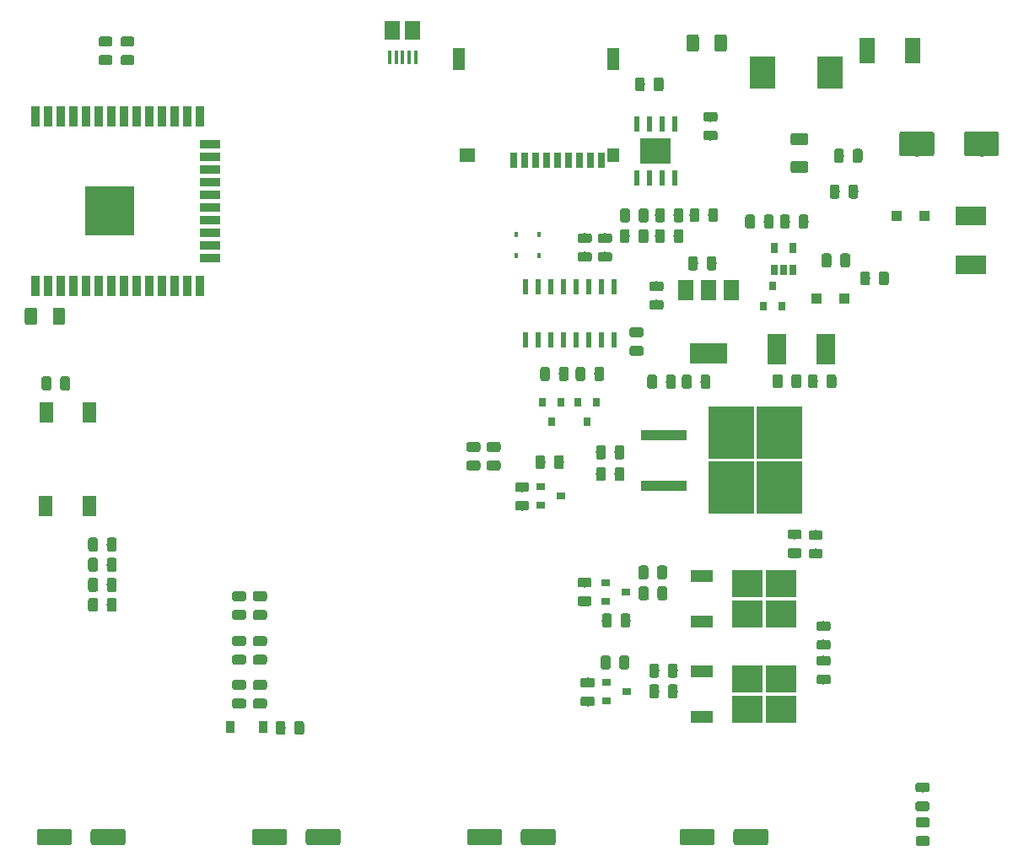
<source format=gtp>
G04 #@! TF.GenerationSoftware,KiCad,Pcbnew,5.0.2-bee76a0~70~ubuntu18.04.1*
G04 #@! TF.CreationDate,2019-01-25T21:39:14+09:00*
G04 #@! TF.ProjectId,MRR_ESP_3DP,4d52525f-4553-4505-9f33-44502e6b6963,rev?*
G04 #@! TF.SameCoordinates,Original*
G04 #@! TF.FileFunction,Paste,Top*
G04 #@! TF.FilePolarity,Positive*
%FSLAX46Y46*%
G04 Gerber Fmt 4.6, Leading zero omitted, Abs format (unit mm)*
G04 Created by KiCad (PCBNEW 5.0.2-bee76a0~70~ubuntu18.04.1) date Fri 25 Jan 2019 09:39:14 PM JST*
%MOMM*%
%LPD*%
G01*
G04 APERTURE LIST*
%ADD10C,0.100000*%
%ADD11C,0.975000*%
%ADD12C,2.500000*%
%ADD13C,1.250000*%
%ADD14C,1.600000*%
%ADD15R,1.500000X1.900000*%
%ADD16R,0.400000X1.350000*%
%ADD17R,4.550000X5.250000*%
%ADD18R,4.600000X1.100000*%
%ADD19R,3.050000X2.750000*%
%ADD20R,2.200000X1.200000*%
%ADD21R,0.800000X0.900000*%
%ADD22R,0.900000X2.000000*%
%ADD23R,2.000000X0.900000*%
%ADD24R,5.000000X5.000000*%
%ADD25R,0.600000X1.550000*%
%ADD26R,3.100000X2.600000*%
%ADD27R,0.600000X1.500000*%
%ADD28R,1.500000X2.000000*%
%ADD29R,3.800000X2.000000*%
%ADD30R,0.650000X1.060000*%
%ADD31R,0.700000X1.600000*%
%ADD32R,1.200000X1.400000*%
%ADD33R,1.600000X1.400000*%
%ADD34R,1.200000X2.200000*%
%ADD35R,3.150000X1.960000*%
%ADD36R,1.960000X3.150000*%
%ADD37R,1.500000X2.500000*%
%ADD38R,1.450000X2.100000*%
%ADD39R,2.500000X3.300000*%
%ADD40R,0.900000X1.200000*%
%ADD41R,1.100000X1.100000*%
%ADD42R,0.450000X0.600000*%
%ADD43R,0.900000X0.800000*%
G04 APERTURE END LIST*
D10*
G04 #@! TO.C,C1*
G36*
X67380142Y-96851174D02*
X67403803Y-96854684D01*
X67427007Y-96860496D01*
X67449529Y-96868554D01*
X67471153Y-96878782D01*
X67491670Y-96891079D01*
X67510883Y-96905329D01*
X67528607Y-96921393D01*
X67544671Y-96939117D01*
X67558921Y-96958330D01*
X67571218Y-96978847D01*
X67581446Y-97000471D01*
X67589504Y-97022993D01*
X67595316Y-97046197D01*
X67598826Y-97069858D01*
X67600000Y-97093750D01*
X67600000Y-97581250D01*
X67598826Y-97605142D01*
X67595316Y-97628803D01*
X67589504Y-97652007D01*
X67581446Y-97674529D01*
X67571218Y-97696153D01*
X67558921Y-97716670D01*
X67544671Y-97735883D01*
X67528607Y-97753607D01*
X67510883Y-97769671D01*
X67491670Y-97783921D01*
X67471153Y-97796218D01*
X67449529Y-97806446D01*
X67427007Y-97814504D01*
X67403803Y-97820316D01*
X67380142Y-97823826D01*
X67356250Y-97825000D01*
X66443750Y-97825000D01*
X66419858Y-97823826D01*
X66396197Y-97820316D01*
X66372993Y-97814504D01*
X66350471Y-97806446D01*
X66328847Y-97796218D01*
X66308330Y-97783921D01*
X66289117Y-97769671D01*
X66271393Y-97753607D01*
X66255329Y-97735883D01*
X66241079Y-97716670D01*
X66228782Y-97696153D01*
X66218554Y-97674529D01*
X66210496Y-97652007D01*
X66204684Y-97628803D01*
X66201174Y-97605142D01*
X66200000Y-97581250D01*
X66200000Y-97093750D01*
X66201174Y-97069858D01*
X66204684Y-97046197D01*
X66210496Y-97022993D01*
X66218554Y-97000471D01*
X66228782Y-96978847D01*
X66241079Y-96958330D01*
X66255329Y-96939117D01*
X66271393Y-96921393D01*
X66289117Y-96905329D01*
X66308330Y-96891079D01*
X66328847Y-96878782D01*
X66350471Y-96868554D01*
X66372993Y-96860496D01*
X66396197Y-96854684D01*
X66419858Y-96851174D01*
X66443750Y-96850000D01*
X67356250Y-96850000D01*
X67380142Y-96851174D01*
X67380142Y-96851174D01*
G37*
D11*
X66900000Y-97337500D03*
D10*
G36*
X67380142Y-94976174D02*
X67403803Y-94979684D01*
X67427007Y-94985496D01*
X67449529Y-94993554D01*
X67471153Y-95003782D01*
X67491670Y-95016079D01*
X67510883Y-95030329D01*
X67528607Y-95046393D01*
X67544671Y-95064117D01*
X67558921Y-95083330D01*
X67571218Y-95103847D01*
X67581446Y-95125471D01*
X67589504Y-95147993D01*
X67595316Y-95171197D01*
X67598826Y-95194858D01*
X67600000Y-95218750D01*
X67600000Y-95706250D01*
X67598826Y-95730142D01*
X67595316Y-95753803D01*
X67589504Y-95777007D01*
X67581446Y-95799529D01*
X67571218Y-95821153D01*
X67558921Y-95841670D01*
X67544671Y-95860883D01*
X67528607Y-95878607D01*
X67510883Y-95894671D01*
X67491670Y-95908921D01*
X67471153Y-95921218D01*
X67449529Y-95931446D01*
X67427007Y-95939504D01*
X67403803Y-95945316D01*
X67380142Y-95948826D01*
X67356250Y-95950000D01*
X66443750Y-95950000D01*
X66419858Y-95948826D01*
X66396197Y-95945316D01*
X66372993Y-95939504D01*
X66350471Y-95931446D01*
X66328847Y-95921218D01*
X66308330Y-95908921D01*
X66289117Y-95894671D01*
X66271393Y-95878607D01*
X66255329Y-95860883D01*
X66241079Y-95841670D01*
X66228782Y-95821153D01*
X66218554Y-95799529D01*
X66210496Y-95777007D01*
X66204684Y-95753803D01*
X66201174Y-95730142D01*
X66200000Y-95706250D01*
X66200000Y-95218750D01*
X66201174Y-95194858D01*
X66204684Y-95171197D01*
X66210496Y-95147993D01*
X66218554Y-95125471D01*
X66228782Y-95103847D01*
X66241079Y-95083330D01*
X66255329Y-95064117D01*
X66271393Y-95046393D01*
X66289117Y-95030329D01*
X66308330Y-95016079D01*
X66328847Y-95003782D01*
X66350471Y-94993554D01*
X66372993Y-94985496D01*
X66396197Y-94979684D01*
X66419858Y-94976174D01*
X66443750Y-94975000D01*
X67356250Y-94975000D01*
X67380142Y-94976174D01*
X67380142Y-94976174D01*
G37*
D11*
X66900000Y-95462500D03*
G04 #@! TD*
D10*
G04 #@! TO.C,C2*
G36*
X67380142Y-105751174D02*
X67403803Y-105754684D01*
X67427007Y-105760496D01*
X67449529Y-105768554D01*
X67471153Y-105778782D01*
X67491670Y-105791079D01*
X67510883Y-105805329D01*
X67528607Y-105821393D01*
X67544671Y-105839117D01*
X67558921Y-105858330D01*
X67571218Y-105878847D01*
X67581446Y-105900471D01*
X67589504Y-105922993D01*
X67595316Y-105946197D01*
X67598826Y-105969858D01*
X67600000Y-105993750D01*
X67600000Y-106481250D01*
X67598826Y-106505142D01*
X67595316Y-106528803D01*
X67589504Y-106552007D01*
X67581446Y-106574529D01*
X67571218Y-106596153D01*
X67558921Y-106616670D01*
X67544671Y-106635883D01*
X67528607Y-106653607D01*
X67510883Y-106669671D01*
X67491670Y-106683921D01*
X67471153Y-106696218D01*
X67449529Y-106706446D01*
X67427007Y-106714504D01*
X67403803Y-106720316D01*
X67380142Y-106723826D01*
X67356250Y-106725000D01*
X66443750Y-106725000D01*
X66419858Y-106723826D01*
X66396197Y-106720316D01*
X66372993Y-106714504D01*
X66350471Y-106706446D01*
X66328847Y-106696218D01*
X66308330Y-106683921D01*
X66289117Y-106669671D01*
X66271393Y-106653607D01*
X66255329Y-106635883D01*
X66241079Y-106616670D01*
X66228782Y-106596153D01*
X66218554Y-106574529D01*
X66210496Y-106552007D01*
X66204684Y-106528803D01*
X66201174Y-106505142D01*
X66200000Y-106481250D01*
X66200000Y-105993750D01*
X66201174Y-105969858D01*
X66204684Y-105946197D01*
X66210496Y-105922993D01*
X66218554Y-105900471D01*
X66228782Y-105878847D01*
X66241079Y-105858330D01*
X66255329Y-105839117D01*
X66271393Y-105821393D01*
X66289117Y-105805329D01*
X66308330Y-105791079D01*
X66328847Y-105778782D01*
X66350471Y-105768554D01*
X66372993Y-105760496D01*
X66396197Y-105754684D01*
X66419858Y-105751174D01*
X66443750Y-105750000D01*
X67356250Y-105750000D01*
X67380142Y-105751174D01*
X67380142Y-105751174D01*
G37*
D11*
X66900000Y-106237500D03*
D10*
G36*
X67380142Y-103876174D02*
X67403803Y-103879684D01*
X67427007Y-103885496D01*
X67449529Y-103893554D01*
X67471153Y-103903782D01*
X67491670Y-103916079D01*
X67510883Y-103930329D01*
X67528607Y-103946393D01*
X67544671Y-103964117D01*
X67558921Y-103983330D01*
X67571218Y-104003847D01*
X67581446Y-104025471D01*
X67589504Y-104047993D01*
X67595316Y-104071197D01*
X67598826Y-104094858D01*
X67600000Y-104118750D01*
X67600000Y-104606250D01*
X67598826Y-104630142D01*
X67595316Y-104653803D01*
X67589504Y-104677007D01*
X67581446Y-104699529D01*
X67571218Y-104721153D01*
X67558921Y-104741670D01*
X67544671Y-104760883D01*
X67528607Y-104778607D01*
X67510883Y-104794671D01*
X67491670Y-104808921D01*
X67471153Y-104821218D01*
X67449529Y-104831446D01*
X67427007Y-104839504D01*
X67403803Y-104845316D01*
X67380142Y-104848826D01*
X67356250Y-104850000D01*
X66443750Y-104850000D01*
X66419858Y-104848826D01*
X66396197Y-104845316D01*
X66372993Y-104839504D01*
X66350471Y-104831446D01*
X66328847Y-104821218D01*
X66308330Y-104808921D01*
X66289117Y-104794671D01*
X66271393Y-104778607D01*
X66255329Y-104760883D01*
X66241079Y-104741670D01*
X66228782Y-104721153D01*
X66218554Y-104699529D01*
X66210496Y-104677007D01*
X66204684Y-104653803D01*
X66201174Y-104630142D01*
X66200000Y-104606250D01*
X66200000Y-104118750D01*
X66201174Y-104094858D01*
X66204684Y-104071197D01*
X66210496Y-104047993D01*
X66218554Y-104025471D01*
X66228782Y-104003847D01*
X66241079Y-103983330D01*
X66255329Y-103964117D01*
X66271393Y-103946393D01*
X66289117Y-103930329D01*
X66308330Y-103916079D01*
X66328847Y-103903782D01*
X66350471Y-103893554D01*
X66372993Y-103885496D01*
X66396197Y-103879684D01*
X66419858Y-103876174D01*
X66443750Y-103875000D01*
X67356250Y-103875000D01*
X67380142Y-103876174D01*
X67380142Y-103876174D01*
G37*
D11*
X66900000Y-104362500D03*
G04 #@! TD*
D10*
G04 #@! TO.C,C3*
G36*
X67380142Y-101351174D02*
X67403803Y-101354684D01*
X67427007Y-101360496D01*
X67449529Y-101368554D01*
X67471153Y-101378782D01*
X67491670Y-101391079D01*
X67510883Y-101405329D01*
X67528607Y-101421393D01*
X67544671Y-101439117D01*
X67558921Y-101458330D01*
X67571218Y-101478847D01*
X67581446Y-101500471D01*
X67589504Y-101522993D01*
X67595316Y-101546197D01*
X67598826Y-101569858D01*
X67600000Y-101593750D01*
X67600000Y-102081250D01*
X67598826Y-102105142D01*
X67595316Y-102128803D01*
X67589504Y-102152007D01*
X67581446Y-102174529D01*
X67571218Y-102196153D01*
X67558921Y-102216670D01*
X67544671Y-102235883D01*
X67528607Y-102253607D01*
X67510883Y-102269671D01*
X67491670Y-102283921D01*
X67471153Y-102296218D01*
X67449529Y-102306446D01*
X67427007Y-102314504D01*
X67403803Y-102320316D01*
X67380142Y-102323826D01*
X67356250Y-102325000D01*
X66443750Y-102325000D01*
X66419858Y-102323826D01*
X66396197Y-102320316D01*
X66372993Y-102314504D01*
X66350471Y-102306446D01*
X66328847Y-102296218D01*
X66308330Y-102283921D01*
X66289117Y-102269671D01*
X66271393Y-102253607D01*
X66255329Y-102235883D01*
X66241079Y-102216670D01*
X66228782Y-102196153D01*
X66218554Y-102174529D01*
X66210496Y-102152007D01*
X66204684Y-102128803D01*
X66201174Y-102105142D01*
X66200000Y-102081250D01*
X66200000Y-101593750D01*
X66201174Y-101569858D01*
X66204684Y-101546197D01*
X66210496Y-101522993D01*
X66218554Y-101500471D01*
X66228782Y-101478847D01*
X66241079Y-101458330D01*
X66255329Y-101439117D01*
X66271393Y-101421393D01*
X66289117Y-101405329D01*
X66308330Y-101391079D01*
X66328847Y-101378782D01*
X66350471Y-101368554D01*
X66372993Y-101360496D01*
X66396197Y-101354684D01*
X66419858Y-101351174D01*
X66443750Y-101350000D01*
X67356250Y-101350000D01*
X67380142Y-101351174D01*
X67380142Y-101351174D01*
G37*
D11*
X66900000Y-101837500D03*
D10*
G36*
X67380142Y-99476174D02*
X67403803Y-99479684D01*
X67427007Y-99485496D01*
X67449529Y-99493554D01*
X67471153Y-99503782D01*
X67491670Y-99516079D01*
X67510883Y-99530329D01*
X67528607Y-99546393D01*
X67544671Y-99564117D01*
X67558921Y-99583330D01*
X67571218Y-99603847D01*
X67581446Y-99625471D01*
X67589504Y-99647993D01*
X67595316Y-99671197D01*
X67598826Y-99694858D01*
X67600000Y-99718750D01*
X67600000Y-100206250D01*
X67598826Y-100230142D01*
X67595316Y-100253803D01*
X67589504Y-100277007D01*
X67581446Y-100299529D01*
X67571218Y-100321153D01*
X67558921Y-100341670D01*
X67544671Y-100360883D01*
X67528607Y-100378607D01*
X67510883Y-100394671D01*
X67491670Y-100408921D01*
X67471153Y-100421218D01*
X67449529Y-100431446D01*
X67427007Y-100439504D01*
X67403803Y-100445316D01*
X67380142Y-100448826D01*
X67356250Y-100450000D01*
X66443750Y-100450000D01*
X66419858Y-100448826D01*
X66396197Y-100445316D01*
X66372993Y-100439504D01*
X66350471Y-100431446D01*
X66328847Y-100421218D01*
X66308330Y-100408921D01*
X66289117Y-100394671D01*
X66271393Y-100378607D01*
X66255329Y-100360883D01*
X66241079Y-100341670D01*
X66228782Y-100321153D01*
X66218554Y-100299529D01*
X66210496Y-100277007D01*
X66204684Y-100253803D01*
X66201174Y-100230142D01*
X66200000Y-100206250D01*
X66200000Y-99718750D01*
X66201174Y-99694858D01*
X66204684Y-99671197D01*
X66210496Y-99647993D01*
X66218554Y-99625471D01*
X66228782Y-99603847D01*
X66241079Y-99583330D01*
X66255329Y-99564117D01*
X66271393Y-99546393D01*
X66289117Y-99530329D01*
X66308330Y-99516079D01*
X66328847Y-99503782D01*
X66350471Y-99493554D01*
X66372993Y-99485496D01*
X66396197Y-99479684D01*
X66419858Y-99476174D01*
X66443750Y-99475000D01*
X67356250Y-99475000D01*
X67380142Y-99476174D01*
X67380142Y-99476174D01*
G37*
D11*
X66900000Y-99962500D03*
G04 #@! TD*
D10*
G04 #@! TO.C,C4*
G36*
X142949504Y-48801204D02*
X142973773Y-48804804D01*
X142997571Y-48810765D01*
X143020671Y-48819030D01*
X143042849Y-48829520D01*
X143063893Y-48842133D01*
X143083598Y-48856747D01*
X143101777Y-48873223D01*
X143118253Y-48891402D01*
X143132867Y-48911107D01*
X143145480Y-48932151D01*
X143155970Y-48954329D01*
X143164235Y-48977429D01*
X143170196Y-49001227D01*
X143173796Y-49025496D01*
X143175000Y-49050000D01*
X143175000Y-51050000D01*
X143173796Y-51074504D01*
X143170196Y-51098773D01*
X143164235Y-51122571D01*
X143155970Y-51145671D01*
X143145480Y-51167849D01*
X143132867Y-51188893D01*
X143118253Y-51208598D01*
X143101777Y-51226777D01*
X143083598Y-51243253D01*
X143063893Y-51257867D01*
X143042849Y-51270480D01*
X143020671Y-51280970D01*
X142997571Y-51289235D01*
X142973773Y-51295196D01*
X142949504Y-51298796D01*
X142925000Y-51300000D01*
X139925000Y-51300000D01*
X139900496Y-51298796D01*
X139876227Y-51295196D01*
X139852429Y-51289235D01*
X139829329Y-51280970D01*
X139807151Y-51270480D01*
X139786107Y-51257867D01*
X139766402Y-51243253D01*
X139748223Y-51226777D01*
X139731747Y-51208598D01*
X139717133Y-51188893D01*
X139704520Y-51167849D01*
X139694030Y-51145671D01*
X139685765Y-51122571D01*
X139679804Y-51098773D01*
X139676204Y-51074504D01*
X139675000Y-51050000D01*
X139675000Y-49050000D01*
X139676204Y-49025496D01*
X139679804Y-49001227D01*
X139685765Y-48977429D01*
X139694030Y-48954329D01*
X139704520Y-48932151D01*
X139717133Y-48911107D01*
X139731747Y-48891402D01*
X139748223Y-48873223D01*
X139766402Y-48856747D01*
X139786107Y-48842133D01*
X139807151Y-48829520D01*
X139829329Y-48819030D01*
X139852429Y-48810765D01*
X139876227Y-48804804D01*
X139900496Y-48801204D01*
X139925000Y-48800000D01*
X142925000Y-48800000D01*
X142949504Y-48801204D01*
X142949504Y-48801204D01*
G37*
D12*
X141425000Y-50050000D03*
D10*
G36*
X136449504Y-48801204D02*
X136473773Y-48804804D01*
X136497571Y-48810765D01*
X136520671Y-48819030D01*
X136542849Y-48829520D01*
X136563893Y-48842133D01*
X136583598Y-48856747D01*
X136601777Y-48873223D01*
X136618253Y-48891402D01*
X136632867Y-48911107D01*
X136645480Y-48932151D01*
X136655970Y-48954329D01*
X136664235Y-48977429D01*
X136670196Y-49001227D01*
X136673796Y-49025496D01*
X136675000Y-49050000D01*
X136675000Y-51050000D01*
X136673796Y-51074504D01*
X136670196Y-51098773D01*
X136664235Y-51122571D01*
X136655970Y-51145671D01*
X136645480Y-51167849D01*
X136632867Y-51188893D01*
X136618253Y-51208598D01*
X136601777Y-51226777D01*
X136583598Y-51243253D01*
X136563893Y-51257867D01*
X136542849Y-51270480D01*
X136520671Y-51280970D01*
X136497571Y-51289235D01*
X136473773Y-51295196D01*
X136449504Y-51298796D01*
X136425000Y-51300000D01*
X133425000Y-51300000D01*
X133400496Y-51298796D01*
X133376227Y-51295196D01*
X133352429Y-51289235D01*
X133329329Y-51280970D01*
X133307151Y-51270480D01*
X133286107Y-51257867D01*
X133266402Y-51243253D01*
X133248223Y-51226777D01*
X133231747Y-51208598D01*
X133217133Y-51188893D01*
X133204520Y-51167849D01*
X133194030Y-51145671D01*
X133185765Y-51122571D01*
X133179804Y-51098773D01*
X133176204Y-51074504D01*
X133175000Y-51050000D01*
X133175000Y-49050000D01*
X133176204Y-49025496D01*
X133179804Y-49001227D01*
X133185765Y-48977429D01*
X133194030Y-48954329D01*
X133204520Y-48932151D01*
X133217133Y-48911107D01*
X133231747Y-48891402D01*
X133248223Y-48873223D01*
X133266402Y-48856747D01*
X133286107Y-48842133D01*
X133307151Y-48829520D01*
X133329329Y-48819030D01*
X133352429Y-48810765D01*
X133376227Y-48804804D01*
X133400496Y-48801204D01*
X133425000Y-48800000D01*
X136425000Y-48800000D01*
X136449504Y-48801204D01*
X136449504Y-48801204D01*
G37*
D12*
X134925000Y-50050000D03*
G04 #@! TD*
D10*
G04 #@! TO.C,C5*
G36*
X54380142Y-95626174D02*
X54403803Y-95629684D01*
X54427007Y-95635496D01*
X54449529Y-95643554D01*
X54471153Y-95653782D01*
X54491670Y-95666079D01*
X54510883Y-95680329D01*
X54528607Y-95696393D01*
X54544671Y-95714117D01*
X54558921Y-95733330D01*
X54571218Y-95753847D01*
X54581446Y-95775471D01*
X54589504Y-95797993D01*
X54595316Y-95821197D01*
X54598826Y-95844858D01*
X54600000Y-95868750D01*
X54600000Y-96781250D01*
X54598826Y-96805142D01*
X54595316Y-96828803D01*
X54589504Y-96852007D01*
X54581446Y-96874529D01*
X54571218Y-96896153D01*
X54558921Y-96916670D01*
X54544671Y-96935883D01*
X54528607Y-96953607D01*
X54510883Y-96969671D01*
X54491670Y-96983921D01*
X54471153Y-96996218D01*
X54449529Y-97006446D01*
X54427007Y-97014504D01*
X54403803Y-97020316D01*
X54380142Y-97023826D01*
X54356250Y-97025000D01*
X53868750Y-97025000D01*
X53844858Y-97023826D01*
X53821197Y-97020316D01*
X53797993Y-97014504D01*
X53775471Y-97006446D01*
X53753847Y-96996218D01*
X53733330Y-96983921D01*
X53714117Y-96969671D01*
X53696393Y-96953607D01*
X53680329Y-96935883D01*
X53666079Y-96916670D01*
X53653782Y-96896153D01*
X53643554Y-96874529D01*
X53635496Y-96852007D01*
X53629684Y-96828803D01*
X53626174Y-96805142D01*
X53625000Y-96781250D01*
X53625000Y-95868750D01*
X53626174Y-95844858D01*
X53629684Y-95821197D01*
X53635496Y-95797993D01*
X53643554Y-95775471D01*
X53653782Y-95753847D01*
X53666079Y-95733330D01*
X53680329Y-95714117D01*
X53696393Y-95696393D01*
X53714117Y-95680329D01*
X53733330Y-95666079D01*
X53753847Y-95653782D01*
X53775471Y-95643554D01*
X53797993Y-95635496D01*
X53821197Y-95629684D01*
X53844858Y-95626174D01*
X53868750Y-95625000D01*
X54356250Y-95625000D01*
X54380142Y-95626174D01*
X54380142Y-95626174D01*
G37*
D11*
X54112500Y-96325000D03*
D10*
G36*
X52505142Y-95626174D02*
X52528803Y-95629684D01*
X52552007Y-95635496D01*
X52574529Y-95643554D01*
X52596153Y-95653782D01*
X52616670Y-95666079D01*
X52635883Y-95680329D01*
X52653607Y-95696393D01*
X52669671Y-95714117D01*
X52683921Y-95733330D01*
X52696218Y-95753847D01*
X52706446Y-95775471D01*
X52714504Y-95797993D01*
X52720316Y-95821197D01*
X52723826Y-95844858D01*
X52725000Y-95868750D01*
X52725000Y-96781250D01*
X52723826Y-96805142D01*
X52720316Y-96828803D01*
X52714504Y-96852007D01*
X52706446Y-96874529D01*
X52696218Y-96896153D01*
X52683921Y-96916670D01*
X52669671Y-96935883D01*
X52653607Y-96953607D01*
X52635883Y-96969671D01*
X52616670Y-96983921D01*
X52596153Y-96996218D01*
X52574529Y-97006446D01*
X52552007Y-97014504D01*
X52528803Y-97020316D01*
X52505142Y-97023826D01*
X52481250Y-97025000D01*
X51993750Y-97025000D01*
X51969858Y-97023826D01*
X51946197Y-97020316D01*
X51922993Y-97014504D01*
X51900471Y-97006446D01*
X51878847Y-96996218D01*
X51858330Y-96983921D01*
X51839117Y-96969671D01*
X51821393Y-96953607D01*
X51805329Y-96935883D01*
X51791079Y-96916670D01*
X51778782Y-96896153D01*
X51768554Y-96874529D01*
X51760496Y-96852007D01*
X51754684Y-96828803D01*
X51751174Y-96805142D01*
X51750000Y-96781250D01*
X51750000Y-95868750D01*
X51751174Y-95844858D01*
X51754684Y-95821197D01*
X51760496Y-95797993D01*
X51768554Y-95775471D01*
X51778782Y-95753847D01*
X51791079Y-95733330D01*
X51805329Y-95714117D01*
X51821393Y-95696393D01*
X51839117Y-95680329D01*
X51858330Y-95666079D01*
X51878847Y-95653782D01*
X51900471Y-95643554D01*
X51922993Y-95635496D01*
X51946197Y-95629684D01*
X51969858Y-95626174D01*
X51993750Y-95625000D01*
X52481250Y-95625000D01*
X52505142Y-95626174D01*
X52505142Y-95626174D01*
G37*
D11*
X52237500Y-96325000D03*
G04 #@! TD*
D10*
G04 #@! TO.C,C6*
G36*
X54380142Y-91601174D02*
X54403803Y-91604684D01*
X54427007Y-91610496D01*
X54449529Y-91618554D01*
X54471153Y-91628782D01*
X54491670Y-91641079D01*
X54510883Y-91655329D01*
X54528607Y-91671393D01*
X54544671Y-91689117D01*
X54558921Y-91708330D01*
X54571218Y-91728847D01*
X54581446Y-91750471D01*
X54589504Y-91772993D01*
X54595316Y-91796197D01*
X54598826Y-91819858D01*
X54600000Y-91843750D01*
X54600000Y-92756250D01*
X54598826Y-92780142D01*
X54595316Y-92803803D01*
X54589504Y-92827007D01*
X54581446Y-92849529D01*
X54571218Y-92871153D01*
X54558921Y-92891670D01*
X54544671Y-92910883D01*
X54528607Y-92928607D01*
X54510883Y-92944671D01*
X54491670Y-92958921D01*
X54471153Y-92971218D01*
X54449529Y-92981446D01*
X54427007Y-92989504D01*
X54403803Y-92995316D01*
X54380142Y-92998826D01*
X54356250Y-93000000D01*
X53868750Y-93000000D01*
X53844858Y-92998826D01*
X53821197Y-92995316D01*
X53797993Y-92989504D01*
X53775471Y-92981446D01*
X53753847Y-92971218D01*
X53733330Y-92958921D01*
X53714117Y-92944671D01*
X53696393Y-92928607D01*
X53680329Y-92910883D01*
X53666079Y-92891670D01*
X53653782Y-92871153D01*
X53643554Y-92849529D01*
X53635496Y-92827007D01*
X53629684Y-92803803D01*
X53626174Y-92780142D01*
X53625000Y-92756250D01*
X53625000Y-91843750D01*
X53626174Y-91819858D01*
X53629684Y-91796197D01*
X53635496Y-91772993D01*
X53643554Y-91750471D01*
X53653782Y-91728847D01*
X53666079Y-91708330D01*
X53680329Y-91689117D01*
X53696393Y-91671393D01*
X53714117Y-91655329D01*
X53733330Y-91641079D01*
X53753847Y-91628782D01*
X53775471Y-91618554D01*
X53797993Y-91610496D01*
X53821197Y-91604684D01*
X53844858Y-91601174D01*
X53868750Y-91600000D01*
X54356250Y-91600000D01*
X54380142Y-91601174D01*
X54380142Y-91601174D01*
G37*
D11*
X54112500Y-92300000D03*
D10*
G36*
X52505142Y-91601174D02*
X52528803Y-91604684D01*
X52552007Y-91610496D01*
X52574529Y-91618554D01*
X52596153Y-91628782D01*
X52616670Y-91641079D01*
X52635883Y-91655329D01*
X52653607Y-91671393D01*
X52669671Y-91689117D01*
X52683921Y-91708330D01*
X52696218Y-91728847D01*
X52706446Y-91750471D01*
X52714504Y-91772993D01*
X52720316Y-91796197D01*
X52723826Y-91819858D01*
X52725000Y-91843750D01*
X52725000Y-92756250D01*
X52723826Y-92780142D01*
X52720316Y-92803803D01*
X52714504Y-92827007D01*
X52706446Y-92849529D01*
X52696218Y-92871153D01*
X52683921Y-92891670D01*
X52669671Y-92910883D01*
X52653607Y-92928607D01*
X52635883Y-92944671D01*
X52616670Y-92958921D01*
X52596153Y-92971218D01*
X52574529Y-92981446D01*
X52552007Y-92989504D01*
X52528803Y-92995316D01*
X52505142Y-92998826D01*
X52481250Y-93000000D01*
X51993750Y-93000000D01*
X51969858Y-92998826D01*
X51946197Y-92995316D01*
X51922993Y-92989504D01*
X51900471Y-92981446D01*
X51878847Y-92971218D01*
X51858330Y-92958921D01*
X51839117Y-92944671D01*
X51821393Y-92928607D01*
X51805329Y-92910883D01*
X51791079Y-92891670D01*
X51778782Y-92871153D01*
X51768554Y-92849529D01*
X51760496Y-92827007D01*
X51754684Y-92803803D01*
X51751174Y-92780142D01*
X51750000Y-92756250D01*
X51750000Y-91843750D01*
X51751174Y-91819858D01*
X51754684Y-91796197D01*
X51760496Y-91772993D01*
X51768554Y-91750471D01*
X51778782Y-91728847D01*
X51791079Y-91708330D01*
X51805329Y-91689117D01*
X51821393Y-91671393D01*
X51839117Y-91655329D01*
X51858330Y-91641079D01*
X51878847Y-91628782D01*
X51900471Y-91618554D01*
X51922993Y-91610496D01*
X51946197Y-91604684D01*
X51969858Y-91601174D01*
X51993750Y-91600000D01*
X52481250Y-91600000D01*
X52505142Y-91601174D01*
X52505142Y-91601174D01*
G37*
D11*
X52237500Y-92300000D03*
G04 #@! TD*
D10*
G04 #@! TO.C,C7*
G36*
X112824504Y-39051204D02*
X112848773Y-39054804D01*
X112872571Y-39060765D01*
X112895671Y-39069030D01*
X112917849Y-39079520D01*
X112938893Y-39092133D01*
X112958598Y-39106747D01*
X112976777Y-39123223D01*
X112993253Y-39141402D01*
X113007867Y-39161107D01*
X113020480Y-39182151D01*
X113030970Y-39204329D01*
X113039235Y-39227429D01*
X113045196Y-39251227D01*
X113048796Y-39275496D01*
X113050000Y-39300000D01*
X113050000Y-40550000D01*
X113048796Y-40574504D01*
X113045196Y-40598773D01*
X113039235Y-40622571D01*
X113030970Y-40645671D01*
X113020480Y-40667849D01*
X113007867Y-40688893D01*
X112993253Y-40708598D01*
X112976777Y-40726777D01*
X112958598Y-40743253D01*
X112938893Y-40757867D01*
X112917849Y-40770480D01*
X112895671Y-40780970D01*
X112872571Y-40789235D01*
X112848773Y-40795196D01*
X112824504Y-40798796D01*
X112800000Y-40800000D01*
X112050000Y-40800000D01*
X112025496Y-40798796D01*
X112001227Y-40795196D01*
X111977429Y-40789235D01*
X111954329Y-40780970D01*
X111932151Y-40770480D01*
X111911107Y-40757867D01*
X111891402Y-40743253D01*
X111873223Y-40726777D01*
X111856747Y-40708598D01*
X111842133Y-40688893D01*
X111829520Y-40667849D01*
X111819030Y-40645671D01*
X111810765Y-40622571D01*
X111804804Y-40598773D01*
X111801204Y-40574504D01*
X111800000Y-40550000D01*
X111800000Y-39300000D01*
X111801204Y-39275496D01*
X111804804Y-39251227D01*
X111810765Y-39227429D01*
X111819030Y-39204329D01*
X111829520Y-39182151D01*
X111842133Y-39161107D01*
X111856747Y-39141402D01*
X111873223Y-39123223D01*
X111891402Y-39106747D01*
X111911107Y-39092133D01*
X111932151Y-39079520D01*
X111954329Y-39069030D01*
X111977429Y-39060765D01*
X112001227Y-39054804D01*
X112025496Y-39051204D01*
X112050000Y-39050000D01*
X112800000Y-39050000D01*
X112824504Y-39051204D01*
X112824504Y-39051204D01*
G37*
D13*
X112425000Y-39925000D03*
D10*
G36*
X115624504Y-39051204D02*
X115648773Y-39054804D01*
X115672571Y-39060765D01*
X115695671Y-39069030D01*
X115717849Y-39079520D01*
X115738893Y-39092133D01*
X115758598Y-39106747D01*
X115776777Y-39123223D01*
X115793253Y-39141402D01*
X115807867Y-39161107D01*
X115820480Y-39182151D01*
X115830970Y-39204329D01*
X115839235Y-39227429D01*
X115845196Y-39251227D01*
X115848796Y-39275496D01*
X115850000Y-39300000D01*
X115850000Y-40550000D01*
X115848796Y-40574504D01*
X115845196Y-40598773D01*
X115839235Y-40622571D01*
X115830970Y-40645671D01*
X115820480Y-40667849D01*
X115807867Y-40688893D01*
X115793253Y-40708598D01*
X115776777Y-40726777D01*
X115758598Y-40743253D01*
X115738893Y-40757867D01*
X115717849Y-40770480D01*
X115695671Y-40780970D01*
X115672571Y-40789235D01*
X115648773Y-40795196D01*
X115624504Y-40798796D01*
X115600000Y-40800000D01*
X114850000Y-40800000D01*
X114825496Y-40798796D01*
X114801227Y-40795196D01*
X114777429Y-40789235D01*
X114754329Y-40780970D01*
X114732151Y-40770480D01*
X114711107Y-40757867D01*
X114691402Y-40743253D01*
X114673223Y-40726777D01*
X114656747Y-40708598D01*
X114642133Y-40688893D01*
X114629520Y-40667849D01*
X114619030Y-40645671D01*
X114610765Y-40622571D01*
X114604804Y-40598773D01*
X114601204Y-40574504D01*
X114600000Y-40550000D01*
X114600000Y-39300000D01*
X114601204Y-39275496D01*
X114604804Y-39251227D01*
X114610765Y-39227429D01*
X114619030Y-39204329D01*
X114629520Y-39182151D01*
X114642133Y-39161107D01*
X114656747Y-39141402D01*
X114673223Y-39123223D01*
X114691402Y-39106747D01*
X114711107Y-39092133D01*
X114732151Y-39079520D01*
X114754329Y-39069030D01*
X114777429Y-39060765D01*
X114801227Y-39054804D01*
X114825496Y-39051204D01*
X114850000Y-39050000D01*
X115600000Y-39050000D01*
X115624504Y-39051204D01*
X115624504Y-39051204D01*
G37*
D13*
X115225000Y-39925000D03*
G04 #@! TD*
D10*
G04 #@! TO.C,C8*
G36*
X114755142Y-56501174D02*
X114778803Y-56504684D01*
X114802007Y-56510496D01*
X114824529Y-56518554D01*
X114846153Y-56528782D01*
X114866670Y-56541079D01*
X114885883Y-56555329D01*
X114903607Y-56571393D01*
X114919671Y-56589117D01*
X114933921Y-56608330D01*
X114946218Y-56628847D01*
X114956446Y-56650471D01*
X114964504Y-56672993D01*
X114970316Y-56696197D01*
X114973826Y-56719858D01*
X114975000Y-56743750D01*
X114975000Y-57656250D01*
X114973826Y-57680142D01*
X114970316Y-57703803D01*
X114964504Y-57727007D01*
X114956446Y-57749529D01*
X114946218Y-57771153D01*
X114933921Y-57791670D01*
X114919671Y-57810883D01*
X114903607Y-57828607D01*
X114885883Y-57844671D01*
X114866670Y-57858921D01*
X114846153Y-57871218D01*
X114824529Y-57881446D01*
X114802007Y-57889504D01*
X114778803Y-57895316D01*
X114755142Y-57898826D01*
X114731250Y-57900000D01*
X114243750Y-57900000D01*
X114219858Y-57898826D01*
X114196197Y-57895316D01*
X114172993Y-57889504D01*
X114150471Y-57881446D01*
X114128847Y-57871218D01*
X114108330Y-57858921D01*
X114089117Y-57844671D01*
X114071393Y-57828607D01*
X114055329Y-57810883D01*
X114041079Y-57791670D01*
X114028782Y-57771153D01*
X114018554Y-57749529D01*
X114010496Y-57727007D01*
X114004684Y-57703803D01*
X114001174Y-57680142D01*
X114000000Y-57656250D01*
X114000000Y-56743750D01*
X114001174Y-56719858D01*
X114004684Y-56696197D01*
X114010496Y-56672993D01*
X114018554Y-56650471D01*
X114028782Y-56628847D01*
X114041079Y-56608330D01*
X114055329Y-56589117D01*
X114071393Y-56571393D01*
X114089117Y-56555329D01*
X114108330Y-56541079D01*
X114128847Y-56528782D01*
X114150471Y-56518554D01*
X114172993Y-56510496D01*
X114196197Y-56504684D01*
X114219858Y-56501174D01*
X114243750Y-56500000D01*
X114731250Y-56500000D01*
X114755142Y-56501174D01*
X114755142Y-56501174D01*
G37*
D11*
X114487500Y-57200000D03*
D10*
G36*
X112880142Y-56501174D02*
X112903803Y-56504684D01*
X112927007Y-56510496D01*
X112949529Y-56518554D01*
X112971153Y-56528782D01*
X112991670Y-56541079D01*
X113010883Y-56555329D01*
X113028607Y-56571393D01*
X113044671Y-56589117D01*
X113058921Y-56608330D01*
X113071218Y-56628847D01*
X113081446Y-56650471D01*
X113089504Y-56672993D01*
X113095316Y-56696197D01*
X113098826Y-56719858D01*
X113100000Y-56743750D01*
X113100000Y-57656250D01*
X113098826Y-57680142D01*
X113095316Y-57703803D01*
X113089504Y-57727007D01*
X113081446Y-57749529D01*
X113071218Y-57771153D01*
X113058921Y-57791670D01*
X113044671Y-57810883D01*
X113028607Y-57828607D01*
X113010883Y-57844671D01*
X112991670Y-57858921D01*
X112971153Y-57871218D01*
X112949529Y-57881446D01*
X112927007Y-57889504D01*
X112903803Y-57895316D01*
X112880142Y-57898826D01*
X112856250Y-57900000D01*
X112368750Y-57900000D01*
X112344858Y-57898826D01*
X112321197Y-57895316D01*
X112297993Y-57889504D01*
X112275471Y-57881446D01*
X112253847Y-57871218D01*
X112233330Y-57858921D01*
X112214117Y-57844671D01*
X112196393Y-57828607D01*
X112180329Y-57810883D01*
X112166079Y-57791670D01*
X112153782Y-57771153D01*
X112143554Y-57749529D01*
X112135496Y-57727007D01*
X112129684Y-57703803D01*
X112126174Y-57680142D01*
X112125000Y-57656250D01*
X112125000Y-56743750D01*
X112126174Y-56719858D01*
X112129684Y-56696197D01*
X112135496Y-56672993D01*
X112143554Y-56650471D01*
X112153782Y-56628847D01*
X112166079Y-56608330D01*
X112180329Y-56589117D01*
X112196393Y-56571393D01*
X112214117Y-56555329D01*
X112233330Y-56541079D01*
X112253847Y-56528782D01*
X112275471Y-56518554D01*
X112297993Y-56510496D01*
X112321197Y-56504684D01*
X112344858Y-56501174D01*
X112368750Y-56500000D01*
X112856250Y-56500000D01*
X112880142Y-56501174D01*
X112880142Y-56501174D01*
G37*
D11*
X112612500Y-57200000D03*
G04 #@! TD*
D10*
G04 #@! TO.C,C9*
G36*
X105880142Y-58601174D02*
X105903803Y-58604684D01*
X105927007Y-58610496D01*
X105949529Y-58618554D01*
X105971153Y-58628782D01*
X105991670Y-58641079D01*
X106010883Y-58655329D01*
X106028607Y-58671393D01*
X106044671Y-58689117D01*
X106058921Y-58708330D01*
X106071218Y-58728847D01*
X106081446Y-58750471D01*
X106089504Y-58772993D01*
X106095316Y-58796197D01*
X106098826Y-58819858D01*
X106100000Y-58843750D01*
X106100000Y-59756250D01*
X106098826Y-59780142D01*
X106095316Y-59803803D01*
X106089504Y-59827007D01*
X106081446Y-59849529D01*
X106071218Y-59871153D01*
X106058921Y-59891670D01*
X106044671Y-59910883D01*
X106028607Y-59928607D01*
X106010883Y-59944671D01*
X105991670Y-59958921D01*
X105971153Y-59971218D01*
X105949529Y-59981446D01*
X105927007Y-59989504D01*
X105903803Y-59995316D01*
X105880142Y-59998826D01*
X105856250Y-60000000D01*
X105368750Y-60000000D01*
X105344858Y-59998826D01*
X105321197Y-59995316D01*
X105297993Y-59989504D01*
X105275471Y-59981446D01*
X105253847Y-59971218D01*
X105233330Y-59958921D01*
X105214117Y-59944671D01*
X105196393Y-59928607D01*
X105180329Y-59910883D01*
X105166079Y-59891670D01*
X105153782Y-59871153D01*
X105143554Y-59849529D01*
X105135496Y-59827007D01*
X105129684Y-59803803D01*
X105126174Y-59780142D01*
X105125000Y-59756250D01*
X105125000Y-58843750D01*
X105126174Y-58819858D01*
X105129684Y-58796197D01*
X105135496Y-58772993D01*
X105143554Y-58750471D01*
X105153782Y-58728847D01*
X105166079Y-58708330D01*
X105180329Y-58689117D01*
X105196393Y-58671393D01*
X105214117Y-58655329D01*
X105233330Y-58641079D01*
X105253847Y-58628782D01*
X105275471Y-58618554D01*
X105297993Y-58610496D01*
X105321197Y-58604684D01*
X105344858Y-58601174D01*
X105368750Y-58600000D01*
X105856250Y-58600000D01*
X105880142Y-58601174D01*
X105880142Y-58601174D01*
G37*
D11*
X105612500Y-59300000D03*
D10*
G36*
X107755142Y-58601174D02*
X107778803Y-58604684D01*
X107802007Y-58610496D01*
X107824529Y-58618554D01*
X107846153Y-58628782D01*
X107866670Y-58641079D01*
X107885883Y-58655329D01*
X107903607Y-58671393D01*
X107919671Y-58689117D01*
X107933921Y-58708330D01*
X107946218Y-58728847D01*
X107956446Y-58750471D01*
X107964504Y-58772993D01*
X107970316Y-58796197D01*
X107973826Y-58819858D01*
X107975000Y-58843750D01*
X107975000Y-59756250D01*
X107973826Y-59780142D01*
X107970316Y-59803803D01*
X107964504Y-59827007D01*
X107956446Y-59849529D01*
X107946218Y-59871153D01*
X107933921Y-59891670D01*
X107919671Y-59910883D01*
X107903607Y-59928607D01*
X107885883Y-59944671D01*
X107866670Y-59958921D01*
X107846153Y-59971218D01*
X107824529Y-59981446D01*
X107802007Y-59989504D01*
X107778803Y-59995316D01*
X107755142Y-59998826D01*
X107731250Y-60000000D01*
X107243750Y-60000000D01*
X107219858Y-59998826D01*
X107196197Y-59995316D01*
X107172993Y-59989504D01*
X107150471Y-59981446D01*
X107128847Y-59971218D01*
X107108330Y-59958921D01*
X107089117Y-59944671D01*
X107071393Y-59928607D01*
X107055329Y-59910883D01*
X107041079Y-59891670D01*
X107028782Y-59871153D01*
X107018554Y-59849529D01*
X107010496Y-59827007D01*
X107004684Y-59803803D01*
X107001174Y-59780142D01*
X107000000Y-59756250D01*
X107000000Y-58843750D01*
X107001174Y-58819858D01*
X107004684Y-58796197D01*
X107010496Y-58772993D01*
X107018554Y-58750471D01*
X107028782Y-58728847D01*
X107041079Y-58708330D01*
X107055329Y-58689117D01*
X107071393Y-58671393D01*
X107089117Y-58655329D01*
X107108330Y-58641079D01*
X107128847Y-58628782D01*
X107150471Y-58618554D01*
X107172993Y-58610496D01*
X107196197Y-58604684D01*
X107219858Y-58601174D01*
X107243750Y-58600000D01*
X107731250Y-58600000D01*
X107755142Y-58601174D01*
X107755142Y-58601174D01*
G37*
D11*
X107487500Y-59300000D03*
G04 #@! TD*
D10*
G04 #@! TO.C,C10*
G36*
X114705142Y-46851174D02*
X114728803Y-46854684D01*
X114752007Y-46860496D01*
X114774529Y-46868554D01*
X114796153Y-46878782D01*
X114816670Y-46891079D01*
X114835883Y-46905329D01*
X114853607Y-46921393D01*
X114869671Y-46939117D01*
X114883921Y-46958330D01*
X114896218Y-46978847D01*
X114906446Y-47000471D01*
X114914504Y-47022993D01*
X114920316Y-47046197D01*
X114923826Y-47069858D01*
X114925000Y-47093750D01*
X114925000Y-47581250D01*
X114923826Y-47605142D01*
X114920316Y-47628803D01*
X114914504Y-47652007D01*
X114906446Y-47674529D01*
X114896218Y-47696153D01*
X114883921Y-47716670D01*
X114869671Y-47735883D01*
X114853607Y-47753607D01*
X114835883Y-47769671D01*
X114816670Y-47783921D01*
X114796153Y-47796218D01*
X114774529Y-47806446D01*
X114752007Y-47814504D01*
X114728803Y-47820316D01*
X114705142Y-47823826D01*
X114681250Y-47825000D01*
X113768750Y-47825000D01*
X113744858Y-47823826D01*
X113721197Y-47820316D01*
X113697993Y-47814504D01*
X113675471Y-47806446D01*
X113653847Y-47796218D01*
X113633330Y-47783921D01*
X113614117Y-47769671D01*
X113596393Y-47753607D01*
X113580329Y-47735883D01*
X113566079Y-47716670D01*
X113553782Y-47696153D01*
X113543554Y-47674529D01*
X113535496Y-47652007D01*
X113529684Y-47628803D01*
X113526174Y-47605142D01*
X113525000Y-47581250D01*
X113525000Y-47093750D01*
X113526174Y-47069858D01*
X113529684Y-47046197D01*
X113535496Y-47022993D01*
X113543554Y-47000471D01*
X113553782Y-46978847D01*
X113566079Y-46958330D01*
X113580329Y-46939117D01*
X113596393Y-46921393D01*
X113614117Y-46905329D01*
X113633330Y-46891079D01*
X113653847Y-46878782D01*
X113675471Y-46868554D01*
X113697993Y-46860496D01*
X113721197Y-46854684D01*
X113744858Y-46851174D01*
X113768750Y-46850000D01*
X114681250Y-46850000D01*
X114705142Y-46851174D01*
X114705142Y-46851174D01*
G37*
D11*
X114225000Y-47337500D03*
D10*
G36*
X114705142Y-48726174D02*
X114728803Y-48729684D01*
X114752007Y-48735496D01*
X114774529Y-48743554D01*
X114796153Y-48753782D01*
X114816670Y-48766079D01*
X114835883Y-48780329D01*
X114853607Y-48796393D01*
X114869671Y-48814117D01*
X114883921Y-48833330D01*
X114896218Y-48853847D01*
X114906446Y-48875471D01*
X114914504Y-48897993D01*
X114920316Y-48921197D01*
X114923826Y-48944858D01*
X114925000Y-48968750D01*
X114925000Y-49456250D01*
X114923826Y-49480142D01*
X114920316Y-49503803D01*
X114914504Y-49527007D01*
X114906446Y-49549529D01*
X114896218Y-49571153D01*
X114883921Y-49591670D01*
X114869671Y-49610883D01*
X114853607Y-49628607D01*
X114835883Y-49644671D01*
X114816670Y-49658921D01*
X114796153Y-49671218D01*
X114774529Y-49681446D01*
X114752007Y-49689504D01*
X114728803Y-49695316D01*
X114705142Y-49698826D01*
X114681250Y-49700000D01*
X113768750Y-49700000D01*
X113744858Y-49698826D01*
X113721197Y-49695316D01*
X113697993Y-49689504D01*
X113675471Y-49681446D01*
X113653847Y-49671218D01*
X113633330Y-49658921D01*
X113614117Y-49644671D01*
X113596393Y-49628607D01*
X113580329Y-49610883D01*
X113566079Y-49591670D01*
X113553782Y-49571153D01*
X113543554Y-49549529D01*
X113535496Y-49527007D01*
X113529684Y-49503803D01*
X113526174Y-49480142D01*
X113525000Y-49456250D01*
X113525000Y-48968750D01*
X113526174Y-48944858D01*
X113529684Y-48921197D01*
X113535496Y-48897993D01*
X113543554Y-48875471D01*
X113553782Y-48853847D01*
X113566079Y-48833330D01*
X113580329Y-48814117D01*
X113596393Y-48796393D01*
X113614117Y-48780329D01*
X113633330Y-48766079D01*
X113653847Y-48753782D01*
X113675471Y-48743554D01*
X113697993Y-48735496D01*
X113721197Y-48729684D01*
X113744858Y-48726174D01*
X113768750Y-48725000D01*
X114681250Y-48725000D01*
X114705142Y-48726174D01*
X114705142Y-48726174D01*
G37*
D11*
X114225000Y-49212500D03*
G04 #@! TD*
D10*
G04 #@! TO.C,C11*
G36*
X107280142Y-70351174D02*
X107303803Y-70354684D01*
X107327007Y-70360496D01*
X107349529Y-70368554D01*
X107371153Y-70378782D01*
X107391670Y-70391079D01*
X107410883Y-70405329D01*
X107428607Y-70421393D01*
X107444671Y-70439117D01*
X107458921Y-70458330D01*
X107471218Y-70478847D01*
X107481446Y-70500471D01*
X107489504Y-70522993D01*
X107495316Y-70546197D01*
X107498826Y-70569858D01*
X107500000Y-70593750D01*
X107500000Y-71081250D01*
X107498826Y-71105142D01*
X107495316Y-71128803D01*
X107489504Y-71152007D01*
X107481446Y-71174529D01*
X107471218Y-71196153D01*
X107458921Y-71216670D01*
X107444671Y-71235883D01*
X107428607Y-71253607D01*
X107410883Y-71269671D01*
X107391670Y-71283921D01*
X107371153Y-71296218D01*
X107349529Y-71306446D01*
X107327007Y-71314504D01*
X107303803Y-71320316D01*
X107280142Y-71323826D01*
X107256250Y-71325000D01*
X106343750Y-71325000D01*
X106319858Y-71323826D01*
X106296197Y-71320316D01*
X106272993Y-71314504D01*
X106250471Y-71306446D01*
X106228847Y-71296218D01*
X106208330Y-71283921D01*
X106189117Y-71269671D01*
X106171393Y-71253607D01*
X106155329Y-71235883D01*
X106141079Y-71216670D01*
X106128782Y-71196153D01*
X106118554Y-71174529D01*
X106110496Y-71152007D01*
X106104684Y-71128803D01*
X106101174Y-71105142D01*
X106100000Y-71081250D01*
X106100000Y-70593750D01*
X106101174Y-70569858D01*
X106104684Y-70546197D01*
X106110496Y-70522993D01*
X106118554Y-70500471D01*
X106128782Y-70478847D01*
X106141079Y-70458330D01*
X106155329Y-70439117D01*
X106171393Y-70421393D01*
X106189117Y-70405329D01*
X106208330Y-70391079D01*
X106228847Y-70378782D01*
X106250471Y-70368554D01*
X106272993Y-70360496D01*
X106296197Y-70354684D01*
X106319858Y-70351174D01*
X106343750Y-70350000D01*
X107256250Y-70350000D01*
X107280142Y-70351174D01*
X107280142Y-70351174D01*
G37*
D11*
X106800000Y-70837500D03*
D10*
G36*
X107280142Y-68476174D02*
X107303803Y-68479684D01*
X107327007Y-68485496D01*
X107349529Y-68493554D01*
X107371153Y-68503782D01*
X107391670Y-68516079D01*
X107410883Y-68530329D01*
X107428607Y-68546393D01*
X107444671Y-68564117D01*
X107458921Y-68583330D01*
X107471218Y-68603847D01*
X107481446Y-68625471D01*
X107489504Y-68647993D01*
X107495316Y-68671197D01*
X107498826Y-68694858D01*
X107500000Y-68718750D01*
X107500000Y-69206250D01*
X107498826Y-69230142D01*
X107495316Y-69253803D01*
X107489504Y-69277007D01*
X107481446Y-69299529D01*
X107471218Y-69321153D01*
X107458921Y-69341670D01*
X107444671Y-69360883D01*
X107428607Y-69378607D01*
X107410883Y-69394671D01*
X107391670Y-69408921D01*
X107371153Y-69421218D01*
X107349529Y-69431446D01*
X107327007Y-69439504D01*
X107303803Y-69445316D01*
X107280142Y-69448826D01*
X107256250Y-69450000D01*
X106343750Y-69450000D01*
X106319858Y-69448826D01*
X106296197Y-69445316D01*
X106272993Y-69439504D01*
X106250471Y-69431446D01*
X106228847Y-69421218D01*
X106208330Y-69408921D01*
X106189117Y-69394671D01*
X106171393Y-69378607D01*
X106155329Y-69360883D01*
X106141079Y-69341670D01*
X106128782Y-69321153D01*
X106118554Y-69299529D01*
X106110496Y-69277007D01*
X106104684Y-69253803D01*
X106101174Y-69230142D01*
X106100000Y-69206250D01*
X106100000Y-68718750D01*
X106101174Y-68694858D01*
X106104684Y-68671197D01*
X106110496Y-68647993D01*
X106118554Y-68625471D01*
X106128782Y-68603847D01*
X106141079Y-68583330D01*
X106155329Y-68564117D01*
X106171393Y-68546393D01*
X106189117Y-68530329D01*
X106208330Y-68516079D01*
X106228847Y-68503782D01*
X106250471Y-68493554D01*
X106272993Y-68485496D01*
X106296197Y-68479684D01*
X106319858Y-68476174D01*
X106343750Y-68475000D01*
X107256250Y-68475000D01*
X107280142Y-68476174D01*
X107280142Y-68476174D01*
G37*
D11*
X106800000Y-68962500D03*
G04 #@! TD*
D10*
G04 #@! TO.C,C12*
G36*
X123799504Y-48951204D02*
X123823773Y-48954804D01*
X123847571Y-48960765D01*
X123870671Y-48969030D01*
X123892849Y-48979520D01*
X123913893Y-48992133D01*
X123933598Y-49006747D01*
X123951777Y-49023223D01*
X123968253Y-49041402D01*
X123982867Y-49061107D01*
X123995480Y-49082151D01*
X124005970Y-49104329D01*
X124014235Y-49127429D01*
X124020196Y-49151227D01*
X124023796Y-49175496D01*
X124025000Y-49200000D01*
X124025000Y-49950000D01*
X124023796Y-49974504D01*
X124020196Y-49998773D01*
X124014235Y-50022571D01*
X124005970Y-50045671D01*
X123995480Y-50067849D01*
X123982867Y-50088893D01*
X123968253Y-50108598D01*
X123951777Y-50126777D01*
X123933598Y-50143253D01*
X123913893Y-50157867D01*
X123892849Y-50170480D01*
X123870671Y-50180970D01*
X123847571Y-50189235D01*
X123823773Y-50195196D01*
X123799504Y-50198796D01*
X123775000Y-50200000D01*
X122525000Y-50200000D01*
X122500496Y-50198796D01*
X122476227Y-50195196D01*
X122452429Y-50189235D01*
X122429329Y-50180970D01*
X122407151Y-50170480D01*
X122386107Y-50157867D01*
X122366402Y-50143253D01*
X122348223Y-50126777D01*
X122331747Y-50108598D01*
X122317133Y-50088893D01*
X122304520Y-50067849D01*
X122294030Y-50045671D01*
X122285765Y-50022571D01*
X122279804Y-49998773D01*
X122276204Y-49974504D01*
X122275000Y-49950000D01*
X122275000Y-49200000D01*
X122276204Y-49175496D01*
X122279804Y-49151227D01*
X122285765Y-49127429D01*
X122294030Y-49104329D01*
X122304520Y-49082151D01*
X122317133Y-49061107D01*
X122331747Y-49041402D01*
X122348223Y-49023223D01*
X122366402Y-49006747D01*
X122386107Y-48992133D01*
X122407151Y-48979520D01*
X122429329Y-48969030D01*
X122452429Y-48960765D01*
X122476227Y-48954804D01*
X122500496Y-48951204D01*
X122525000Y-48950000D01*
X123775000Y-48950000D01*
X123799504Y-48951204D01*
X123799504Y-48951204D01*
G37*
D13*
X123150000Y-49575000D03*
D10*
G36*
X123799504Y-51751204D02*
X123823773Y-51754804D01*
X123847571Y-51760765D01*
X123870671Y-51769030D01*
X123892849Y-51779520D01*
X123913893Y-51792133D01*
X123933598Y-51806747D01*
X123951777Y-51823223D01*
X123968253Y-51841402D01*
X123982867Y-51861107D01*
X123995480Y-51882151D01*
X124005970Y-51904329D01*
X124014235Y-51927429D01*
X124020196Y-51951227D01*
X124023796Y-51975496D01*
X124025000Y-52000000D01*
X124025000Y-52750000D01*
X124023796Y-52774504D01*
X124020196Y-52798773D01*
X124014235Y-52822571D01*
X124005970Y-52845671D01*
X123995480Y-52867849D01*
X123982867Y-52888893D01*
X123968253Y-52908598D01*
X123951777Y-52926777D01*
X123933598Y-52943253D01*
X123913893Y-52957867D01*
X123892849Y-52970480D01*
X123870671Y-52980970D01*
X123847571Y-52989235D01*
X123823773Y-52995196D01*
X123799504Y-52998796D01*
X123775000Y-53000000D01*
X122525000Y-53000000D01*
X122500496Y-52998796D01*
X122476227Y-52995196D01*
X122452429Y-52989235D01*
X122429329Y-52980970D01*
X122407151Y-52970480D01*
X122386107Y-52957867D01*
X122366402Y-52943253D01*
X122348223Y-52926777D01*
X122331747Y-52908598D01*
X122317133Y-52888893D01*
X122304520Y-52867849D01*
X122294030Y-52845671D01*
X122285765Y-52822571D01*
X122279804Y-52798773D01*
X122276204Y-52774504D01*
X122275000Y-52750000D01*
X122275000Y-52000000D01*
X122276204Y-51975496D01*
X122279804Y-51951227D01*
X122285765Y-51927429D01*
X122294030Y-51904329D01*
X122304520Y-51882151D01*
X122317133Y-51861107D01*
X122331747Y-51841402D01*
X122348223Y-51823223D01*
X122366402Y-51806747D01*
X122386107Y-51792133D01*
X122407151Y-51779520D01*
X122429329Y-51769030D01*
X122452429Y-51760765D01*
X122476227Y-51754804D01*
X122500496Y-51751204D01*
X122525000Y-51750000D01*
X123775000Y-51750000D01*
X123799504Y-51751204D01*
X123799504Y-51751204D01*
G37*
D13*
X123150000Y-52375000D03*
G04 #@! TD*
D10*
G04 #@! TO.C,C13*
G36*
X109280142Y-65726174D02*
X109303803Y-65729684D01*
X109327007Y-65735496D01*
X109349529Y-65743554D01*
X109371153Y-65753782D01*
X109391670Y-65766079D01*
X109410883Y-65780329D01*
X109428607Y-65796393D01*
X109444671Y-65814117D01*
X109458921Y-65833330D01*
X109471218Y-65853847D01*
X109481446Y-65875471D01*
X109489504Y-65897993D01*
X109495316Y-65921197D01*
X109498826Y-65944858D01*
X109500000Y-65968750D01*
X109500000Y-66456250D01*
X109498826Y-66480142D01*
X109495316Y-66503803D01*
X109489504Y-66527007D01*
X109481446Y-66549529D01*
X109471218Y-66571153D01*
X109458921Y-66591670D01*
X109444671Y-66610883D01*
X109428607Y-66628607D01*
X109410883Y-66644671D01*
X109391670Y-66658921D01*
X109371153Y-66671218D01*
X109349529Y-66681446D01*
X109327007Y-66689504D01*
X109303803Y-66695316D01*
X109280142Y-66698826D01*
X109256250Y-66700000D01*
X108343750Y-66700000D01*
X108319858Y-66698826D01*
X108296197Y-66695316D01*
X108272993Y-66689504D01*
X108250471Y-66681446D01*
X108228847Y-66671218D01*
X108208330Y-66658921D01*
X108189117Y-66644671D01*
X108171393Y-66628607D01*
X108155329Y-66610883D01*
X108141079Y-66591670D01*
X108128782Y-66571153D01*
X108118554Y-66549529D01*
X108110496Y-66527007D01*
X108104684Y-66503803D01*
X108101174Y-66480142D01*
X108100000Y-66456250D01*
X108100000Y-65968750D01*
X108101174Y-65944858D01*
X108104684Y-65921197D01*
X108110496Y-65897993D01*
X108118554Y-65875471D01*
X108128782Y-65853847D01*
X108141079Y-65833330D01*
X108155329Y-65814117D01*
X108171393Y-65796393D01*
X108189117Y-65780329D01*
X108208330Y-65766079D01*
X108228847Y-65753782D01*
X108250471Y-65743554D01*
X108272993Y-65735496D01*
X108296197Y-65729684D01*
X108319858Y-65726174D01*
X108343750Y-65725000D01*
X109256250Y-65725000D01*
X109280142Y-65726174D01*
X109280142Y-65726174D01*
G37*
D11*
X108800000Y-66212500D03*
D10*
G36*
X109280142Y-63851174D02*
X109303803Y-63854684D01*
X109327007Y-63860496D01*
X109349529Y-63868554D01*
X109371153Y-63878782D01*
X109391670Y-63891079D01*
X109410883Y-63905329D01*
X109428607Y-63921393D01*
X109444671Y-63939117D01*
X109458921Y-63958330D01*
X109471218Y-63978847D01*
X109481446Y-64000471D01*
X109489504Y-64022993D01*
X109495316Y-64046197D01*
X109498826Y-64069858D01*
X109500000Y-64093750D01*
X109500000Y-64581250D01*
X109498826Y-64605142D01*
X109495316Y-64628803D01*
X109489504Y-64652007D01*
X109481446Y-64674529D01*
X109471218Y-64696153D01*
X109458921Y-64716670D01*
X109444671Y-64735883D01*
X109428607Y-64753607D01*
X109410883Y-64769671D01*
X109391670Y-64783921D01*
X109371153Y-64796218D01*
X109349529Y-64806446D01*
X109327007Y-64814504D01*
X109303803Y-64820316D01*
X109280142Y-64823826D01*
X109256250Y-64825000D01*
X108343750Y-64825000D01*
X108319858Y-64823826D01*
X108296197Y-64820316D01*
X108272993Y-64814504D01*
X108250471Y-64806446D01*
X108228847Y-64796218D01*
X108208330Y-64783921D01*
X108189117Y-64769671D01*
X108171393Y-64753607D01*
X108155329Y-64735883D01*
X108141079Y-64716670D01*
X108128782Y-64696153D01*
X108118554Y-64674529D01*
X108110496Y-64652007D01*
X108104684Y-64628803D01*
X108101174Y-64605142D01*
X108100000Y-64581250D01*
X108100000Y-64093750D01*
X108101174Y-64069858D01*
X108104684Y-64046197D01*
X108110496Y-64022993D01*
X108118554Y-64000471D01*
X108128782Y-63978847D01*
X108141079Y-63958330D01*
X108155329Y-63939117D01*
X108171393Y-63921393D01*
X108189117Y-63905329D01*
X108208330Y-63891079D01*
X108228847Y-63878782D01*
X108250471Y-63868554D01*
X108272993Y-63860496D01*
X108296197Y-63854684D01*
X108319858Y-63851174D01*
X108343750Y-63850000D01*
X109256250Y-63850000D01*
X109280142Y-63851174D01*
X109280142Y-63851174D01*
G37*
D11*
X108800000Y-64337500D03*
G04 #@! TD*
D10*
G04 #@! TO.C,C14*
G36*
X114605142Y-61351174D02*
X114628803Y-61354684D01*
X114652007Y-61360496D01*
X114674529Y-61368554D01*
X114696153Y-61378782D01*
X114716670Y-61391079D01*
X114735883Y-61405329D01*
X114753607Y-61421393D01*
X114769671Y-61439117D01*
X114783921Y-61458330D01*
X114796218Y-61478847D01*
X114806446Y-61500471D01*
X114814504Y-61522993D01*
X114820316Y-61546197D01*
X114823826Y-61569858D01*
X114825000Y-61593750D01*
X114825000Y-62506250D01*
X114823826Y-62530142D01*
X114820316Y-62553803D01*
X114814504Y-62577007D01*
X114806446Y-62599529D01*
X114796218Y-62621153D01*
X114783921Y-62641670D01*
X114769671Y-62660883D01*
X114753607Y-62678607D01*
X114735883Y-62694671D01*
X114716670Y-62708921D01*
X114696153Y-62721218D01*
X114674529Y-62731446D01*
X114652007Y-62739504D01*
X114628803Y-62745316D01*
X114605142Y-62748826D01*
X114581250Y-62750000D01*
X114093750Y-62750000D01*
X114069858Y-62748826D01*
X114046197Y-62745316D01*
X114022993Y-62739504D01*
X114000471Y-62731446D01*
X113978847Y-62721218D01*
X113958330Y-62708921D01*
X113939117Y-62694671D01*
X113921393Y-62678607D01*
X113905329Y-62660883D01*
X113891079Y-62641670D01*
X113878782Y-62621153D01*
X113868554Y-62599529D01*
X113860496Y-62577007D01*
X113854684Y-62553803D01*
X113851174Y-62530142D01*
X113850000Y-62506250D01*
X113850000Y-61593750D01*
X113851174Y-61569858D01*
X113854684Y-61546197D01*
X113860496Y-61522993D01*
X113868554Y-61500471D01*
X113878782Y-61478847D01*
X113891079Y-61458330D01*
X113905329Y-61439117D01*
X113921393Y-61421393D01*
X113939117Y-61405329D01*
X113958330Y-61391079D01*
X113978847Y-61378782D01*
X114000471Y-61368554D01*
X114022993Y-61360496D01*
X114046197Y-61354684D01*
X114069858Y-61351174D01*
X114093750Y-61350000D01*
X114581250Y-61350000D01*
X114605142Y-61351174D01*
X114605142Y-61351174D01*
G37*
D11*
X114337500Y-62050000D03*
D10*
G36*
X112730142Y-61351174D02*
X112753803Y-61354684D01*
X112777007Y-61360496D01*
X112799529Y-61368554D01*
X112821153Y-61378782D01*
X112841670Y-61391079D01*
X112860883Y-61405329D01*
X112878607Y-61421393D01*
X112894671Y-61439117D01*
X112908921Y-61458330D01*
X112921218Y-61478847D01*
X112931446Y-61500471D01*
X112939504Y-61522993D01*
X112945316Y-61546197D01*
X112948826Y-61569858D01*
X112950000Y-61593750D01*
X112950000Y-62506250D01*
X112948826Y-62530142D01*
X112945316Y-62553803D01*
X112939504Y-62577007D01*
X112931446Y-62599529D01*
X112921218Y-62621153D01*
X112908921Y-62641670D01*
X112894671Y-62660883D01*
X112878607Y-62678607D01*
X112860883Y-62694671D01*
X112841670Y-62708921D01*
X112821153Y-62721218D01*
X112799529Y-62731446D01*
X112777007Y-62739504D01*
X112753803Y-62745316D01*
X112730142Y-62748826D01*
X112706250Y-62750000D01*
X112218750Y-62750000D01*
X112194858Y-62748826D01*
X112171197Y-62745316D01*
X112147993Y-62739504D01*
X112125471Y-62731446D01*
X112103847Y-62721218D01*
X112083330Y-62708921D01*
X112064117Y-62694671D01*
X112046393Y-62678607D01*
X112030329Y-62660883D01*
X112016079Y-62641670D01*
X112003782Y-62621153D01*
X111993554Y-62599529D01*
X111985496Y-62577007D01*
X111979684Y-62553803D01*
X111976174Y-62530142D01*
X111975000Y-62506250D01*
X111975000Y-61593750D01*
X111976174Y-61569858D01*
X111979684Y-61546197D01*
X111985496Y-61522993D01*
X111993554Y-61500471D01*
X112003782Y-61478847D01*
X112016079Y-61458330D01*
X112030329Y-61439117D01*
X112046393Y-61421393D01*
X112064117Y-61405329D01*
X112083330Y-61391079D01*
X112103847Y-61378782D01*
X112125471Y-61368554D01*
X112147993Y-61360496D01*
X112171197Y-61354684D01*
X112194858Y-61351174D01*
X112218750Y-61350000D01*
X112706250Y-61350000D01*
X112730142Y-61351174D01*
X112730142Y-61351174D01*
G37*
D11*
X112462500Y-62050000D03*
G04 #@! TD*
D10*
G04 #@! TO.C,C15*
G36*
X55278504Y-118835204D02*
X55302773Y-118838804D01*
X55326571Y-118844765D01*
X55349671Y-118853030D01*
X55371849Y-118863520D01*
X55392893Y-118876133D01*
X55412598Y-118890747D01*
X55430777Y-118907223D01*
X55447253Y-118925402D01*
X55461867Y-118945107D01*
X55474480Y-118966151D01*
X55484970Y-118988329D01*
X55493235Y-119011429D01*
X55499196Y-119035227D01*
X55502796Y-119059496D01*
X55504000Y-119084000D01*
X55504000Y-120184000D01*
X55502796Y-120208504D01*
X55499196Y-120232773D01*
X55493235Y-120256571D01*
X55484970Y-120279671D01*
X55474480Y-120301849D01*
X55461867Y-120322893D01*
X55447253Y-120342598D01*
X55430777Y-120360777D01*
X55412598Y-120377253D01*
X55392893Y-120391867D01*
X55371849Y-120404480D01*
X55349671Y-120414970D01*
X55326571Y-120423235D01*
X55302773Y-120429196D01*
X55278504Y-120432796D01*
X55254000Y-120434000D01*
X52254000Y-120434000D01*
X52229496Y-120432796D01*
X52205227Y-120429196D01*
X52181429Y-120423235D01*
X52158329Y-120414970D01*
X52136151Y-120404480D01*
X52115107Y-120391867D01*
X52095402Y-120377253D01*
X52077223Y-120360777D01*
X52060747Y-120342598D01*
X52046133Y-120322893D01*
X52033520Y-120301849D01*
X52023030Y-120279671D01*
X52014765Y-120256571D01*
X52008804Y-120232773D01*
X52005204Y-120208504D01*
X52004000Y-120184000D01*
X52004000Y-119084000D01*
X52005204Y-119059496D01*
X52008804Y-119035227D01*
X52014765Y-119011429D01*
X52023030Y-118988329D01*
X52033520Y-118966151D01*
X52046133Y-118945107D01*
X52060747Y-118925402D01*
X52077223Y-118907223D01*
X52095402Y-118890747D01*
X52115107Y-118876133D01*
X52136151Y-118863520D01*
X52158329Y-118853030D01*
X52181429Y-118844765D01*
X52205227Y-118838804D01*
X52229496Y-118835204D01*
X52254000Y-118834000D01*
X55254000Y-118834000D01*
X55278504Y-118835204D01*
X55278504Y-118835204D01*
G37*
D14*
X53754000Y-119634000D03*
D10*
G36*
X49878504Y-118835204D02*
X49902773Y-118838804D01*
X49926571Y-118844765D01*
X49949671Y-118853030D01*
X49971849Y-118863520D01*
X49992893Y-118876133D01*
X50012598Y-118890747D01*
X50030777Y-118907223D01*
X50047253Y-118925402D01*
X50061867Y-118945107D01*
X50074480Y-118966151D01*
X50084970Y-118988329D01*
X50093235Y-119011429D01*
X50099196Y-119035227D01*
X50102796Y-119059496D01*
X50104000Y-119084000D01*
X50104000Y-120184000D01*
X50102796Y-120208504D01*
X50099196Y-120232773D01*
X50093235Y-120256571D01*
X50084970Y-120279671D01*
X50074480Y-120301849D01*
X50061867Y-120322893D01*
X50047253Y-120342598D01*
X50030777Y-120360777D01*
X50012598Y-120377253D01*
X49992893Y-120391867D01*
X49971849Y-120404480D01*
X49949671Y-120414970D01*
X49926571Y-120423235D01*
X49902773Y-120429196D01*
X49878504Y-120432796D01*
X49854000Y-120434000D01*
X46854000Y-120434000D01*
X46829496Y-120432796D01*
X46805227Y-120429196D01*
X46781429Y-120423235D01*
X46758329Y-120414970D01*
X46736151Y-120404480D01*
X46715107Y-120391867D01*
X46695402Y-120377253D01*
X46677223Y-120360777D01*
X46660747Y-120342598D01*
X46646133Y-120322893D01*
X46633520Y-120301849D01*
X46623030Y-120279671D01*
X46614765Y-120256571D01*
X46608804Y-120232773D01*
X46605204Y-120208504D01*
X46604000Y-120184000D01*
X46604000Y-119084000D01*
X46605204Y-119059496D01*
X46608804Y-119035227D01*
X46614765Y-119011429D01*
X46623030Y-118988329D01*
X46633520Y-118966151D01*
X46646133Y-118945107D01*
X46660747Y-118925402D01*
X46677223Y-118907223D01*
X46695402Y-118890747D01*
X46715107Y-118876133D01*
X46736151Y-118863520D01*
X46758329Y-118853030D01*
X46781429Y-118844765D01*
X46805227Y-118838804D01*
X46829496Y-118835204D01*
X46854000Y-118834000D01*
X49854000Y-118834000D01*
X49878504Y-118835204D01*
X49878504Y-118835204D01*
G37*
D14*
X48354000Y-119634000D03*
G04 #@! TD*
D10*
G04 #@! TO.C,C16*
G36*
X98458504Y-118835204D02*
X98482773Y-118838804D01*
X98506571Y-118844765D01*
X98529671Y-118853030D01*
X98551849Y-118863520D01*
X98572893Y-118876133D01*
X98592598Y-118890747D01*
X98610777Y-118907223D01*
X98627253Y-118925402D01*
X98641867Y-118945107D01*
X98654480Y-118966151D01*
X98664970Y-118988329D01*
X98673235Y-119011429D01*
X98679196Y-119035227D01*
X98682796Y-119059496D01*
X98684000Y-119084000D01*
X98684000Y-120184000D01*
X98682796Y-120208504D01*
X98679196Y-120232773D01*
X98673235Y-120256571D01*
X98664970Y-120279671D01*
X98654480Y-120301849D01*
X98641867Y-120322893D01*
X98627253Y-120342598D01*
X98610777Y-120360777D01*
X98592598Y-120377253D01*
X98572893Y-120391867D01*
X98551849Y-120404480D01*
X98529671Y-120414970D01*
X98506571Y-120423235D01*
X98482773Y-120429196D01*
X98458504Y-120432796D01*
X98434000Y-120434000D01*
X95434000Y-120434000D01*
X95409496Y-120432796D01*
X95385227Y-120429196D01*
X95361429Y-120423235D01*
X95338329Y-120414970D01*
X95316151Y-120404480D01*
X95295107Y-120391867D01*
X95275402Y-120377253D01*
X95257223Y-120360777D01*
X95240747Y-120342598D01*
X95226133Y-120322893D01*
X95213520Y-120301849D01*
X95203030Y-120279671D01*
X95194765Y-120256571D01*
X95188804Y-120232773D01*
X95185204Y-120208504D01*
X95184000Y-120184000D01*
X95184000Y-119084000D01*
X95185204Y-119059496D01*
X95188804Y-119035227D01*
X95194765Y-119011429D01*
X95203030Y-118988329D01*
X95213520Y-118966151D01*
X95226133Y-118945107D01*
X95240747Y-118925402D01*
X95257223Y-118907223D01*
X95275402Y-118890747D01*
X95295107Y-118876133D01*
X95316151Y-118863520D01*
X95338329Y-118853030D01*
X95361429Y-118844765D01*
X95385227Y-118838804D01*
X95409496Y-118835204D01*
X95434000Y-118834000D01*
X98434000Y-118834000D01*
X98458504Y-118835204D01*
X98458504Y-118835204D01*
G37*
D14*
X96934000Y-119634000D03*
D10*
G36*
X93058504Y-118835204D02*
X93082773Y-118838804D01*
X93106571Y-118844765D01*
X93129671Y-118853030D01*
X93151849Y-118863520D01*
X93172893Y-118876133D01*
X93192598Y-118890747D01*
X93210777Y-118907223D01*
X93227253Y-118925402D01*
X93241867Y-118945107D01*
X93254480Y-118966151D01*
X93264970Y-118988329D01*
X93273235Y-119011429D01*
X93279196Y-119035227D01*
X93282796Y-119059496D01*
X93284000Y-119084000D01*
X93284000Y-120184000D01*
X93282796Y-120208504D01*
X93279196Y-120232773D01*
X93273235Y-120256571D01*
X93264970Y-120279671D01*
X93254480Y-120301849D01*
X93241867Y-120322893D01*
X93227253Y-120342598D01*
X93210777Y-120360777D01*
X93192598Y-120377253D01*
X93172893Y-120391867D01*
X93151849Y-120404480D01*
X93129671Y-120414970D01*
X93106571Y-120423235D01*
X93082773Y-120429196D01*
X93058504Y-120432796D01*
X93034000Y-120434000D01*
X90034000Y-120434000D01*
X90009496Y-120432796D01*
X89985227Y-120429196D01*
X89961429Y-120423235D01*
X89938329Y-120414970D01*
X89916151Y-120404480D01*
X89895107Y-120391867D01*
X89875402Y-120377253D01*
X89857223Y-120360777D01*
X89840747Y-120342598D01*
X89826133Y-120322893D01*
X89813520Y-120301849D01*
X89803030Y-120279671D01*
X89794765Y-120256571D01*
X89788804Y-120232773D01*
X89785204Y-120208504D01*
X89784000Y-120184000D01*
X89784000Y-119084000D01*
X89785204Y-119059496D01*
X89788804Y-119035227D01*
X89794765Y-119011429D01*
X89803030Y-118988329D01*
X89813520Y-118966151D01*
X89826133Y-118945107D01*
X89840747Y-118925402D01*
X89857223Y-118907223D01*
X89875402Y-118890747D01*
X89895107Y-118876133D01*
X89916151Y-118863520D01*
X89938329Y-118853030D01*
X89961429Y-118844765D01*
X89985227Y-118838804D01*
X90009496Y-118835204D01*
X90034000Y-118834000D01*
X93034000Y-118834000D01*
X93058504Y-118835204D01*
X93058504Y-118835204D01*
G37*
D14*
X91534000Y-119634000D03*
G04 #@! TD*
D10*
G04 #@! TO.C,C17*
G36*
X76868504Y-118835204D02*
X76892773Y-118838804D01*
X76916571Y-118844765D01*
X76939671Y-118853030D01*
X76961849Y-118863520D01*
X76982893Y-118876133D01*
X77002598Y-118890747D01*
X77020777Y-118907223D01*
X77037253Y-118925402D01*
X77051867Y-118945107D01*
X77064480Y-118966151D01*
X77074970Y-118988329D01*
X77083235Y-119011429D01*
X77089196Y-119035227D01*
X77092796Y-119059496D01*
X77094000Y-119084000D01*
X77094000Y-120184000D01*
X77092796Y-120208504D01*
X77089196Y-120232773D01*
X77083235Y-120256571D01*
X77074970Y-120279671D01*
X77064480Y-120301849D01*
X77051867Y-120322893D01*
X77037253Y-120342598D01*
X77020777Y-120360777D01*
X77002598Y-120377253D01*
X76982893Y-120391867D01*
X76961849Y-120404480D01*
X76939671Y-120414970D01*
X76916571Y-120423235D01*
X76892773Y-120429196D01*
X76868504Y-120432796D01*
X76844000Y-120434000D01*
X73844000Y-120434000D01*
X73819496Y-120432796D01*
X73795227Y-120429196D01*
X73771429Y-120423235D01*
X73748329Y-120414970D01*
X73726151Y-120404480D01*
X73705107Y-120391867D01*
X73685402Y-120377253D01*
X73667223Y-120360777D01*
X73650747Y-120342598D01*
X73636133Y-120322893D01*
X73623520Y-120301849D01*
X73613030Y-120279671D01*
X73604765Y-120256571D01*
X73598804Y-120232773D01*
X73595204Y-120208504D01*
X73594000Y-120184000D01*
X73594000Y-119084000D01*
X73595204Y-119059496D01*
X73598804Y-119035227D01*
X73604765Y-119011429D01*
X73613030Y-118988329D01*
X73623520Y-118966151D01*
X73636133Y-118945107D01*
X73650747Y-118925402D01*
X73667223Y-118907223D01*
X73685402Y-118890747D01*
X73705107Y-118876133D01*
X73726151Y-118863520D01*
X73748329Y-118853030D01*
X73771429Y-118844765D01*
X73795227Y-118838804D01*
X73819496Y-118835204D01*
X73844000Y-118834000D01*
X76844000Y-118834000D01*
X76868504Y-118835204D01*
X76868504Y-118835204D01*
G37*
D14*
X75344000Y-119634000D03*
D10*
G36*
X71468504Y-118835204D02*
X71492773Y-118838804D01*
X71516571Y-118844765D01*
X71539671Y-118853030D01*
X71561849Y-118863520D01*
X71582893Y-118876133D01*
X71602598Y-118890747D01*
X71620777Y-118907223D01*
X71637253Y-118925402D01*
X71651867Y-118945107D01*
X71664480Y-118966151D01*
X71674970Y-118988329D01*
X71683235Y-119011429D01*
X71689196Y-119035227D01*
X71692796Y-119059496D01*
X71694000Y-119084000D01*
X71694000Y-120184000D01*
X71692796Y-120208504D01*
X71689196Y-120232773D01*
X71683235Y-120256571D01*
X71674970Y-120279671D01*
X71664480Y-120301849D01*
X71651867Y-120322893D01*
X71637253Y-120342598D01*
X71620777Y-120360777D01*
X71602598Y-120377253D01*
X71582893Y-120391867D01*
X71561849Y-120404480D01*
X71539671Y-120414970D01*
X71516571Y-120423235D01*
X71492773Y-120429196D01*
X71468504Y-120432796D01*
X71444000Y-120434000D01*
X68444000Y-120434000D01*
X68419496Y-120432796D01*
X68395227Y-120429196D01*
X68371429Y-120423235D01*
X68348329Y-120414970D01*
X68326151Y-120404480D01*
X68305107Y-120391867D01*
X68285402Y-120377253D01*
X68267223Y-120360777D01*
X68250747Y-120342598D01*
X68236133Y-120322893D01*
X68223520Y-120301849D01*
X68213030Y-120279671D01*
X68204765Y-120256571D01*
X68198804Y-120232773D01*
X68195204Y-120208504D01*
X68194000Y-120184000D01*
X68194000Y-119084000D01*
X68195204Y-119059496D01*
X68198804Y-119035227D01*
X68204765Y-119011429D01*
X68213030Y-118988329D01*
X68223520Y-118966151D01*
X68236133Y-118945107D01*
X68250747Y-118925402D01*
X68267223Y-118907223D01*
X68285402Y-118890747D01*
X68305107Y-118876133D01*
X68326151Y-118863520D01*
X68348329Y-118853030D01*
X68371429Y-118844765D01*
X68395227Y-118838804D01*
X68419496Y-118835204D01*
X68444000Y-118834000D01*
X71444000Y-118834000D01*
X71468504Y-118835204D01*
X71468504Y-118835204D01*
G37*
D14*
X69944000Y-119634000D03*
G04 #@! TD*
D10*
G04 #@! TO.C,C18*
G36*
X119794504Y-118835204D02*
X119818773Y-118838804D01*
X119842571Y-118844765D01*
X119865671Y-118853030D01*
X119887849Y-118863520D01*
X119908893Y-118876133D01*
X119928598Y-118890747D01*
X119946777Y-118907223D01*
X119963253Y-118925402D01*
X119977867Y-118945107D01*
X119990480Y-118966151D01*
X120000970Y-118988329D01*
X120009235Y-119011429D01*
X120015196Y-119035227D01*
X120018796Y-119059496D01*
X120020000Y-119084000D01*
X120020000Y-120184000D01*
X120018796Y-120208504D01*
X120015196Y-120232773D01*
X120009235Y-120256571D01*
X120000970Y-120279671D01*
X119990480Y-120301849D01*
X119977867Y-120322893D01*
X119963253Y-120342598D01*
X119946777Y-120360777D01*
X119928598Y-120377253D01*
X119908893Y-120391867D01*
X119887849Y-120404480D01*
X119865671Y-120414970D01*
X119842571Y-120423235D01*
X119818773Y-120429196D01*
X119794504Y-120432796D01*
X119770000Y-120434000D01*
X116770000Y-120434000D01*
X116745496Y-120432796D01*
X116721227Y-120429196D01*
X116697429Y-120423235D01*
X116674329Y-120414970D01*
X116652151Y-120404480D01*
X116631107Y-120391867D01*
X116611402Y-120377253D01*
X116593223Y-120360777D01*
X116576747Y-120342598D01*
X116562133Y-120322893D01*
X116549520Y-120301849D01*
X116539030Y-120279671D01*
X116530765Y-120256571D01*
X116524804Y-120232773D01*
X116521204Y-120208504D01*
X116520000Y-120184000D01*
X116520000Y-119084000D01*
X116521204Y-119059496D01*
X116524804Y-119035227D01*
X116530765Y-119011429D01*
X116539030Y-118988329D01*
X116549520Y-118966151D01*
X116562133Y-118945107D01*
X116576747Y-118925402D01*
X116593223Y-118907223D01*
X116611402Y-118890747D01*
X116631107Y-118876133D01*
X116652151Y-118863520D01*
X116674329Y-118853030D01*
X116697429Y-118844765D01*
X116721227Y-118838804D01*
X116745496Y-118835204D01*
X116770000Y-118834000D01*
X119770000Y-118834000D01*
X119794504Y-118835204D01*
X119794504Y-118835204D01*
G37*
D14*
X118270000Y-119634000D03*
D10*
G36*
X114394504Y-118835204D02*
X114418773Y-118838804D01*
X114442571Y-118844765D01*
X114465671Y-118853030D01*
X114487849Y-118863520D01*
X114508893Y-118876133D01*
X114528598Y-118890747D01*
X114546777Y-118907223D01*
X114563253Y-118925402D01*
X114577867Y-118945107D01*
X114590480Y-118966151D01*
X114600970Y-118988329D01*
X114609235Y-119011429D01*
X114615196Y-119035227D01*
X114618796Y-119059496D01*
X114620000Y-119084000D01*
X114620000Y-120184000D01*
X114618796Y-120208504D01*
X114615196Y-120232773D01*
X114609235Y-120256571D01*
X114600970Y-120279671D01*
X114590480Y-120301849D01*
X114577867Y-120322893D01*
X114563253Y-120342598D01*
X114546777Y-120360777D01*
X114528598Y-120377253D01*
X114508893Y-120391867D01*
X114487849Y-120404480D01*
X114465671Y-120414970D01*
X114442571Y-120423235D01*
X114418773Y-120429196D01*
X114394504Y-120432796D01*
X114370000Y-120434000D01*
X111370000Y-120434000D01*
X111345496Y-120432796D01*
X111321227Y-120429196D01*
X111297429Y-120423235D01*
X111274329Y-120414970D01*
X111252151Y-120404480D01*
X111231107Y-120391867D01*
X111211402Y-120377253D01*
X111193223Y-120360777D01*
X111176747Y-120342598D01*
X111162133Y-120322893D01*
X111149520Y-120301849D01*
X111139030Y-120279671D01*
X111130765Y-120256571D01*
X111124804Y-120232773D01*
X111121204Y-120208504D01*
X111120000Y-120184000D01*
X111120000Y-119084000D01*
X111121204Y-119059496D01*
X111124804Y-119035227D01*
X111130765Y-119011429D01*
X111139030Y-118988329D01*
X111149520Y-118966151D01*
X111162133Y-118945107D01*
X111176747Y-118925402D01*
X111193223Y-118907223D01*
X111211402Y-118890747D01*
X111231107Y-118876133D01*
X111252151Y-118863520D01*
X111274329Y-118853030D01*
X111297429Y-118844765D01*
X111321227Y-118838804D01*
X111345496Y-118835204D01*
X111370000Y-118834000D01*
X114370000Y-118834000D01*
X114394504Y-118835204D01*
X114394504Y-118835204D01*
G37*
D14*
X112870000Y-119634000D03*
G04 #@! TD*
D15*
G04 #@! TO.C,J16*
X84312000Y-38640500D03*
D16*
X83312000Y-41340500D03*
X82662000Y-41340500D03*
X82012000Y-41340500D03*
X84612000Y-41340500D03*
X83962000Y-41340500D03*
D15*
X82312000Y-38640500D03*
G04 #@! TD*
D17*
G04 #@! TO.C,Q1*
X116275000Y-84575000D03*
X121125000Y-79025000D03*
X116275000Y-79025000D03*
X121125000Y-84575000D03*
D18*
X109550000Y-84340000D03*
X109550000Y-79260000D03*
G04 #@! TD*
D19*
G04 #@! TO.C,Q2*
X117950000Y-97225000D03*
X121300000Y-94175000D03*
X117950000Y-94175000D03*
X121300000Y-97225000D03*
D20*
X113325000Y-97980000D03*
X113325000Y-93420000D03*
G04 #@! TD*
D19*
G04 #@! TO.C,Q3*
X117950000Y-106825000D03*
X121300000Y-103775000D03*
X117950000Y-103775000D03*
X121300000Y-106825000D03*
D20*
X113325000Y-107580000D03*
X113325000Y-103020000D03*
G04 #@! TD*
D21*
G04 #@! TO.C,Q4*
X98298000Y-77962000D03*
X97348000Y-75962000D03*
X99248000Y-75962000D03*
G04 #@! TD*
G04 #@! TO.C,Q5*
X101854000Y-77962000D03*
X100904000Y-75962000D03*
X102804000Y-75962000D03*
G04 #@! TD*
G04 #@! TO.C,Q6*
X120450000Y-64325000D03*
X121400000Y-66325000D03*
X119500000Y-66325000D03*
G04 #@! TD*
D10*
G04 #@! TO.C,R1*
G36*
X90904142Y-79983174D02*
X90927803Y-79986684D01*
X90951007Y-79992496D01*
X90973529Y-80000554D01*
X90995153Y-80010782D01*
X91015670Y-80023079D01*
X91034883Y-80037329D01*
X91052607Y-80053393D01*
X91068671Y-80071117D01*
X91082921Y-80090330D01*
X91095218Y-80110847D01*
X91105446Y-80132471D01*
X91113504Y-80154993D01*
X91119316Y-80178197D01*
X91122826Y-80201858D01*
X91124000Y-80225750D01*
X91124000Y-80713250D01*
X91122826Y-80737142D01*
X91119316Y-80760803D01*
X91113504Y-80784007D01*
X91105446Y-80806529D01*
X91095218Y-80828153D01*
X91082921Y-80848670D01*
X91068671Y-80867883D01*
X91052607Y-80885607D01*
X91034883Y-80901671D01*
X91015670Y-80915921D01*
X90995153Y-80928218D01*
X90973529Y-80938446D01*
X90951007Y-80946504D01*
X90927803Y-80952316D01*
X90904142Y-80955826D01*
X90880250Y-80957000D01*
X89967750Y-80957000D01*
X89943858Y-80955826D01*
X89920197Y-80952316D01*
X89896993Y-80946504D01*
X89874471Y-80938446D01*
X89852847Y-80928218D01*
X89832330Y-80915921D01*
X89813117Y-80901671D01*
X89795393Y-80885607D01*
X89779329Y-80867883D01*
X89765079Y-80848670D01*
X89752782Y-80828153D01*
X89742554Y-80806529D01*
X89734496Y-80784007D01*
X89728684Y-80760803D01*
X89725174Y-80737142D01*
X89724000Y-80713250D01*
X89724000Y-80225750D01*
X89725174Y-80201858D01*
X89728684Y-80178197D01*
X89734496Y-80154993D01*
X89742554Y-80132471D01*
X89752782Y-80110847D01*
X89765079Y-80090330D01*
X89779329Y-80071117D01*
X89795393Y-80053393D01*
X89813117Y-80037329D01*
X89832330Y-80023079D01*
X89852847Y-80010782D01*
X89874471Y-80000554D01*
X89896993Y-79992496D01*
X89920197Y-79986684D01*
X89943858Y-79983174D01*
X89967750Y-79982000D01*
X90880250Y-79982000D01*
X90904142Y-79983174D01*
X90904142Y-79983174D01*
G37*
D11*
X90424000Y-80469500D03*
D10*
G36*
X90904142Y-81858174D02*
X90927803Y-81861684D01*
X90951007Y-81867496D01*
X90973529Y-81875554D01*
X90995153Y-81885782D01*
X91015670Y-81898079D01*
X91034883Y-81912329D01*
X91052607Y-81928393D01*
X91068671Y-81946117D01*
X91082921Y-81965330D01*
X91095218Y-81985847D01*
X91105446Y-82007471D01*
X91113504Y-82029993D01*
X91119316Y-82053197D01*
X91122826Y-82076858D01*
X91124000Y-82100750D01*
X91124000Y-82588250D01*
X91122826Y-82612142D01*
X91119316Y-82635803D01*
X91113504Y-82659007D01*
X91105446Y-82681529D01*
X91095218Y-82703153D01*
X91082921Y-82723670D01*
X91068671Y-82742883D01*
X91052607Y-82760607D01*
X91034883Y-82776671D01*
X91015670Y-82790921D01*
X90995153Y-82803218D01*
X90973529Y-82813446D01*
X90951007Y-82821504D01*
X90927803Y-82827316D01*
X90904142Y-82830826D01*
X90880250Y-82832000D01*
X89967750Y-82832000D01*
X89943858Y-82830826D01*
X89920197Y-82827316D01*
X89896993Y-82821504D01*
X89874471Y-82813446D01*
X89852847Y-82803218D01*
X89832330Y-82790921D01*
X89813117Y-82776671D01*
X89795393Y-82760607D01*
X89779329Y-82742883D01*
X89765079Y-82723670D01*
X89752782Y-82703153D01*
X89742554Y-82681529D01*
X89734496Y-82659007D01*
X89728684Y-82635803D01*
X89725174Y-82612142D01*
X89724000Y-82588250D01*
X89724000Y-82100750D01*
X89725174Y-82076858D01*
X89728684Y-82053197D01*
X89734496Y-82029993D01*
X89742554Y-82007471D01*
X89752782Y-81985847D01*
X89765079Y-81965330D01*
X89779329Y-81946117D01*
X89795393Y-81928393D01*
X89813117Y-81912329D01*
X89832330Y-81898079D01*
X89852847Y-81885782D01*
X89874471Y-81875554D01*
X89896993Y-81867496D01*
X89920197Y-81861684D01*
X89943858Y-81858174D01*
X89967750Y-81857000D01*
X90880250Y-81857000D01*
X90904142Y-81858174D01*
X90904142Y-81858174D01*
G37*
D11*
X90424000Y-82344500D03*
G04 #@! TD*
D10*
G04 #@! TO.C,R2*
G36*
X92936142Y-79983174D02*
X92959803Y-79986684D01*
X92983007Y-79992496D01*
X93005529Y-80000554D01*
X93027153Y-80010782D01*
X93047670Y-80023079D01*
X93066883Y-80037329D01*
X93084607Y-80053393D01*
X93100671Y-80071117D01*
X93114921Y-80090330D01*
X93127218Y-80110847D01*
X93137446Y-80132471D01*
X93145504Y-80154993D01*
X93151316Y-80178197D01*
X93154826Y-80201858D01*
X93156000Y-80225750D01*
X93156000Y-80713250D01*
X93154826Y-80737142D01*
X93151316Y-80760803D01*
X93145504Y-80784007D01*
X93137446Y-80806529D01*
X93127218Y-80828153D01*
X93114921Y-80848670D01*
X93100671Y-80867883D01*
X93084607Y-80885607D01*
X93066883Y-80901671D01*
X93047670Y-80915921D01*
X93027153Y-80928218D01*
X93005529Y-80938446D01*
X92983007Y-80946504D01*
X92959803Y-80952316D01*
X92936142Y-80955826D01*
X92912250Y-80957000D01*
X91999750Y-80957000D01*
X91975858Y-80955826D01*
X91952197Y-80952316D01*
X91928993Y-80946504D01*
X91906471Y-80938446D01*
X91884847Y-80928218D01*
X91864330Y-80915921D01*
X91845117Y-80901671D01*
X91827393Y-80885607D01*
X91811329Y-80867883D01*
X91797079Y-80848670D01*
X91784782Y-80828153D01*
X91774554Y-80806529D01*
X91766496Y-80784007D01*
X91760684Y-80760803D01*
X91757174Y-80737142D01*
X91756000Y-80713250D01*
X91756000Y-80225750D01*
X91757174Y-80201858D01*
X91760684Y-80178197D01*
X91766496Y-80154993D01*
X91774554Y-80132471D01*
X91784782Y-80110847D01*
X91797079Y-80090330D01*
X91811329Y-80071117D01*
X91827393Y-80053393D01*
X91845117Y-80037329D01*
X91864330Y-80023079D01*
X91884847Y-80010782D01*
X91906471Y-80000554D01*
X91928993Y-79992496D01*
X91952197Y-79986684D01*
X91975858Y-79983174D01*
X91999750Y-79982000D01*
X92912250Y-79982000D01*
X92936142Y-79983174D01*
X92936142Y-79983174D01*
G37*
D11*
X92456000Y-80469500D03*
D10*
G36*
X92936142Y-81858174D02*
X92959803Y-81861684D01*
X92983007Y-81867496D01*
X93005529Y-81875554D01*
X93027153Y-81885782D01*
X93047670Y-81898079D01*
X93066883Y-81912329D01*
X93084607Y-81928393D01*
X93100671Y-81946117D01*
X93114921Y-81965330D01*
X93127218Y-81985847D01*
X93137446Y-82007471D01*
X93145504Y-82029993D01*
X93151316Y-82053197D01*
X93154826Y-82076858D01*
X93156000Y-82100750D01*
X93156000Y-82588250D01*
X93154826Y-82612142D01*
X93151316Y-82635803D01*
X93145504Y-82659007D01*
X93137446Y-82681529D01*
X93127218Y-82703153D01*
X93114921Y-82723670D01*
X93100671Y-82742883D01*
X93084607Y-82760607D01*
X93066883Y-82776671D01*
X93047670Y-82790921D01*
X93027153Y-82803218D01*
X93005529Y-82813446D01*
X92983007Y-82821504D01*
X92959803Y-82827316D01*
X92936142Y-82830826D01*
X92912250Y-82832000D01*
X91999750Y-82832000D01*
X91975858Y-82830826D01*
X91952197Y-82827316D01*
X91928993Y-82821504D01*
X91906471Y-82813446D01*
X91884847Y-82803218D01*
X91864330Y-82790921D01*
X91845117Y-82776671D01*
X91827393Y-82760607D01*
X91811329Y-82742883D01*
X91797079Y-82723670D01*
X91784782Y-82703153D01*
X91774554Y-82681529D01*
X91766496Y-82659007D01*
X91760684Y-82635803D01*
X91757174Y-82612142D01*
X91756000Y-82588250D01*
X91756000Y-82100750D01*
X91757174Y-82076858D01*
X91760684Y-82053197D01*
X91766496Y-82029993D01*
X91774554Y-82007471D01*
X91784782Y-81985847D01*
X91797079Y-81965330D01*
X91811329Y-81946117D01*
X91827393Y-81928393D01*
X91845117Y-81912329D01*
X91864330Y-81898079D01*
X91884847Y-81885782D01*
X91906471Y-81875554D01*
X91928993Y-81867496D01*
X91952197Y-81861684D01*
X91975858Y-81858174D01*
X91999750Y-81857000D01*
X92912250Y-81857000D01*
X92936142Y-81858174D01*
X92936142Y-81858174D01*
G37*
D11*
X92456000Y-82344500D03*
G04 #@! TD*
D10*
G04 #@! TO.C,R3*
G36*
X69480142Y-94976174D02*
X69503803Y-94979684D01*
X69527007Y-94985496D01*
X69549529Y-94993554D01*
X69571153Y-95003782D01*
X69591670Y-95016079D01*
X69610883Y-95030329D01*
X69628607Y-95046393D01*
X69644671Y-95064117D01*
X69658921Y-95083330D01*
X69671218Y-95103847D01*
X69681446Y-95125471D01*
X69689504Y-95147993D01*
X69695316Y-95171197D01*
X69698826Y-95194858D01*
X69700000Y-95218750D01*
X69700000Y-95706250D01*
X69698826Y-95730142D01*
X69695316Y-95753803D01*
X69689504Y-95777007D01*
X69681446Y-95799529D01*
X69671218Y-95821153D01*
X69658921Y-95841670D01*
X69644671Y-95860883D01*
X69628607Y-95878607D01*
X69610883Y-95894671D01*
X69591670Y-95908921D01*
X69571153Y-95921218D01*
X69549529Y-95931446D01*
X69527007Y-95939504D01*
X69503803Y-95945316D01*
X69480142Y-95948826D01*
X69456250Y-95950000D01*
X68543750Y-95950000D01*
X68519858Y-95948826D01*
X68496197Y-95945316D01*
X68472993Y-95939504D01*
X68450471Y-95931446D01*
X68428847Y-95921218D01*
X68408330Y-95908921D01*
X68389117Y-95894671D01*
X68371393Y-95878607D01*
X68355329Y-95860883D01*
X68341079Y-95841670D01*
X68328782Y-95821153D01*
X68318554Y-95799529D01*
X68310496Y-95777007D01*
X68304684Y-95753803D01*
X68301174Y-95730142D01*
X68300000Y-95706250D01*
X68300000Y-95218750D01*
X68301174Y-95194858D01*
X68304684Y-95171197D01*
X68310496Y-95147993D01*
X68318554Y-95125471D01*
X68328782Y-95103847D01*
X68341079Y-95083330D01*
X68355329Y-95064117D01*
X68371393Y-95046393D01*
X68389117Y-95030329D01*
X68408330Y-95016079D01*
X68428847Y-95003782D01*
X68450471Y-94993554D01*
X68472993Y-94985496D01*
X68496197Y-94979684D01*
X68519858Y-94976174D01*
X68543750Y-94975000D01*
X69456250Y-94975000D01*
X69480142Y-94976174D01*
X69480142Y-94976174D01*
G37*
D11*
X69000000Y-95462500D03*
D10*
G36*
X69480142Y-96851174D02*
X69503803Y-96854684D01*
X69527007Y-96860496D01*
X69549529Y-96868554D01*
X69571153Y-96878782D01*
X69591670Y-96891079D01*
X69610883Y-96905329D01*
X69628607Y-96921393D01*
X69644671Y-96939117D01*
X69658921Y-96958330D01*
X69671218Y-96978847D01*
X69681446Y-97000471D01*
X69689504Y-97022993D01*
X69695316Y-97046197D01*
X69698826Y-97069858D01*
X69700000Y-97093750D01*
X69700000Y-97581250D01*
X69698826Y-97605142D01*
X69695316Y-97628803D01*
X69689504Y-97652007D01*
X69681446Y-97674529D01*
X69671218Y-97696153D01*
X69658921Y-97716670D01*
X69644671Y-97735883D01*
X69628607Y-97753607D01*
X69610883Y-97769671D01*
X69591670Y-97783921D01*
X69571153Y-97796218D01*
X69549529Y-97806446D01*
X69527007Y-97814504D01*
X69503803Y-97820316D01*
X69480142Y-97823826D01*
X69456250Y-97825000D01*
X68543750Y-97825000D01*
X68519858Y-97823826D01*
X68496197Y-97820316D01*
X68472993Y-97814504D01*
X68450471Y-97806446D01*
X68428847Y-97796218D01*
X68408330Y-97783921D01*
X68389117Y-97769671D01*
X68371393Y-97753607D01*
X68355329Y-97735883D01*
X68341079Y-97716670D01*
X68328782Y-97696153D01*
X68318554Y-97674529D01*
X68310496Y-97652007D01*
X68304684Y-97628803D01*
X68301174Y-97605142D01*
X68300000Y-97581250D01*
X68300000Y-97093750D01*
X68301174Y-97069858D01*
X68304684Y-97046197D01*
X68310496Y-97022993D01*
X68318554Y-97000471D01*
X68328782Y-96978847D01*
X68341079Y-96958330D01*
X68355329Y-96939117D01*
X68371393Y-96921393D01*
X68389117Y-96905329D01*
X68408330Y-96891079D01*
X68428847Y-96878782D01*
X68450471Y-96868554D01*
X68472993Y-96860496D01*
X68496197Y-96854684D01*
X68519858Y-96851174D01*
X68543750Y-96850000D01*
X69456250Y-96850000D01*
X69480142Y-96851174D01*
X69480142Y-96851174D01*
G37*
D11*
X69000000Y-97337500D03*
G04 #@! TD*
D10*
G04 #@! TO.C,R4*
G36*
X69480142Y-103876174D02*
X69503803Y-103879684D01*
X69527007Y-103885496D01*
X69549529Y-103893554D01*
X69571153Y-103903782D01*
X69591670Y-103916079D01*
X69610883Y-103930329D01*
X69628607Y-103946393D01*
X69644671Y-103964117D01*
X69658921Y-103983330D01*
X69671218Y-104003847D01*
X69681446Y-104025471D01*
X69689504Y-104047993D01*
X69695316Y-104071197D01*
X69698826Y-104094858D01*
X69700000Y-104118750D01*
X69700000Y-104606250D01*
X69698826Y-104630142D01*
X69695316Y-104653803D01*
X69689504Y-104677007D01*
X69681446Y-104699529D01*
X69671218Y-104721153D01*
X69658921Y-104741670D01*
X69644671Y-104760883D01*
X69628607Y-104778607D01*
X69610883Y-104794671D01*
X69591670Y-104808921D01*
X69571153Y-104821218D01*
X69549529Y-104831446D01*
X69527007Y-104839504D01*
X69503803Y-104845316D01*
X69480142Y-104848826D01*
X69456250Y-104850000D01*
X68543750Y-104850000D01*
X68519858Y-104848826D01*
X68496197Y-104845316D01*
X68472993Y-104839504D01*
X68450471Y-104831446D01*
X68428847Y-104821218D01*
X68408330Y-104808921D01*
X68389117Y-104794671D01*
X68371393Y-104778607D01*
X68355329Y-104760883D01*
X68341079Y-104741670D01*
X68328782Y-104721153D01*
X68318554Y-104699529D01*
X68310496Y-104677007D01*
X68304684Y-104653803D01*
X68301174Y-104630142D01*
X68300000Y-104606250D01*
X68300000Y-104118750D01*
X68301174Y-104094858D01*
X68304684Y-104071197D01*
X68310496Y-104047993D01*
X68318554Y-104025471D01*
X68328782Y-104003847D01*
X68341079Y-103983330D01*
X68355329Y-103964117D01*
X68371393Y-103946393D01*
X68389117Y-103930329D01*
X68408330Y-103916079D01*
X68428847Y-103903782D01*
X68450471Y-103893554D01*
X68472993Y-103885496D01*
X68496197Y-103879684D01*
X68519858Y-103876174D01*
X68543750Y-103875000D01*
X69456250Y-103875000D01*
X69480142Y-103876174D01*
X69480142Y-103876174D01*
G37*
D11*
X69000000Y-104362500D03*
D10*
G36*
X69480142Y-105751174D02*
X69503803Y-105754684D01*
X69527007Y-105760496D01*
X69549529Y-105768554D01*
X69571153Y-105778782D01*
X69591670Y-105791079D01*
X69610883Y-105805329D01*
X69628607Y-105821393D01*
X69644671Y-105839117D01*
X69658921Y-105858330D01*
X69671218Y-105878847D01*
X69681446Y-105900471D01*
X69689504Y-105922993D01*
X69695316Y-105946197D01*
X69698826Y-105969858D01*
X69700000Y-105993750D01*
X69700000Y-106481250D01*
X69698826Y-106505142D01*
X69695316Y-106528803D01*
X69689504Y-106552007D01*
X69681446Y-106574529D01*
X69671218Y-106596153D01*
X69658921Y-106616670D01*
X69644671Y-106635883D01*
X69628607Y-106653607D01*
X69610883Y-106669671D01*
X69591670Y-106683921D01*
X69571153Y-106696218D01*
X69549529Y-106706446D01*
X69527007Y-106714504D01*
X69503803Y-106720316D01*
X69480142Y-106723826D01*
X69456250Y-106725000D01*
X68543750Y-106725000D01*
X68519858Y-106723826D01*
X68496197Y-106720316D01*
X68472993Y-106714504D01*
X68450471Y-106706446D01*
X68428847Y-106696218D01*
X68408330Y-106683921D01*
X68389117Y-106669671D01*
X68371393Y-106653607D01*
X68355329Y-106635883D01*
X68341079Y-106616670D01*
X68328782Y-106596153D01*
X68318554Y-106574529D01*
X68310496Y-106552007D01*
X68304684Y-106528803D01*
X68301174Y-106505142D01*
X68300000Y-106481250D01*
X68300000Y-105993750D01*
X68301174Y-105969858D01*
X68304684Y-105946197D01*
X68310496Y-105922993D01*
X68318554Y-105900471D01*
X68328782Y-105878847D01*
X68341079Y-105858330D01*
X68355329Y-105839117D01*
X68371393Y-105821393D01*
X68389117Y-105805329D01*
X68408330Y-105791079D01*
X68428847Y-105778782D01*
X68450471Y-105768554D01*
X68472993Y-105760496D01*
X68496197Y-105754684D01*
X68519858Y-105751174D01*
X68543750Y-105750000D01*
X69456250Y-105750000D01*
X69480142Y-105751174D01*
X69480142Y-105751174D01*
G37*
D11*
X69000000Y-106237500D03*
G04 #@! TD*
D10*
G04 #@! TO.C,R5*
G36*
X123155142Y-88776174D02*
X123178803Y-88779684D01*
X123202007Y-88785496D01*
X123224529Y-88793554D01*
X123246153Y-88803782D01*
X123266670Y-88816079D01*
X123285883Y-88830329D01*
X123303607Y-88846393D01*
X123319671Y-88864117D01*
X123333921Y-88883330D01*
X123346218Y-88903847D01*
X123356446Y-88925471D01*
X123364504Y-88947993D01*
X123370316Y-88971197D01*
X123373826Y-88994858D01*
X123375000Y-89018750D01*
X123375000Y-89506250D01*
X123373826Y-89530142D01*
X123370316Y-89553803D01*
X123364504Y-89577007D01*
X123356446Y-89599529D01*
X123346218Y-89621153D01*
X123333921Y-89641670D01*
X123319671Y-89660883D01*
X123303607Y-89678607D01*
X123285883Y-89694671D01*
X123266670Y-89708921D01*
X123246153Y-89721218D01*
X123224529Y-89731446D01*
X123202007Y-89739504D01*
X123178803Y-89745316D01*
X123155142Y-89748826D01*
X123131250Y-89750000D01*
X122218750Y-89750000D01*
X122194858Y-89748826D01*
X122171197Y-89745316D01*
X122147993Y-89739504D01*
X122125471Y-89731446D01*
X122103847Y-89721218D01*
X122083330Y-89708921D01*
X122064117Y-89694671D01*
X122046393Y-89678607D01*
X122030329Y-89660883D01*
X122016079Y-89641670D01*
X122003782Y-89621153D01*
X121993554Y-89599529D01*
X121985496Y-89577007D01*
X121979684Y-89553803D01*
X121976174Y-89530142D01*
X121975000Y-89506250D01*
X121975000Y-89018750D01*
X121976174Y-88994858D01*
X121979684Y-88971197D01*
X121985496Y-88947993D01*
X121993554Y-88925471D01*
X122003782Y-88903847D01*
X122016079Y-88883330D01*
X122030329Y-88864117D01*
X122046393Y-88846393D01*
X122064117Y-88830329D01*
X122083330Y-88816079D01*
X122103847Y-88803782D01*
X122125471Y-88793554D01*
X122147993Y-88785496D01*
X122171197Y-88779684D01*
X122194858Y-88776174D01*
X122218750Y-88775000D01*
X123131250Y-88775000D01*
X123155142Y-88776174D01*
X123155142Y-88776174D01*
G37*
D11*
X122675000Y-89262500D03*
D10*
G36*
X123155142Y-90651174D02*
X123178803Y-90654684D01*
X123202007Y-90660496D01*
X123224529Y-90668554D01*
X123246153Y-90678782D01*
X123266670Y-90691079D01*
X123285883Y-90705329D01*
X123303607Y-90721393D01*
X123319671Y-90739117D01*
X123333921Y-90758330D01*
X123346218Y-90778847D01*
X123356446Y-90800471D01*
X123364504Y-90822993D01*
X123370316Y-90846197D01*
X123373826Y-90869858D01*
X123375000Y-90893750D01*
X123375000Y-91381250D01*
X123373826Y-91405142D01*
X123370316Y-91428803D01*
X123364504Y-91452007D01*
X123356446Y-91474529D01*
X123346218Y-91496153D01*
X123333921Y-91516670D01*
X123319671Y-91535883D01*
X123303607Y-91553607D01*
X123285883Y-91569671D01*
X123266670Y-91583921D01*
X123246153Y-91596218D01*
X123224529Y-91606446D01*
X123202007Y-91614504D01*
X123178803Y-91620316D01*
X123155142Y-91623826D01*
X123131250Y-91625000D01*
X122218750Y-91625000D01*
X122194858Y-91623826D01*
X122171197Y-91620316D01*
X122147993Y-91614504D01*
X122125471Y-91606446D01*
X122103847Y-91596218D01*
X122083330Y-91583921D01*
X122064117Y-91569671D01*
X122046393Y-91553607D01*
X122030329Y-91535883D01*
X122016079Y-91516670D01*
X122003782Y-91496153D01*
X121993554Y-91474529D01*
X121985496Y-91452007D01*
X121979684Y-91428803D01*
X121976174Y-91405142D01*
X121975000Y-91381250D01*
X121975000Y-90893750D01*
X121976174Y-90869858D01*
X121979684Y-90846197D01*
X121985496Y-90822993D01*
X121993554Y-90800471D01*
X122003782Y-90778847D01*
X122016079Y-90758330D01*
X122030329Y-90739117D01*
X122046393Y-90721393D01*
X122064117Y-90705329D01*
X122083330Y-90691079D01*
X122103847Y-90678782D01*
X122125471Y-90668554D01*
X122147993Y-90660496D01*
X122171197Y-90654684D01*
X122194858Y-90651174D01*
X122218750Y-90650000D01*
X123131250Y-90650000D01*
X123155142Y-90651174D01*
X123155142Y-90651174D01*
G37*
D11*
X122675000Y-91137500D03*
G04 #@! TD*
D10*
G04 #@! TO.C,R6*
G36*
X103480142Y-80326174D02*
X103503803Y-80329684D01*
X103527007Y-80335496D01*
X103549529Y-80343554D01*
X103571153Y-80353782D01*
X103591670Y-80366079D01*
X103610883Y-80380329D01*
X103628607Y-80396393D01*
X103644671Y-80414117D01*
X103658921Y-80433330D01*
X103671218Y-80453847D01*
X103681446Y-80475471D01*
X103689504Y-80497993D01*
X103695316Y-80521197D01*
X103698826Y-80544858D01*
X103700000Y-80568750D01*
X103700000Y-81481250D01*
X103698826Y-81505142D01*
X103695316Y-81528803D01*
X103689504Y-81552007D01*
X103681446Y-81574529D01*
X103671218Y-81596153D01*
X103658921Y-81616670D01*
X103644671Y-81635883D01*
X103628607Y-81653607D01*
X103610883Y-81669671D01*
X103591670Y-81683921D01*
X103571153Y-81696218D01*
X103549529Y-81706446D01*
X103527007Y-81714504D01*
X103503803Y-81720316D01*
X103480142Y-81723826D01*
X103456250Y-81725000D01*
X102968750Y-81725000D01*
X102944858Y-81723826D01*
X102921197Y-81720316D01*
X102897993Y-81714504D01*
X102875471Y-81706446D01*
X102853847Y-81696218D01*
X102833330Y-81683921D01*
X102814117Y-81669671D01*
X102796393Y-81653607D01*
X102780329Y-81635883D01*
X102766079Y-81616670D01*
X102753782Y-81596153D01*
X102743554Y-81574529D01*
X102735496Y-81552007D01*
X102729684Y-81528803D01*
X102726174Y-81505142D01*
X102725000Y-81481250D01*
X102725000Y-80568750D01*
X102726174Y-80544858D01*
X102729684Y-80521197D01*
X102735496Y-80497993D01*
X102743554Y-80475471D01*
X102753782Y-80453847D01*
X102766079Y-80433330D01*
X102780329Y-80414117D01*
X102796393Y-80396393D01*
X102814117Y-80380329D01*
X102833330Y-80366079D01*
X102853847Y-80353782D01*
X102875471Y-80343554D01*
X102897993Y-80335496D01*
X102921197Y-80329684D01*
X102944858Y-80326174D01*
X102968750Y-80325000D01*
X103456250Y-80325000D01*
X103480142Y-80326174D01*
X103480142Y-80326174D01*
G37*
D11*
X103212500Y-81025000D03*
D10*
G36*
X105355142Y-80326174D02*
X105378803Y-80329684D01*
X105402007Y-80335496D01*
X105424529Y-80343554D01*
X105446153Y-80353782D01*
X105466670Y-80366079D01*
X105485883Y-80380329D01*
X105503607Y-80396393D01*
X105519671Y-80414117D01*
X105533921Y-80433330D01*
X105546218Y-80453847D01*
X105556446Y-80475471D01*
X105564504Y-80497993D01*
X105570316Y-80521197D01*
X105573826Y-80544858D01*
X105575000Y-80568750D01*
X105575000Y-81481250D01*
X105573826Y-81505142D01*
X105570316Y-81528803D01*
X105564504Y-81552007D01*
X105556446Y-81574529D01*
X105546218Y-81596153D01*
X105533921Y-81616670D01*
X105519671Y-81635883D01*
X105503607Y-81653607D01*
X105485883Y-81669671D01*
X105466670Y-81683921D01*
X105446153Y-81696218D01*
X105424529Y-81706446D01*
X105402007Y-81714504D01*
X105378803Y-81720316D01*
X105355142Y-81723826D01*
X105331250Y-81725000D01*
X104843750Y-81725000D01*
X104819858Y-81723826D01*
X104796197Y-81720316D01*
X104772993Y-81714504D01*
X104750471Y-81706446D01*
X104728847Y-81696218D01*
X104708330Y-81683921D01*
X104689117Y-81669671D01*
X104671393Y-81653607D01*
X104655329Y-81635883D01*
X104641079Y-81616670D01*
X104628782Y-81596153D01*
X104618554Y-81574529D01*
X104610496Y-81552007D01*
X104604684Y-81528803D01*
X104601174Y-81505142D01*
X104600000Y-81481250D01*
X104600000Y-80568750D01*
X104601174Y-80544858D01*
X104604684Y-80521197D01*
X104610496Y-80497993D01*
X104618554Y-80475471D01*
X104628782Y-80453847D01*
X104641079Y-80433330D01*
X104655329Y-80414117D01*
X104671393Y-80396393D01*
X104689117Y-80380329D01*
X104708330Y-80366079D01*
X104728847Y-80353782D01*
X104750471Y-80343554D01*
X104772993Y-80335496D01*
X104796197Y-80329684D01*
X104819858Y-80326174D01*
X104843750Y-80325000D01*
X105331250Y-80325000D01*
X105355142Y-80326174D01*
X105355142Y-80326174D01*
G37*
D11*
X105087500Y-81025000D03*
G04 #@! TD*
D10*
G04 #@! TO.C,R7*
G36*
X103480142Y-82501174D02*
X103503803Y-82504684D01*
X103527007Y-82510496D01*
X103549529Y-82518554D01*
X103571153Y-82528782D01*
X103591670Y-82541079D01*
X103610883Y-82555329D01*
X103628607Y-82571393D01*
X103644671Y-82589117D01*
X103658921Y-82608330D01*
X103671218Y-82628847D01*
X103681446Y-82650471D01*
X103689504Y-82672993D01*
X103695316Y-82696197D01*
X103698826Y-82719858D01*
X103700000Y-82743750D01*
X103700000Y-83656250D01*
X103698826Y-83680142D01*
X103695316Y-83703803D01*
X103689504Y-83727007D01*
X103681446Y-83749529D01*
X103671218Y-83771153D01*
X103658921Y-83791670D01*
X103644671Y-83810883D01*
X103628607Y-83828607D01*
X103610883Y-83844671D01*
X103591670Y-83858921D01*
X103571153Y-83871218D01*
X103549529Y-83881446D01*
X103527007Y-83889504D01*
X103503803Y-83895316D01*
X103480142Y-83898826D01*
X103456250Y-83900000D01*
X102968750Y-83900000D01*
X102944858Y-83898826D01*
X102921197Y-83895316D01*
X102897993Y-83889504D01*
X102875471Y-83881446D01*
X102853847Y-83871218D01*
X102833330Y-83858921D01*
X102814117Y-83844671D01*
X102796393Y-83828607D01*
X102780329Y-83810883D01*
X102766079Y-83791670D01*
X102753782Y-83771153D01*
X102743554Y-83749529D01*
X102735496Y-83727007D01*
X102729684Y-83703803D01*
X102726174Y-83680142D01*
X102725000Y-83656250D01*
X102725000Y-82743750D01*
X102726174Y-82719858D01*
X102729684Y-82696197D01*
X102735496Y-82672993D01*
X102743554Y-82650471D01*
X102753782Y-82628847D01*
X102766079Y-82608330D01*
X102780329Y-82589117D01*
X102796393Y-82571393D01*
X102814117Y-82555329D01*
X102833330Y-82541079D01*
X102853847Y-82528782D01*
X102875471Y-82518554D01*
X102897993Y-82510496D01*
X102921197Y-82504684D01*
X102944858Y-82501174D01*
X102968750Y-82500000D01*
X103456250Y-82500000D01*
X103480142Y-82501174D01*
X103480142Y-82501174D01*
G37*
D11*
X103212500Y-83200000D03*
D10*
G36*
X105355142Y-82501174D02*
X105378803Y-82504684D01*
X105402007Y-82510496D01*
X105424529Y-82518554D01*
X105446153Y-82528782D01*
X105466670Y-82541079D01*
X105485883Y-82555329D01*
X105503607Y-82571393D01*
X105519671Y-82589117D01*
X105533921Y-82608330D01*
X105546218Y-82628847D01*
X105556446Y-82650471D01*
X105564504Y-82672993D01*
X105570316Y-82696197D01*
X105573826Y-82719858D01*
X105575000Y-82743750D01*
X105575000Y-83656250D01*
X105573826Y-83680142D01*
X105570316Y-83703803D01*
X105564504Y-83727007D01*
X105556446Y-83749529D01*
X105546218Y-83771153D01*
X105533921Y-83791670D01*
X105519671Y-83810883D01*
X105503607Y-83828607D01*
X105485883Y-83844671D01*
X105466670Y-83858921D01*
X105446153Y-83871218D01*
X105424529Y-83881446D01*
X105402007Y-83889504D01*
X105378803Y-83895316D01*
X105355142Y-83898826D01*
X105331250Y-83900000D01*
X104843750Y-83900000D01*
X104819858Y-83898826D01*
X104796197Y-83895316D01*
X104772993Y-83889504D01*
X104750471Y-83881446D01*
X104728847Y-83871218D01*
X104708330Y-83858921D01*
X104689117Y-83844671D01*
X104671393Y-83828607D01*
X104655329Y-83810883D01*
X104641079Y-83791670D01*
X104628782Y-83771153D01*
X104618554Y-83749529D01*
X104610496Y-83727007D01*
X104604684Y-83703803D01*
X104601174Y-83680142D01*
X104600000Y-83656250D01*
X104600000Y-82743750D01*
X104601174Y-82719858D01*
X104604684Y-82696197D01*
X104610496Y-82672993D01*
X104618554Y-82650471D01*
X104628782Y-82628847D01*
X104641079Y-82608330D01*
X104655329Y-82589117D01*
X104671393Y-82571393D01*
X104689117Y-82555329D01*
X104708330Y-82541079D01*
X104728847Y-82528782D01*
X104750471Y-82518554D01*
X104772993Y-82510496D01*
X104796197Y-82504684D01*
X104819858Y-82501174D01*
X104843750Y-82500000D01*
X105331250Y-82500000D01*
X105355142Y-82501174D01*
X105355142Y-82501174D01*
G37*
D11*
X105087500Y-83200000D03*
G04 #@! TD*
D10*
G04 #@! TO.C,R8*
G36*
X69480142Y-99476174D02*
X69503803Y-99479684D01*
X69527007Y-99485496D01*
X69549529Y-99493554D01*
X69571153Y-99503782D01*
X69591670Y-99516079D01*
X69610883Y-99530329D01*
X69628607Y-99546393D01*
X69644671Y-99564117D01*
X69658921Y-99583330D01*
X69671218Y-99603847D01*
X69681446Y-99625471D01*
X69689504Y-99647993D01*
X69695316Y-99671197D01*
X69698826Y-99694858D01*
X69700000Y-99718750D01*
X69700000Y-100206250D01*
X69698826Y-100230142D01*
X69695316Y-100253803D01*
X69689504Y-100277007D01*
X69681446Y-100299529D01*
X69671218Y-100321153D01*
X69658921Y-100341670D01*
X69644671Y-100360883D01*
X69628607Y-100378607D01*
X69610883Y-100394671D01*
X69591670Y-100408921D01*
X69571153Y-100421218D01*
X69549529Y-100431446D01*
X69527007Y-100439504D01*
X69503803Y-100445316D01*
X69480142Y-100448826D01*
X69456250Y-100450000D01*
X68543750Y-100450000D01*
X68519858Y-100448826D01*
X68496197Y-100445316D01*
X68472993Y-100439504D01*
X68450471Y-100431446D01*
X68428847Y-100421218D01*
X68408330Y-100408921D01*
X68389117Y-100394671D01*
X68371393Y-100378607D01*
X68355329Y-100360883D01*
X68341079Y-100341670D01*
X68328782Y-100321153D01*
X68318554Y-100299529D01*
X68310496Y-100277007D01*
X68304684Y-100253803D01*
X68301174Y-100230142D01*
X68300000Y-100206250D01*
X68300000Y-99718750D01*
X68301174Y-99694858D01*
X68304684Y-99671197D01*
X68310496Y-99647993D01*
X68318554Y-99625471D01*
X68328782Y-99603847D01*
X68341079Y-99583330D01*
X68355329Y-99564117D01*
X68371393Y-99546393D01*
X68389117Y-99530329D01*
X68408330Y-99516079D01*
X68428847Y-99503782D01*
X68450471Y-99493554D01*
X68472993Y-99485496D01*
X68496197Y-99479684D01*
X68519858Y-99476174D01*
X68543750Y-99475000D01*
X69456250Y-99475000D01*
X69480142Y-99476174D01*
X69480142Y-99476174D01*
G37*
D11*
X69000000Y-99962500D03*
D10*
G36*
X69480142Y-101351174D02*
X69503803Y-101354684D01*
X69527007Y-101360496D01*
X69549529Y-101368554D01*
X69571153Y-101378782D01*
X69591670Y-101391079D01*
X69610883Y-101405329D01*
X69628607Y-101421393D01*
X69644671Y-101439117D01*
X69658921Y-101458330D01*
X69671218Y-101478847D01*
X69681446Y-101500471D01*
X69689504Y-101522993D01*
X69695316Y-101546197D01*
X69698826Y-101569858D01*
X69700000Y-101593750D01*
X69700000Y-102081250D01*
X69698826Y-102105142D01*
X69695316Y-102128803D01*
X69689504Y-102152007D01*
X69681446Y-102174529D01*
X69671218Y-102196153D01*
X69658921Y-102216670D01*
X69644671Y-102235883D01*
X69628607Y-102253607D01*
X69610883Y-102269671D01*
X69591670Y-102283921D01*
X69571153Y-102296218D01*
X69549529Y-102306446D01*
X69527007Y-102314504D01*
X69503803Y-102320316D01*
X69480142Y-102323826D01*
X69456250Y-102325000D01*
X68543750Y-102325000D01*
X68519858Y-102323826D01*
X68496197Y-102320316D01*
X68472993Y-102314504D01*
X68450471Y-102306446D01*
X68428847Y-102296218D01*
X68408330Y-102283921D01*
X68389117Y-102269671D01*
X68371393Y-102253607D01*
X68355329Y-102235883D01*
X68341079Y-102216670D01*
X68328782Y-102196153D01*
X68318554Y-102174529D01*
X68310496Y-102152007D01*
X68304684Y-102128803D01*
X68301174Y-102105142D01*
X68300000Y-102081250D01*
X68300000Y-101593750D01*
X68301174Y-101569858D01*
X68304684Y-101546197D01*
X68310496Y-101522993D01*
X68318554Y-101500471D01*
X68328782Y-101478847D01*
X68341079Y-101458330D01*
X68355329Y-101439117D01*
X68371393Y-101421393D01*
X68389117Y-101405329D01*
X68408330Y-101391079D01*
X68428847Y-101378782D01*
X68450471Y-101368554D01*
X68472993Y-101360496D01*
X68496197Y-101354684D01*
X68519858Y-101351174D01*
X68543750Y-101350000D01*
X69456250Y-101350000D01*
X69480142Y-101351174D01*
X69480142Y-101351174D01*
G37*
D11*
X69000000Y-101837500D03*
G04 #@! TD*
D10*
G04 #@! TO.C,R9*
G36*
X126055142Y-103326174D02*
X126078803Y-103329684D01*
X126102007Y-103335496D01*
X126124529Y-103343554D01*
X126146153Y-103353782D01*
X126166670Y-103366079D01*
X126185883Y-103380329D01*
X126203607Y-103396393D01*
X126219671Y-103414117D01*
X126233921Y-103433330D01*
X126246218Y-103453847D01*
X126256446Y-103475471D01*
X126264504Y-103497993D01*
X126270316Y-103521197D01*
X126273826Y-103544858D01*
X126275000Y-103568750D01*
X126275000Y-104056250D01*
X126273826Y-104080142D01*
X126270316Y-104103803D01*
X126264504Y-104127007D01*
X126256446Y-104149529D01*
X126246218Y-104171153D01*
X126233921Y-104191670D01*
X126219671Y-104210883D01*
X126203607Y-104228607D01*
X126185883Y-104244671D01*
X126166670Y-104258921D01*
X126146153Y-104271218D01*
X126124529Y-104281446D01*
X126102007Y-104289504D01*
X126078803Y-104295316D01*
X126055142Y-104298826D01*
X126031250Y-104300000D01*
X125118750Y-104300000D01*
X125094858Y-104298826D01*
X125071197Y-104295316D01*
X125047993Y-104289504D01*
X125025471Y-104281446D01*
X125003847Y-104271218D01*
X124983330Y-104258921D01*
X124964117Y-104244671D01*
X124946393Y-104228607D01*
X124930329Y-104210883D01*
X124916079Y-104191670D01*
X124903782Y-104171153D01*
X124893554Y-104149529D01*
X124885496Y-104127007D01*
X124879684Y-104103803D01*
X124876174Y-104080142D01*
X124875000Y-104056250D01*
X124875000Y-103568750D01*
X124876174Y-103544858D01*
X124879684Y-103521197D01*
X124885496Y-103497993D01*
X124893554Y-103475471D01*
X124903782Y-103453847D01*
X124916079Y-103433330D01*
X124930329Y-103414117D01*
X124946393Y-103396393D01*
X124964117Y-103380329D01*
X124983330Y-103366079D01*
X125003847Y-103353782D01*
X125025471Y-103343554D01*
X125047993Y-103335496D01*
X125071197Y-103329684D01*
X125094858Y-103326174D01*
X125118750Y-103325000D01*
X126031250Y-103325000D01*
X126055142Y-103326174D01*
X126055142Y-103326174D01*
G37*
D11*
X125575000Y-103812500D03*
D10*
G36*
X126055142Y-101451174D02*
X126078803Y-101454684D01*
X126102007Y-101460496D01*
X126124529Y-101468554D01*
X126146153Y-101478782D01*
X126166670Y-101491079D01*
X126185883Y-101505329D01*
X126203607Y-101521393D01*
X126219671Y-101539117D01*
X126233921Y-101558330D01*
X126246218Y-101578847D01*
X126256446Y-101600471D01*
X126264504Y-101622993D01*
X126270316Y-101646197D01*
X126273826Y-101669858D01*
X126275000Y-101693750D01*
X126275000Y-102181250D01*
X126273826Y-102205142D01*
X126270316Y-102228803D01*
X126264504Y-102252007D01*
X126256446Y-102274529D01*
X126246218Y-102296153D01*
X126233921Y-102316670D01*
X126219671Y-102335883D01*
X126203607Y-102353607D01*
X126185883Y-102369671D01*
X126166670Y-102383921D01*
X126146153Y-102396218D01*
X126124529Y-102406446D01*
X126102007Y-102414504D01*
X126078803Y-102420316D01*
X126055142Y-102423826D01*
X126031250Y-102425000D01*
X125118750Y-102425000D01*
X125094858Y-102423826D01*
X125071197Y-102420316D01*
X125047993Y-102414504D01*
X125025471Y-102406446D01*
X125003847Y-102396218D01*
X124983330Y-102383921D01*
X124964117Y-102369671D01*
X124946393Y-102353607D01*
X124930329Y-102335883D01*
X124916079Y-102316670D01*
X124903782Y-102296153D01*
X124893554Y-102274529D01*
X124885496Y-102252007D01*
X124879684Y-102228803D01*
X124876174Y-102205142D01*
X124875000Y-102181250D01*
X124875000Y-101693750D01*
X124876174Y-101669858D01*
X124879684Y-101646197D01*
X124885496Y-101622993D01*
X124893554Y-101600471D01*
X124903782Y-101578847D01*
X124916079Y-101558330D01*
X124930329Y-101539117D01*
X124946393Y-101521393D01*
X124964117Y-101505329D01*
X124983330Y-101491079D01*
X125003847Y-101478782D01*
X125025471Y-101468554D01*
X125047993Y-101460496D01*
X125071197Y-101454684D01*
X125094858Y-101451174D01*
X125118750Y-101450000D01*
X126031250Y-101450000D01*
X126055142Y-101451174D01*
X126055142Y-101451174D01*
G37*
D11*
X125575000Y-101937500D03*
G04 #@! TD*
D10*
G04 #@! TO.C,R10*
G36*
X107755142Y-92376174D02*
X107778803Y-92379684D01*
X107802007Y-92385496D01*
X107824529Y-92393554D01*
X107846153Y-92403782D01*
X107866670Y-92416079D01*
X107885883Y-92430329D01*
X107903607Y-92446393D01*
X107919671Y-92464117D01*
X107933921Y-92483330D01*
X107946218Y-92503847D01*
X107956446Y-92525471D01*
X107964504Y-92547993D01*
X107970316Y-92571197D01*
X107973826Y-92594858D01*
X107975000Y-92618750D01*
X107975000Y-93531250D01*
X107973826Y-93555142D01*
X107970316Y-93578803D01*
X107964504Y-93602007D01*
X107956446Y-93624529D01*
X107946218Y-93646153D01*
X107933921Y-93666670D01*
X107919671Y-93685883D01*
X107903607Y-93703607D01*
X107885883Y-93719671D01*
X107866670Y-93733921D01*
X107846153Y-93746218D01*
X107824529Y-93756446D01*
X107802007Y-93764504D01*
X107778803Y-93770316D01*
X107755142Y-93773826D01*
X107731250Y-93775000D01*
X107243750Y-93775000D01*
X107219858Y-93773826D01*
X107196197Y-93770316D01*
X107172993Y-93764504D01*
X107150471Y-93756446D01*
X107128847Y-93746218D01*
X107108330Y-93733921D01*
X107089117Y-93719671D01*
X107071393Y-93703607D01*
X107055329Y-93685883D01*
X107041079Y-93666670D01*
X107028782Y-93646153D01*
X107018554Y-93624529D01*
X107010496Y-93602007D01*
X107004684Y-93578803D01*
X107001174Y-93555142D01*
X107000000Y-93531250D01*
X107000000Y-92618750D01*
X107001174Y-92594858D01*
X107004684Y-92571197D01*
X107010496Y-92547993D01*
X107018554Y-92525471D01*
X107028782Y-92503847D01*
X107041079Y-92483330D01*
X107055329Y-92464117D01*
X107071393Y-92446393D01*
X107089117Y-92430329D01*
X107108330Y-92416079D01*
X107128847Y-92403782D01*
X107150471Y-92393554D01*
X107172993Y-92385496D01*
X107196197Y-92379684D01*
X107219858Y-92376174D01*
X107243750Y-92375000D01*
X107731250Y-92375000D01*
X107755142Y-92376174D01*
X107755142Y-92376174D01*
G37*
D11*
X107487500Y-93075000D03*
D10*
G36*
X109630142Y-92376174D02*
X109653803Y-92379684D01*
X109677007Y-92385496D01*
X109699529Y-92393554D01*
X109721153Y-92403782D01*
X109741670Y-92416079D01*
X109760883Y-92430329D01*
X109778607Y-92446393D01*
X109794671Y-92464117D01*
X109808921Y-92483330D01*
X109821218Y-92503847D01*
X109831446Y-92525471D01*
X109839504Y-92547993D01*
X109845316Y-92571197D01*
X109848826Y-92594858D01*
X109850000Y-92618750D01*
X109850000Y-93531250D01*
X109848826Y-93555142D01*
X109845316Y-93578803D01*
X109839504Y-93602007D01*
X109831446Y-93624529D01*
X109821218Y-93646153D01*
X109808921Y-93666670D01*
X109794671Y-93685883D01*
X109778607Y-93703607D01*
X109760883Y-93719671D01*
X109741670Y-93733921D01*
X109721153Y-93746218D01*
X109699529Y-93756446D01*
X109677007Y-93764504D01*
X109653803Y-93770316D01*
X109630142Y-93773826D01*
X109606250Y-93775000D01*
X109118750Y-93775000D01*
X109094858Y-93773826D01*
X109071197Y-93770316D01*
X109047993Y-93764504D01*
X109025471Y-93756446D01*
X109003847Y-93746218D01*
X108983330Y-93733921D01*
X108964117Y-93719671D01*
X108946393Y-93703607D01*
X108930329Y-93685883D01*
X108916079Y-93666670D01*
X108903782Y-93646153D01*
X108893554Y-93624529D01*
X108885496Y-93602007D01*
X108879684Y-93578803D01*
X108876174Y-93555142D01*
X108875000Y-93531250D01*
X108875000Y-92618750D01*
X108876174Y-92594858D01*
X108879684Y-92571197D01*
X108885496Y-92547993D01*
X108893554Y-92525471D01*
X108903782Y-92503847D01*
X108916079Y-92483330D01*
X108930329Y-92464117D01*
X108946393Y-92446393D01*
X108964117Y-92430329D01*
X108983330Y-92416079D01*
X109003847Y-92403782D01*
X109025471Y-92393554D01*
X109047993Y-92385496D01*
X109071197Y-92379684D01*
X109094858Y-92376174D01*
X109118750Y-92375000D01*
X109606250Y-92375000D01*
X109630142Y-92376174D01*
X109630142Y-92376174D01*
G37*
D11*
X109362500Y-93075000D03*
G04 #@! TD*
D10*
G04 #@! TO.C,R11*
G36*
X107780142Y-94476174D02*
X107803803Y-94479684D01*
X107827007Y-94485496D01*
X107849529Y-94493554D01*
X107871153Y-94503782D01*
X107891670Y-94516079D01*
X107910883Y-94530329D01*
X107928607Y-94546393D01*
X107944671Y-94564117D01*
X107958921Y-94583330D01*
X107971218Y-94603847D01*
X107981446Y-94625471D01*
X107989504Y-94647993D01*
X107995316Y-94671197D01*
X107998826Y-94694858D01*
X108000000Y-94718750D01*
X108000000Y-95631250D01*
X107998826Y-95655142D01*
X107995316Y-95678803D01*
X107989504Y-95702007D01*
X107981446Y-95724529D01*
X107971218Y-95746153D01*
X107958921Y-95766670D01*
X107944671Y-95785883D01*
X107928607Y-95803607D01*
X107910883Y-95819671D01*
X107891670Y-95833921D01*
X107871153Y-95846218D01*
X107849529Y-95856446D01*
X107827007Y-95864504D01*
X107803803Y-95870316D01*
X107780142Y-95873826D01*
X107756250Y-95875000D01*
X107268750Y-95875000D01*
X107244858Y-95873826D01*
X107221197Y-95870316D01*
X107197993Y-95864504D01*
X107175471Y-95856446D01*
X107153847Y-95846218D01*
X107133330Y-95833921D01*
X107114117Y-95819671D01*
X107096393Y-95803607D01*
X107080329Y-95785883D01*
X107066079Y-95766670D01*
X107053782Y-95746153D01*
X107043554Y-95724529D01*
X107035496Y-95702007D01*
X107029684Y-95678803D01*
X107026174Y-95655142D01*
X107025000Y-95631250D01*
X107025000Y-94718750D01*
X107026174Y-94694858D01*
X107029684Y-94671197D01*
X107035496Y-94647993D01*
X107043554Y-94625471D01*
X107053782Y-94603847D01*
X107066079Y-94583330D01*
X107080329Y-94564117D01*
X107096393Y-94546393D01*
X107114117Y-94530329D01*
X107133330Y-94516079D01*
X107153847Y-94503782D01*
X107175471Y-94493554D01*
X107197993Y-94485496D01*
X107221197Y-94479684D01*
X107244858Y-94476174D01*
X107268750Y-94475000D01*
X107756250Y-94475000D01*
X107780142Y-94476174D01*
X107780142Y-94476174D01*
G37*
D11*
X107512500Y-95175000D03*
D10*
G36*
X109655142Y-94476174D02*
X109678803Y-94479684D01*
X109702007Y-94485496D01*
X109724529Y-94493554D01*
X109746153Y-94503782D01*
X109766670Y-94516079D01*
X109785883Y-94530329D01*
X109803607Y-94546393D01*
X109819671Y-94564117D01*
X109833921Y-94583330D01*
X109846218Y-94603847D01*
X109856446Y-94625471D01*
X109864504Y-94647993D01*
X109870316Y-94671197D01*
X109873826Y-94694858D01*
X109875000Y-94718750D01*
X109875000Y-95631250D01*
X109873826Y-95655142D01*
X109870316Y-95678803D01*
X109864504Y-95702007D01*
X109856446Y-95724529D01*
X109846218Y-95746153D01*
X109833921Y-95766670D01*
X109819671Y-95785883D01*
X109803607Y-95803607D01*
X109785883Y-95819671D01*
X109766670Y-95833921D01*
X109746153Y-95846218D01*
X109724529Y-95856446D01*
X109702007Y-95864504D01*
X109678803Y-95870316D01*
X109655142Y-95873826D01*
X109631250Y-95875000D01*
X109143750Y-95875000D01*
X109119858Y-95873826D01*
X109096197Y-95870316D01*
X109072993Y-95864504D01*
X109050471Y-95856446D01*
X109028847Y-95846218D01*
X109008330Y-95833921D01*
X108989117Y-95819671D01*
X108971393Y-95803607D01*
X108955329Y-95785883D01*
X108941079Y-95766670D01*
X108928782Y-95746153D01*
X108918554Y-95724529D01*
X108910496Y-95702007D01*
X108904684Y-95678803D01*
X108901174Y-95655142D01*
X108900000Y-95631250D01*
X108900000Y-94718750D01*
X108901174Y-94694858D01*
X108904684Y-94671197D01*
X108910496Y-94647993D01*
X108918554Y-94625471D01*
X108928782Y-94603847D01*
X108941079Y-94583330D01*
X108955329Y-94564117D01*
X108971393Y-94546393D01*
X108989117Y-94530329D01*
X109008330Y-94516079D01*
X109028847Y-94503782D01*
X109050471Y-94493554D01*
X109072993Y-94485496D01*
X109096197Y-94479684D01*
X109119858Y-94476174D01*
X109143750Y-94475000D01*
X109631250Y-94475000D01*
X109655142Y-94476174D01*
X109655142Y-94476174D01*
G37*
D11*
X109387500Y-95175000D03*
G04 #@! TD*
D10*
G04 #@! TO.C,R12*
G36*
X135980142Y-114176174D02*
X136003803Y-114179684D01*
X136027007Y-114185496D01*
X136049529Y-114193554D01*
X136071153Y-114203782D01*
X136091670Y-114216079D01*
X136110883Y-114230329D01*
X136128607Y-114246393D01*
X136144671Y-114264117D01*
X136158921Y-114283330D01*
X136171218Y-114303847D01*
X136181446Y-114325471D01*
X136189504Y-114347993D01*
X136195316Y-114371197D01*
X136198826Y-114394858D01*
X136200000Y-114418750D01*
X136200000Y-114906250D01*
X136198826Y-114930142D01*
X136195316Y-114953803D01*
X136189504Y-114977007D01*
X136181446Y-114999529D01*
X136171218Y-115021153D01*
X136158921Y-115041670D01*
X136144671Y-115060883D01*
X136128607Y-115078607D01*
X136110883Y-115094671D01*
X136091670Y-115108921D01*
X136071153Y-115121218D01*
X136049529Y-115131446D01*
X136027007Y-115139504D01*
X136003803Y-115145316D01*
X135980142Y-115148826D01*
X135956250Y-115150000D01*
X135043750Y-115150000D01*
X135019858Y-115148826D01*
X134996197Y-115145316D01*
X134972993Y-115139504D01*
X134950471Y-115131446D01*
X134928847Y-115121218D01*
X134908330Y-115108921D01*
X134889117Y-115094671D01*
X134871393Y-115078607D01*
X134855329Y-115060883D01*
X134841079Y-115041670D01*
X134828782Y-115021153D01*
X134818554Y-114999529D01*
X134810496Y-114977007D01*
X134804684Y-114953803D01*
X134801174Y-114930142D01*
X134800000Y-114906250D01*
X134800000Y-114418750D01*
X134801174Y-114394858D01*
X134804684Y-114371197D01*
X134810496Y-114347993D01*
X134818554Y-114325471D01*
X134828782Y-114303847D01*
X134841079Y-114283330D01*
X134855329Y-114264117D01*
X134871393Y-114246393D01*
X134889117Y-114230329D01*
X134908330Y-114216079D01*
X134928847Y-114203782D01*
X134950471Y-114193554D01*
X134972993Y-114185496D01*
X134996197Y-114179684D01*
X135019858Y-114176174D01*
X135043750Y-114175000D01*
X135956250Y-114175000D01*
X135980142Y-114176174D01*
X135980142Y-114176174D01*
G37*
D11*
X135500000Y-114662500D03*
D10*
G36*
X135980142Y-116051174D02*
X136003803Y-116054684D01*
X136027007Y-116060496D01*
X136049529Y-116068554D01*
X136071153Y-116078782D01*
X136091670Y-116091079D01*
X136110883Y-116105329D01*
X136128607Y-116121393D01*
X136144671Y-116139117D01*
X136158921Y-116158330D01*
X136171218Y-116178847D01*
X136181446Y-116200471D01*
X136189504Y-116222993D01*
X136195316Y-116246197D01*
X136198826Y-116269858D01*
X136200000Y-116293750D01*
X136200000Y-116781250D01*
X136198826Y-116805142D01*
X136195316Y-116828803D01*
X136189504Y-116852007D01*
X136181446Y-116874529D01*
X136171218Y-116896153D01*
X136158921Y-116916670D01*
X136144671Y-116935883D01*
X136128607Y-116953607D01*
X136110883Y-116969671D01*
X136091670Y-116983921D01*
X136071153Y-116996218D01*
X136049529Y-117006446D01*
X136027007Y-117014504D01*
X136003803Y-117020316D01*
X135980142Y-117023826D01*
X135956250Y-117025000D01*
X135043750Y-117025000D01*
X135019858Y-117023826D01*
X134996197Y-117020316D01*
X134972993Y-117014504D01*
X134950471Y-117006446D01*
X134928847Y-116996218D01*
X134908330Y-116983921D01*
X134889117Y-116969671D01*
X134871393Y-116953607D01*
X134855329Y-116935883D01*
X134841079Y-116916670D01*
X134828782Y-116896153D01*
X134818554Y-116874529D01*
X134810496Y-116852007D01*
X134804684Y-116828803D01*
X134801174Y-116805142D01*
X134800000Y-116781250D01*
X134800000Y-116293750D01*
X134801174Y-116269858D01*
X134804684Y-116246197D01*
X134810496Y-116222993D01*
X134818554Y-116200471D01*
X134828782Y-116178847D01*
X134841079Y-116158330D01*
X134855329Y-116139117D01*
X134871393Y-116121393D01*
X134889117Y-116105329D01*
X134908330Y-116091079D01*
X134928847Y-116078782D01*
X134950471Y-116068554D01*
X134972993Y-116060496D01*
X134996197Y-116054684D01*
X135019858Y-116051174D01*
X135043750Y-116050000D01*
X135956250Y-116050000D01*
X135980142Y-116051174D01*
X135980142Y-116051174D01*
G37*
D11*
X135500000Y-116537500D03*
G04 #@! TD*
D10*
G04 #@! TO.C,R13*
G36*
X108830142Y-102251174D02*
X108853803Y-102254684D01*
X108877007Y-102260496D01*
X108899529Y-102268554D01*
X108921153Y-102278782D01*
X108941670Y-102291079D01*
X108960883Y-102305329D01*
X108978607Y-102321393D01*
X108994671Y-102339117D01*
X109008921Y-102358330D01*
X109021218Y-102378847D01*
X109031446Y-102400471D01*
X109039504Y-102422993D01*
X109045316Y-102446197D01*
X109048826Y-102469858D01*
X109050000Y-102493750D01*
X109050000Y-103406250D01*
X109048826Y-103430142D01*
X109045316Y-103453803D01*
X109039504Y-103477007D01*
X109031446Y-103499529D01*
X109021218Y-103521153D01*
X109008921Y-103541670D01*
X108994671Y-103560883D01*
X108978607Y-103578607D01*
X108960883Y-103594671D01*
X108941670Y-103608921D01*
X108921153Y-103621218D01*
X108899529Y-103631446D01*
X108877007Y-103639504D01*
X108853803Y-103645316D01*
X108830142Y-103648826D01*
X108806250Y-103650000D01*
X108318750Y-103650000D01*
X108294858Y-103648826D01*
X108271197Y-103645316D01*
X108247993Y-103639504D01*
X108225471Y-103631446D01*
X108203847Y-103621218D01*
X108183330Y-103608921D01*
X108164117Y-103594671D01*
X108146393Y-103578607D01*
X108130329Y-103560883D01*
X108116079Y-103541670D01*
X108103782Y-103521153D01*
X108093554Y-103499529D01*
X108085496Y-103477007D01*
X108079684Y-103453803D01*
X108076174Y-103430142D01*
X108075000Y-103406250D01*
X108075000Y-102493750D01*
X108076174Y-102469858D01*
X108079684Y-102446197D01*
X108085496Y-102422993D01*
X108093554Y-102400471D01*
X108103782Y-102378847D01*
X108116079Y-102358330D01*
X108130329Y-102339117D01*
X108146393Y-102321393D01*
X108164117Y-102305329D01*
X108183330Y-102291079D01*
X108203847Y-102278782D01*
X108225471Y-102268554D01*
X108247993Y-102260496D01*
X108271197Y-102254684D01*
X108294858Y-102251174D01*
X108318750Y-102250000D01*
X108806250Y-102250000D01*
X108830142Y-102251174D01*
X108830142Y-102251174D01*
G37*
D11*
X108562500Y-102950000D03*
D10*
G36*
X110705142Y-102251174D02*
X110728803Y-102254684D01*
X110752007Y-102260496D01*
X110774529Y-102268554D01*
X110796153Y-102278782D01*
X110816670Y-102291079D01*
X110835883Y-102305329D01*
X110853607Y-102321393D01*
X110869671Y-102339117D01*
X110883921Y-102358330D01*
X110896218Y-102378847D01*
X110906446Y-102400471D01*
X110914504Y-102422993D01*
X110920316Y-102446197D01*
X110923826Y-102469858D01*
X110925000Y-102493750D01*
X110925000Y-103406250D01*
X110923826Y-103430142D01*
X110920316Y-103453803D01*
X110914504Y-103477007D01*
X110906446Y-103499529D01*
X110896218Y-103521153D01*
X110883921Y-103541670D01*
X110869671Y-103560883D01*
X110853607Y-103578607D01*
X110835883Y-103594671D01*
X110816670Y-103608921D01*
X110796153Y-103621218D01*
X110774529Y-103631446D01*
X110752007Y-103639504D01*
X110728803Y-103645316D01*
X110705142Y-103648826D01*
X110681250Y-103650000D01*
X110193750Y-103650000D01*
X110169858Y-103648826D01*
X110146197Y-103645316D01*
X110122993Y-103639504D01*
X110100471Y-103631446D01*
X110078847Y-103621218D01*
X110058330Y-103608921D01*
X110039117Y-103594671D01*
X110021393Y-103578607D01*
X110005329Y-103560883D01*
X109991079Y-103541670D01*
X109978782Y-103521153D01*
X109968554Y-103499529D01*
X109960496Y-103477007D01*
X109954684Y-103453803D01*
X109951174Y-103430142D01*
X109950000Y-103406250D01*
X109950000Y-102493750D01*
X109951174Y-102469858D01*
X109954684Y-102446197D01*
X109960496Y-102422993D01*
X109968554Y-102400471D01*
X109978782Y-102378847D01*
X109991079Y-102358330D01*
X110005329Y-102339117D01*
X110021393Y-102321393D01*
X110039117Y-102305329D01*
X110058330Y-102291079D01*
X110078847Y-102278782D01*
X110100471Y-102268554D01*
X110122993Y-102260496D01*
X110146197Y-102254684D01*
X110169858Y-102251174D01*
X110193750Y-102250000D01*
X110681250Y-102250000D01*
X110705142Y-102251174D01*
X110705142Y-102251174D01*
G37*
D11*
X110437500Y-102950000D03*
G04 #@! TD*
D10*
G04 #@! TO.C,R14*
G36*
X108830142Y-104301174D02*
X108853803Y-104304684D01*
X108877007Y-104310496D01*
X108899529Y-104318554D01*
X108921153Y-104328782D01*
X108941670Y-104341079D01*
X108960883Y-104355329D01*
X108978607Y-104371393D01*
X108994671Y-104389117D01*
X109008921Y-104408330D01*
X109021218Y-104428847D01*
X109031446Y-104450471D01*
X109039504Y-104472993D01*
X109045316Y-104496197D01*
X109048826Y-104519858D01*
X109050000Y-104543750D01*
X109050000Y-105456250D01*
X109048826Y-105480142D01*
X109045316Y-105503803D01*
X109039504Y-105527007D01*
X109031446Y-105549529D01*
X109021218Y-105571153D01*
X109008921Y-105591670D01*
X108994671Y-105610883D01*
X108978607Y-105628607D01*
X108960883Y-105644671D01*
X108941670Y-105658921D01*
X108921153Y-105671218D01*
X108899529Y-105681446D01*
X108877007Y-105689504D01*
X108853803Y-105695316D01*
X108830142Y-105698826D01*
X108806250Y-105700000D01*
X108318750Y-105700000D01*
X108294858Y-105698826D01*
X108271197Y-105695316D01*
X108247993Y-105689504D01*
X108225471Y-105681446D01*
X108203847Y-105671218D01*
X108183330Y-105658921D01*
X108164117Y-105644671D01*
X108146393Y-105628607D01*
X108130329Y-105610883D01*
X108116079Y-105591670D01*
X108103782Y-105571153D01*
X108093554Y-105549529D01*
X108085496Y-105527007D01*
X108079684Y-105503803D01*
X108076174Y-105480142D01*
X108075000Y-105456250D01*
X108075000Y-104543750D01*
X108076174Y-104519858D01*
X108079684Y-104496197D01*
X108085496Y-104472993D01*
X108093554Y-104450471D01*
X108103782Y-104428847D01*
X108116079Y-104408330D01*
X108130329Y-104389117D01*
X108146393Y-104371393D01*
X108164117Y-104355329D01*
X108183330Y-104341079D01*
X108203847Y-104328782D01*
X108225471Y-104318554D01*
X108247993Y-104310496D01*
X108271197Y-104304684D01*
X108294858Y-104301174D01*
X108318750Y-104300000D01*
X108806250Y-104300000D01*
X108830142Y-104301174D01*
X108830142Y-104301174D01*
G37*
D11*
X108562500Y-105000000D03*
D10*
G36*
X110705142Y-104301174D02*
X110728803Y-104304684D01*
X110752007Y-104310496D01*
X110774529Y-104318554D01*
X110796153Y-104328782D01*
X110816670Y-104341079D01*
X110835883Y-104355329D01*
X110853607Y-104371393D01*
X110869671Y-104389117D01*
X110883921Y-104408330D01*
X110896218Y-104428847D01*
X110906446Y-104450471D01*
X110914504Y-104472993D01*
X110920316Y-104496197D01*
X110923826Y-104519858D01*
X110925000Y-104543750D01*
X110925000Y-105456250D01*
X110923826Y-105480142D01*
X110920316Y-105503803D01*
X110914504Y-105527007D01*
X110906446Y-105549529D01*
X110896218Y-105571153D01*
X110883921Y-105591670D01*
X110869671Y-105610883D01*
X110853607Y-105628607D01*
X110835883Y-105644671D01*
X110816670Y-105658921D01*
X110796153Y-105671218D01*
X110774529Y-105681446D01*
X110752007Y-105689504D01*
X110728803Y-105695316D01*
X110705142Y-105698826D01*
X110681250Y-105700000D01*
X110193750Y-105700000D01*
X110169858Y-105698826D01*
X110146197Y-105695316D01*
X110122993Y-105689504D01*
X110100471Y-105681446D01*
X110078847Y-105671218D01*
X110058330Y-105658921D01*
X110039117Y-105644671D01*
X110021393Y-105628607D01*
X110005329Y-105610883D01*
X109991079Y-105591670D01*
X109978782Y-105571153D01*
X109968554Y-105549529D01*
X109960496Y-105527007D01*
X109954684Y-105503803D01*
X109951174Y-105480142D01*
X109950000Y-105456250D01*
X109950000Y-104543750D01*
X109951174Y-104519858D01*
X109954684Y-104496197D01*
X109960496Y-104472993D01*
X109968554Y-104450471D01*
X109978782Y-104428847D01*
X109991079Y-104408330D01*
X110005329Y-104389117D01*
X110021393Y-104371393D01*
X110039117Y-104355329D01*
X110058330Y-104341079D01*
X110078847Y-104328782D01*
X110100471Y-104318554D01*
X110122993Y-104310496D01*
X110146197Y-104304684D01*
X110169858Y-104301174D01*
X110193750Y-104300000D01*
X110681250Y-104300000D01*
X110705142Y-104301174D01*
X110705142Y-104301174D01*
G37*
D11*
X110437500Y-105000000D03*
G04 #@! TD*
D10*
G04 #@! TO.C,R15*
G36*
X49705142Y-73401174D02*
X49728803Y-73404684D01*
X49752007Y-73410496D01*
X49774529Y-73418554D01*
X49796153Y-73428782D01*
X49816670Y-73441079D01*
X49835883Y-73455329D01*
X49853607Y-73471393D01*
X49869671Y-73489117D01*
X49883921Y-73508330D01*
X49896218Y-73528847D01*
X49906446Y-73550471D01*
X49914504Y-73572993D01*
X49920316Y-73596197D01*
X49923826Y-73619858D01*
X49925000Y-73643750D01*
X49925000Y-74556250D01*
X49923826Y-74580142D01*
X49920316Y-74603803D01*
X49914504Y-74627007D01*
X49906446Y-74649529D01*
X49896218Y-74671153D01*
X49883921Y-74691670D01*
X49869671Y-74710883D01*
X49853607Y-74728607D01*
X49835883Y-74744671D01*
X49816670Y-74758921D01*
X49796153Y-74771218D01*
X49774529Y-74781446D01*
X49752007Y-74789504D01*
X49728803Y-74795316D01*
X49705142Y-74798826D01*
X49681250Y-74800000D01*
X49193750Y-74800000D01*
X49169858Y-74798826D01*
X49146197Y-74795316D01*
X49122993Y-74789504D01*
X49100471Y-74781446D01*
X49078847Y-74771218D01*
X49058330Y-74758921D01*
X49039117Y-74744671D01*
X49021393Y-74728607D01*
X49005329Y-74710883D01*
X48991079Y-74691670D01*
X48978782Y-74671153D01*
X48968554Y-74649529D01*
X48960496Y-74627007D01*
X48954684Y-74603803D01*
X48951174Y-74580142D01*
X48950000Y-74556250D01*
X48950000Y-73643750D01*
X48951174Y-73619858D01*
X48954684Y-73596197D01*
X48960496Y-73572993D01*
X48968554Y-73550471D01*
X48978782Y-73528847D01*
X48991079Y-73508330D01*
X49005329Y-73489117D01*
X49021393Y-73471393D01*
X49039117Y-73455329D01*
X49058330Y-73441079D01*
X49078847Y-73428782D01*
X49100471Y-73418554D01*
X49122993Y-73410496D01*
X49146197Y-73404684D01*
X49169858Y-73401174D01*
X49193750Y-73400000D01*
X49681250Y-73400000D01*
X49705142Y-73401174D01*
X49705142Y-73401174D01*
G37*
D11*
X49437500Y-74100000D03*
D10*
G36*
X47830142Y-73401174D02*
X47853803Y-73404684D01*
X47877007Y-73410496D01*
X47899529Y-73418554D01*
X47921153Y-73428782D01*
X47941670Y-73441079D01*
X47960883Y-73455329D01*
X47978607Y-73471393D01*
X47994671Y-73489117D01*
X48008921Y-73508330D01*
X48021218Y-73528847D01*
X48031446Y-73550471D01*
X48039504Y-73572993D01*
X48045316Y-73596197D01*
X48048826Y-73619858D01*
X48050000Y-73643750D01*
X48050000Y-74556250D01*
X48048826Y-74580142D01*
X48045316Y-74603803D01*
X48039504Y-74627007D01*
X48031446Y-74649529D01*
X48021218Y-74671153D01*
X48008921Y-74691670D01*
X47994671Y-74710883D01*
X47978607Y-74728607D01*
X47960883Y-74744671D01*
X47941670Y-74758921D01*
X47921153Y-74771218D01*
X47899529Y-74781446D01*
X47877007Y-74789504D01*
X47853803Y-74795316D01*
X47830142Y-74798826D01*
X47806250Y-74800000D01*
X47318750Y-74800000D01*
X47294858Y-74798826D01*
X47271197Y-74795316D01*
X47247993Y-74789504D01*
X47225471Y-74781446D01*
X47203847Y-74771218D01*
X47183330Y-74758921D01*
X47164117Y-74744671D01*
X47146393Y-74728607D01*
X47130329Y-74710883D01*
X47116079Y-74691670D01*
X47103782Y-74671153D01*
X47093554Y-74649529D01*
X47085496Y-74627007D01*
X47079684Y-74603803D01*
X47076174Y-74580142D01*
X47075000Y-74556250D01*
X47075000Y-73643750D01*
X47076174Y-73619858D01*
X47079684Y-73596197D01*
X47085496Y-73572993D01*
X47093554Y-73550471D01*
X47103782Y-73528847D01*
X47116079Y-73508330D01*
X47130329Y-73489117D01*
X47146393Y-73471393D01*
X47164117Y-73455329D01*
X47183330Y-73441079D01*
X47203847Y-73428782D01*
X47225471Y-73418554D01*
X47247993Y-73410496D01*
X47271197Y-73404684D01*
X47294858Y-73401174D01*
X47318750Y-73400000D01*
X47806250Y-73400000D01*
X47830142Y-73401174D01*
X47830142Y-73401174D01*
G37*
D11*
X47562500Y-74100000D03*
G04 #@! TD*
D10*
G04 #@! TO.C,R16*
G36*
X52505142Y-93626174D02*
X52528803Y-93629684D01*
X52552007Y-93635496D01*
X52574529Y-93643554D01*
X52596153Y-93653782D01*
X52616670Y-93666079D01*
X52635883Y-93680329D01*
X52653607Y-93696393D01*
X52669671Y-93714117D01*
X52683921Y-93733330D01*
X52696218Y-93753847D01*
X52706446Y-93775471D01*
X52714504Y-93797993D01*
X52720316Y-93821197D01*
X52723826Y-93844858D01*
X52725000Y-93868750D01*
X52725000Y-94781250D01*
X52723826Y-94805142D01*
X52720316Y-94828803D01*
X52714504Y-94852007D01*
X52706446Y-94874529D01*
X52696218Y-94896153D01*
X52683921Y-94916670D01*
X52669671Y-94935883D01*
X52653607Y-94953607D01*
X52635883Y-94969671D01*
X52616670Y-94983921D01*
X52596153Y-94996218D01*
X52574529Y-95006446D01*
X52552007Y-95014504D01*
X52528803Y-95020316D01*
X52505142Y-95023826D01*
X52481250Y-95025000D01*
X51993750Y-95025000D01*
X51969858Y-95023826D01*
X51946197Y-95020316D01*
X51922993Y-95014504D01*
X51900471Y-95006446D01*
X51878847Y-94996218D01*
X51858330Y-94983921D01*
X51839117Y-94969671D01*
X51821393Y-94953607D01*
X51805329Y-94935883D01*
X51791079Y-94916670D01*
X51778782Y-94896153D01*
X51768554Y-94874529D01*
X51760496Y-94852007D01*
X51754684Y-94828803D01*
X51751174Y-94805142D01*
X51750000Y-94781250D01*
X51750000Y-93868750D01*
X51751174Y-93844858D01*
X51754684Y-93821197D01*
X51760496Y-93797993D01*
X51768554Y-93775471D01*
X51778782Y-93753847D01*
X51791079Y-93733330D01*
X51805329Y-93714117D01*
X51821393Y-93696393D01*
X51839117Y-93680329D01*
X51858330Y-93666079D01*
X51878847Y-93653782D01*
X51900471Y-93643554D01*
X51922993Y-93635496D01*
X51946197Y-93629684D01*
X51969858Y-93626174D01*
X51993750Y-93625000D01*
X52481250Y-93625000D01*
X52505142Y-93626174D01*
X52505142Y-93626174D01*
G37*
D11*
X52237500Y-94325000D03*
D10*
G36*
X54380142Y-93626174D02*
X54403803Y-93629684D01*
X54427007Y-93635496D01*
X54449529Y-93643554D01*
X54471153Y-93653782D01*
X54491670Y-93666079D01*
X54510883Y-93680329D01*
X54528607Y-93696393D01*
X54544671Y-93714117D01*
X54558921Y-93733330D01*
X54571218Y-93753847D01*
X54581446Y-93775471D01*
X54589504Y-93797993D01*
X54595316Y-93821197D01*
X54598826Y-93844858D01*
X54600000Y-93868750D01*
X54600000Y-94781250D01*
X54598826Y-94805142D01*
X54595316Y-94828803D01*
X54589504Y-94852007D01*
X54581446Y-94874529D01*
X54571218Y-94896153D01*
X54558921Y-94916670D01*
X54544671Y-94935883D01*
X54528607Y-94953607D01*
X54510883Y-94969671D01*
X54491670Y-94983921D01*
X54471153Y-94996218D01*
X54449529Y-95006446D01*
X54427007Y-95014504D01*
X54403803Y-95020316D01*
X54380142Y-95023826D01*
X54356250Y-95025000D01*
X53868750Y-95025000D01*
X53844858Y-95023826D01*
X53821197Y-95020316D01*
X53797993Y-95014504D01*
X53775471Y-95006446D01*
X53753847Y-94996218D01*
X53733330Y-94983921D01*
X53714117Y-94969671D01*
X53696393Y-94953607D01*
X53680329Y-94935883D01*
X53666079Y-94916670D01*
X53653782Y-94896153D01*
X53643554Y-94874529D01*
X53635496Y-94852007D01*
X53629684Y-94828803D01*
X53626174Y-94805142D01*
X53625000Y-94781250D01*
X53625000Y-93868750D01*
X53626174Y-93844858D01*
X53629684Y-93821197D01*
X53635496Y-93797993D01*
X53643554Y-93775471D01*
X53653782Y-93753847D01*
X53666079Y-93733330D01*
X53680329Y-93714117D01*
X53696393Y-93696393D01*
X53714117Y-93680329D01*
X53733330Y-93666079D01*
X53753847Y-93653782D01*
X53775471Y-93643554D01*
X53797993Y-93635496D01*
X53821197Y-93629684D01*
X53844858Y-93626174D01*
X53868750Y-93625000D01*
X54356250Y-93625000D01*
X54380142Y-93626174D01*
X54380142Y-93626174D01*
G37*
D11*
X54112500Y-94325000D03*
G04 #@! TD*
D10*
G04 #@! TO.C,R17*
G36*
X52505142Y-89576174D02*
X52528803Y-89579684D01*
X52552007Y-89585496D01*
X52574529Y-89593554D01*
X52596153Y-89603782D01*
X52616670Y-89616079D01*
X52635883Y-89630329D01*
X52653607Y-89646393D01*
X52669671Y-89664117D01*
X52683921Y-89683330D01*
X52696218Y-89703847D01*
X52706446Y-89725471D01*
X52714504Y-89747993D01*
X52720316Y-89771197D01*
X52723826Y-89794858D01*
X52725000Y-89818750D01*
X52725000Y-90731250D01*
X52723826Y-90755142D01*
X52720316Y-90778803D01*
X52714504Y-90802007D01*
X52706446Y-90824529D01*
X52696218Y-90846153D01*
X52683921Y-90866670D01*
X52669671Y-90885883D01*
X52653607Y-90903607D01*
X52635883Y-90919671D01*
X52616670Y-90933921D01*
X52596153Y-90946218D01*
X52574529Y-90956446D01*
X52552007Y-90964504D01*
X52528803Y-90970316D01*
X52505142Y-90973826D01*
X52481250Y-90975000D01*
X51993750Y-90975000D01*
X51969858Y-90973826D01*
X51946197Y-90970316D01*
X51922993Y-90964504D01*
X51900471Y-90956446D01*
X51878847Y-90946218D01*
X51858330Y-90933921D01*
X51839117Y-90919671D01*
X51821393Y-90903607D01*
X51805329Y-90885883D01*
X51791079Y-90866670D01*
X51778782Y-90846153D01*
X51768554Y-90824529D01*
X51760496Y-90802007D01*
X51754684Y-90778803D01*
X51751174Y-90755142D01*
X51750000Y-90731250D01*
X51750000Y-89818750D01*
X51751174Y-89794858D01*
X51754684Y-89771197D01*
X51760496Y-89747993D01*
X51768554Y-89725471D01*
X51778782Y-89703847D01*
X51791079Y-89683330D01*
X51805329Y-89664117D01*
X51821393Y-89646393D01*
X51839117Y-89630329D01*
X51858330Y-89616079D01*
X51878847Y-89603782D01*
X51900471Y-89593554D01*
X51922993Y-89585496D01*
X51946197Y-89579684D01*
X51969858Y-89576174D01*
X51993750Y-89575000D01*
X52481250Y-89575000D01*
X52505142Y-89576174D01*
X52505142Y-89576174D01*
G37*
D11*
X52237500Y-90275000D03*
D10*
G36*
X54380142Y-89576174D02*
X54403803Y-89579684D01*
X54427007Y-89585496D01*
X54449529Y-89593554D01*
X54471153Y-89603782D01*
X54491670Y-89616079D01*
X54510883Y-89630329D01*
X54528607Y-89646393D01*
X54544671Y-89664117D01*
X54558921Y-89683330D01*
X54571218Y-89703847D01*
X54581446Y-89725471D01*
X54589504Y-89747993D01*
X54595316Y-89771197D01*
X54598826Y-89794858D01*
X54600000Y-89818750D01*
X54600000Y-90731250D01*
X54598826Y-90755142D01*
X54595316Y-90778803D01*
X54589504Y-90802007D01*
X54581446Y-90824529D01*
X54571218Y-90846153D01*
X54558921Y-90866670D01*
X54544671Y-90885883D01*
X54528607Y-90903607D01*
X54510883Y-90919671D01*
X54491670Y-90933921D01*
X54471153Y-90946218D01*
X54449529Y-90956446D01*
X54427007Y-90964504D01*
X54403803Y-90970316D01*
X54380142Y-90973826D01*
X54356250Y-90975000D01*
X53868750Y-90975000D01*
X53844858Y-90973826D01*
X53821197Y-90970316D01*
X53797993Y-90964504D01*
X53775471Y-90956446D01*
X53753847Y-90946218D01*
X53733330Y-90933921D01*
X53714117Y-90919671D01*
X53696393Y-90903607D01*
X53680329Y-90885883D01*
X53666079Y-90866670D01*
X53653782Y-90846153D01*
X53643554Y-90824529D01*
X53635496Y-90802007D01*
X53629684Y-90778803D01*
X53626174Y-90755142D01*
X53625000Y-90731250D01*
X53625000Y-89818750D01*
X53626174Y-89794858D01*
X53629684Y-89771197D01*
X53635496Y-89747993D01*
X53643554Y-89725471D01*
X53653782Y-89703847D01*
X53666079Y-89683330D01*
X53680329Y-89664117D01*
X53696393Y-89646393D01*
X53714117Y-89630329D01*
X53733330Y-89616079D01*
X53753847Y-89603782D01*
X53775471Y-89593554D01*
X53797993Y-89585496D01*
X53821197Y-89579684D01*
X53844858Y-89576174D01*
X53868750Y-89575000D01*
X54356250Y-89575000D01*
X54380142Y-89576174D01*
X54380142Y-89576174D01*
G37*
D11*
X54112500Y-90275000D03*
G04 #@! TD*
D10*
G04 #@! TO.C,R18*
G36*
X109280142Y-43376174D02*
X109303803Y-43379684D01*
X109327007Y-43385496D01*
X109349529Y-43393554D01*
X109371153Y-43403782D01*
X109391670Y-43416079D01*
X109410883Y-43430329D01*
X109428607Y-43446393D01*
X109444671Y-43464117D01*
X109458921Y-43483330D01*
X109471218Y-43503847D01*
X109481446Y-43525471D01*
X109489504Y-43547993D01*
X109495316Y-43571197D01*
X109498826Y-43594858D01*
X109500000Y-43618750D01*
X109500000Y-44531250D01*
X109498826Y-44555142D01*
X109495316Y-44578803D01*
X109489504Y-44602007D01*
X109481446Y-44624529D01*
X109471218Y-44646153D01*
X109458921Y-44666670D01*
X109444671Y-44685883D01*
X109428607Y-44703607D01*
X109410883Y-44719671D01*
X109391670Y-44733921D01*
X109371153Y-44746218D01*
X109349529Y-44756446D01*
X109327007Y-44764504D01*
X109303803Y-44770316D01*
X109280142Y-44773826D01*
X109256250Y-44775000D01*
X108768750Y-44775000D01*
X108744858Y-44773826D01*
X108721197Y-44770316D01*
X108697993Y-44764504D01*
X108675471Y-44756446D01*
X108653847Y-44746218D01*
X108633330Y-44733921D01*
X108614117Y-44719671D01*
X108596393Y-44703607D01*
X108580329Y-44685883D01*
X108566079Y-44666670D01*
X108553782Y-44646153D01*
X108543554Y-44624529D01*
X108535496Y-44602007D01*
X108529684Y-44578803D01*
X108526174Y-44555142D01*
X108525000Y-44531250D01*
X108525000Y-43618750D01*
X108526174Y-43594858D01*
X108529684Y-43571197D01*
X108535496Y-43547993D01*
X108543554Y-43525471D01*
X108553782Y-43503847D01*
X108566079Y-43483330D01*
X108580329Y-43464117D01*
X108596393Y-43446393D01*
X108614117Y-43430329D01*
X108633330Y-43416079D01*
X108653847Y-43403782D01*
X108675471Y-43393554D01*
X108697993Y-43385496D01*
X108721197Y-43379684D01*
X108744858Y-43376174D01*
X108768750Y-43375000D01*
X109256250Y-43375000D01*
X109280142Y-43376174D01*
X109280142Y-43376174D01*
G37*
D11*
X109012500Y-44075000D03*
D10*
G36*
X107405142Y-43376174D02*
X107428803Y-43379684D01*
X107452007Y-43385496D01*
X107474529Y-43393554D01*
X107496153Y-43403782D01*
X107516670Y-43416079D01*
X107535883Y-43430329D01*
X107553607Y-43446393D01*
X107569671Y-43464117D01*
X107583921Y-43483330D01*
X107596218Y-43503847D01*
X107606446Y-43525471D01*
X107614504Y-43547993D01*
X107620316Y-43571197D01*
X107623826Y-43594858D01*
X107625000Y-43618750D01*
X107625000Y-44531250D01*
X107623826Y-44555142D01*
X107620316Y-44578803D01*
X107614504Y-44602007D01*
X107606446Y-44624529D01*
X107596218Y-44646153D01*
X107583921Y-44666670D01*
X107569671Y-44685883D01*
X107553607Y-44703607D01*
X107535883Y-44719671D01*
X107516670Y-44733921D01*
X107496153Y-44746218D01*
X107474529Y-44756446D01*
X107452007Y-44764504D01*
X107428803Y-44770316D01*
X107405142Y-44773826D01*
X107381250Y-44775000D01*
X106893750Y-44775000D01*
X106869858Y-44773826D01*
X106846197Y-44770316D01*
X106822993Y-44764504D01*
X106800471Y-44756446D01*
X106778847Y-44746218D01*
X106758330Y-44733921D01*
X106739117Y-44719671D01*
X106721393Y-44703607D01*
X106705329Y-44685883D01*
X106691079Y-44666670D01*
X106678782Y-44646153D01*
X106668554Y-44624529D01*
X106660496Y-44602007D01*
X106654684Y-44578803D01*
X106651174Y-44555142D01*
X106650000Y-44531250D01*
X106650000Y-43618750D01*
X106651174Y-43594858D01*
X106654684Y-43571197D01*
X106660496Y-43547993D01*
X106668554Y-43525471D01*
X106678782Y-43503847D01*
X106691079Y-43483330D01*
X106705329Y-43464117D01*
X106721393Y-43446393D01*
X106739117Y-43430329D01*
X106758330Y-43416079D01*
X106778847Y-43403782D01*
X106800471Y-43393554D01*
X106822993Y-43385496D01*
X106846197Y-43379684D01*
X106869858Y-43376174D01*
X106893750Y-43375000D01*
X107381250Y-43375000D01*
X107405142Y-43376174D01*
X107405142Y-43376174D01*
G37*
D11*
X107137500Y-44075000D03*
G04 #@! TD*
D10*
G04 #@! TO.C,R19*
G36*
X56180142Y-41151174D02*
X56203803Y-41154684D01*
X56227007Y-41160496D01*
X56249529Y-41168554D01*
X56271153Y-41178782D01*
X56291670Y-41191079D01*
X56310883Y-41205329D01*
X56328607Y-41221393D01*
X56344671Y-41239117D01*
X56358921Y-41258330D01*
X56371218Y-41278847D01*
X56381446Y-41300471D01*
X56389504Y-41322993D01*
X56395316Y-41346197D01*
X56398826Y-41369858D01*
X56400000Y-41393750D01*
X56400000Y-41881250D01*
X56398826Y-41905142D01*
X56395316Y-41928803D01*
X56389504Y-41952007D01*
X56381446Y-41974529D01*
X56371218Y-41996153D01*
X56358921Y-42016670D01*
X56344671Y-42035883D01*
X56328607Y-42053607D01*
X56310883Y-42069671D01*
X56291670Y-42083921D01*
X56271153Y-42096218D01*
X56249529Y-42106446D01*
X56227007Y-42114504D01*
X56203803Y-42120316D01*
X56180142Y-42123826D01*
X56156250Y-42125000D01*
X55243750Y-42125000D01*
X55219858Y-42123826D01*
X55196197Y-42120316D01*
X55172993Y-42114504D01*
X55150471Y-42106446D01*
X55128847Y-42096218D01*
X55108330Y-42083921D01*
X55089117Y-42069671D01*
X55071393Y-42053607D01*
X55055329Y-42035883D01*
X55041079Y-42016670D01*
X55028782Y-41996153D01*
X55018554Y-41974529D01*
X55010496Y-41952007D01*
X55004684Y-41928803D01*
X55001174Y-41905142D01*
X55000000Y-41881250D01*
X55000000Y-41393750D01*
X55001174Y-41369858D01*
X55004684Y-41346197D01*
X55010496Y-41322993D01*
X55018554Y-41300471D01*
X55028782Y-41278847D01*
X55041079Y-41258330D01*
X55055329Y-41239117D01*
X55071393Y-41221393D01*
X55089117Y-41205329D01*
X55108330Y-41191079D01*
X55128847Y-41178782D01*
X55150471Y-41168554D01*
X55172993Y-41160496D01*
X55196197Y-41154684D01*
X55219858Y-41151174D01*
X55243750Y-41150000D01*
X56156250Y-41150000D01*
X56180142Y-41151174D01*
X56180142Y-41151174D01*
G37*
D11*
X55700000Y-41637500D03*
D10*
G36*
X56180142Y-39276174D02*
X56203803Y-39279684D01*
X56227007Y-39285496D01*
X56249529Y-39293554D01*
X56271153Y-39303782D01*
X56291670Y-39316079D01*
X56310883Y-39330329D01*
X56328607Y-39346393D01*
X56344671Y-39364117D01*
X56358921Y-39383330D01*
X56371218Y-39403847D01*
X56381446Y-39425471D01*
X56389504Y-39447993D01*
X56395316Y-39471197D01*
X56398826Y-39494858D01*
X56400000Y-39518750D01*
X56400000Y-40006250D01*
X56398826Y-40030142D01*
X56395316Y-40053803D01*
X56389504Y-40077007D01*
X56381446Y-40099529D01*
X56371218Y-40121153D01*
X56358921Y-40141670D01*
X56344671Y-40160883D01*
X56328607Y-40178607D01*
X56310883Y-40194671D01*
X56291670Y-40208921D01*
X56271153Y-40221218D01*
X56249529Y-40231446D01*
X56227007Y-40239504D01*
X56203803Y-40245316D01*
X56180142Y-40248826D01*
X56156250Y-40250000D01*
X55243750Y-40250000D01*
X55219858Y-40248826D01*
X55196197Y-40245316D01*
X55172993Y-40239504D01*
X55150471Y-40231446D01*
X55128847Y-40221218D01*
X55108330Y-40208921D01*
X55089117Y-40194671D01*
X55071393Y-40178607D01*
X55055329Y-40160883D01*
X55041079Y-40141670D01*
X55028782Y-40121153D01*
X55018554Y-40099529D01*
X55010496Y-40077007D01*
X55004684Y-40053803D01*
X55001174Y-40030142D01*
X55000000Y-40006250D01*
X55000000Y-39518750D01*
X55001174Y-39494858D01*
X55004684Y-39471197D01*
X55010496Y-39447993D01*
X55018554Y-39425471D01*
X55028782Y-39403847D01*
X55041079Y-39383330D01*
X55055329Y-39364117D01*
X55071393Y-39346393D01*
X55089117Y-39330329D01*
X55108330Y-39316079D01*
X55128847Y-39303782D01*
X55150471Y-39293554D01*
X55172993Y-39285496D01*
X55196197Y-39279684D01*
X55219858Y-39276174D01*
X55243750Y-39275000D01*
X56156250Y-39275000D01*
X56180142Y-39276174D01*
X56180142Y-39276174D01*
G37*
D11*
X55700000Y-39762500D03*
G04 #@! TD*
D10*
G04 #@! TO.C,R20*
G36*
X53980142Y-41151174D02*
X54003803Y-41154684D01*
X54027007Y-41160496D01*
X54049529Y-41168554D01*
X54071153Y-41178782D01*
X54091670Y-41191079D01*
X54110883Y-41205329D01*
X54128607Y-41221393D01*
X54144671Y-41239117D01*
X54158921Y-41258330D01*
X54171218Y-41278847D01*
X54181446Y-41300471D01*
X54189504Y-41322993D01*
X54195316Y-41346197D01*
X54198826Y-41369858D01*
X54200000Y-41393750D01*
X54200000Y-41881250D01*
X54198826Y-41905142D01*
X54195316Y-41928803D01*
X54189504Y-41952007D01*
X54181446Y-41974529D01*
X54171218Y-41996153D01*
X54158921Y-42016670D01*
X54144671Y-42035883D01*
X54128607Y-42053607D01*
X54110883Y-42069671D01*
X54091670Y-42083921D01*
X54071153Y-42096218D01*
X54049529Y-42106446D01*
X54027007Y-42114504D01*
X54003803Y-42120316D01*
X53980142Y-42123826D01*
X53956250Y-42125000D01*
X53043750Y-42125000D01*
X53019858Y-42123826D01*
X52996197Y-42120316D01*
X52972993Y-42114504D01*
X52950471Y-42106446D01*
X52928847Y-42096218D01*
X52908330Y-42083921D01*
X52889117Y-42069671D01*
X52871393Y-42053607D01*
X52855329Y-42035883D01*
X52841079Y-42016670D01*
X52828782Y-41996153D01*
X52818554Y-41974529D01*
X52810496Y-41952007D01*
X52804684Y-41928803D01*
X52801174Y-41905142D01*
X52800000Y-41881250D01*
X52800000Y-41393750D01*
X52801174Y-41369858D01*
X52804684Y-41346197D01*
X52810496Y-41322993D01*
X52818554Y-41300471D01*
X52828782Y-41278847D01*
X52841079Y-41258330D01*
X52855329Y-41239117D01*
X52871393Y-41221393D01*
X52889117Y-41205329D01*
X52908330Y-41191079D01*
X52928847Y-41178782D01*
X52950471Y-41168554D01*
X52972993Y-41160496D01*
X52996197Y-41154684D01*
X53019858Y-41151174D01*
X53043750Y-41150000D01*
X53956250Y-41150000D01*
X53980142Y-41151174D01*
X53980142Y-41151174D01*
G37*
D11*
X53500000Y-41637500D03*
D10*
G36*
X53980142Y-39276174D02*
X54003803Y-39279684D01*
X54027007Y-39285496D01*
X54049529Y-39293554D01*
X54071153Y-39303782D01*
X54091670Y-39316079D01*
X54110883Y-39330329D01*
X54128607Y-39346393D01*
X54144671Y-39364117D01*
X54158921Y-39383330D01*
X54171218Y-39403847D01*
X54181446Y-39425471D01*
X54189504Y-39447993D01*
X54195316Y-39471197D01*
X54198826Y-39494858D01*
X54200000Y-39518750D01*
X54200000Y-40006250D01*
X54198826Y-40030142D01*
X54195316Y-40053803D01*
X54189504Y-40077007D01*
X54181446Y-40099529D01*
X54171218Y-40121153D01*
X54158921Y-40141670D01*
X54144671Y-40160883D01*
X54128607Y-40178607D01*
X54110883Y-40194671D01*
X54091670Y-40208921D01*
X54071153Y-40221218D01*
X54049529Y-40231446D01*
X54027007Y-40239504D01*
X54003803Y-40245316D01*
X53980142Y-40248826D01*
X53956250Y-40250000D01*
X53043750Y-40250000D01*
X53019858Y-40248826D01*
X52996197Y-40245316D01*
X52972993Y-40239504D01*
X52950471Y-40231446D01*
X52928847Y-40221218D01*
X52908330Y-40208921D01*
X52889117Y-40194671D01*
X52871393Y-40178607D01*
X52855329Y-40160883D01*
X52841079Y-40141670D01*
X52828782Y-40121153D01*
X52818554Y-40099529D01*
X52810496Y-40077007D01*
X52804684Y-40053803D01*
X52801174Y-40030142D01*
X52800000Y-40006250D01*
X52800000Y-39518750D01*
X52801174Y-39494858D01*
X52804684Y-39471197D01*
X52810496Y-39447993D01*
X52818554Y-39425471D01*
X52828782Y-39403847D01*
X52841079Y-39383330D01*
X52855329Y-39364117D01*
X52871393Y-39346393D01*
X52889117Y-39330329D01*
X52908330Y-39316079D01*
X52928847Y-39303782D01*
X52950471Y-39293554D01*
X52972993Y-39285496D01*
X52996197Y-39279684D01*
X53019858Y-39276174D01*
X53043750Y-39275000D01*
X53956250Y-39275000D01*
X53980142Y-39276174D01*
X53980142Y-39276174D01*
G37*
D11*
X53500000Y-39762500D03*
G04 #@! TD*
D10*
G04 #@! TO.C,R21*
G36*
X111280142Y-58601174D02*
X111303803Y-58604684D01*
X111327007Y-58610496D01*
X111349529Y-58618554D01*
X111371153Y-58628782D01*
X111391670Y-58641079D01*
X111410883Y-58655329D01*
X111428607Y-58671393D01*
X111444671Y-58689117D01*
X111458921Y-58708330D01*
X111471218Y-58728847D01*
X111481446Y-58750471D01*
X111489504Y-58772993D01*
X111495316Y-58796197D01*
X111498826Y-58819858D01*
X111500000Y-58843750D01*
X111500000Y-59756250D01*
X111498826Y-59780142D01*
X111495316Y-59803803D01*
X111489504Y-59827007D01*
X111481446Y-59849529D01*
X111471218Y-59871153D01*
X111458921Y-59891670D01*
X111444671Y-59910883D01*
X111428607Y-59928607D01*
X111410883Y-59944671D01*
X111391670Y-59958921D01*
X111371153Y-59971218D01*
X111349529Y-59981446D01*
X111327007Y-59989504D01*
X111303803Y-59995316D01*
X111280142Y-59998826D01*
X111256250Y-60000000D01*
X110768750Y-60000000D01*
X110744858Y-59998826D01*
X110721197Y-59995316D01*
X110697993Y-59989504D01*
X110675471Y-59981446D01*
X110653847Y-59971218D01*
X110633330Y-59958921D01*
X110614117Y-59944671D01*
X110596393Y-59928607D01*
X110580329Y-59910883D01*
X110566079Y-59891670D01*
X110553782Y-59871153D01*
X110543554Y-59849529D01*
X110535496Y-59827007D01*
X110529684Y-59803803D01*
X110526174Y-59780142D01*
X110525000Y-59756250D01*
X110525000Y-58843750D01*
X110526174Y-58819858D01*
X110529684Y-58796197D01*
X110535496Y-58772993D01*
X110543554Y-58750471D01*
X110553782Y-58728847D01*
X110566079Y-58708330D01*
X110580329Y-58689117D01*
X110596393Y-58671393D01*
X110614117Y-58655329D01*
X110633330Y-58641079D01*
X110653847Y-58628782D01*
X110675471Y-58618554D01*
X110697993Y-58610496D01*
X110721197Y-58604684D01*
X110744858Y-58601174D01*
X110768750Y-58600000D01*
X111256250Y-58600000D01*
X111280142Y-58601174D01*
X111280142Y-58601174D01*
G37*
D11*
X111012500Y-59300000D03*
D10*
G36*
X109405142Y-58601174D02*
X109428803Y-58604684D01*
X109452007Y-58610496D01*
X109474529Y-58618554D01*
X109496153Y-58628782D01*
X109516670Y-58641079D01*
X109535883Y-58655329D01*
X109553607Y-58671393D01*
X109569671Y-58689117D01*
X109583921Y-58708330D01*
X109596218Y-58728847D01*
X109606446Y-58750471D01*
X109614504Y-58772993D01*
X109620316Y-58796197D01*
X109623826Y-58819858D01*
X109625000Y-58843750D01*
X109625000Y-59756250D01*
X109623826Y-59780142D01*
X109620316Y-59803803D01*
X109614504Y-59827007D01*
X109606446Y-59849529D01*
X109596218Y-59871153D01*
X109583921Y-59891670D01*
X109569671Y-59910883D01*
X109553607Y-59928607D01*
X109535883Y-59944671D01*
X109516670Y-59958921D01*
X109496153Y-59971218D01*
X109474529Y-59981446D01*
X109452007Y-59989504D01*
X109428803Y-59995316D01*
X109405142Y-59998826D01*
X109381250Y-60000000D01*
X108893750Y-60000000D01*
X108869858Y-59998826D01*
X108846197Y-59995316D01*
X108822993Y-59989504D01*
X108800471Y-59981446D01*
X108778847Y-59971218D01*
X108758330Y-59958921D01*
X108739117Y-59944671D01*
X108721393Y-59928607D01*
X108705329Y-59910883D01*
X108691079Y-59891670D01*
X108678782Y-59871153D01*
X108668554Y-59849529D01*
X108660496Y-59827007D01*
X108654684Y-59803803D01*
X108651174Y-59780142D01*
X108650000Y-59756250D01*
X108650000Y-58843750D01*
X108651174Y-58819858D01*
X108654684Y-58796197D01*
X108660496Y-58772993D01*
X108668554Y-58750471D01*
X108678782Y-58728847D01*
X108691079Y-58708330D01*
X108705329Y-58689117D01*
X108721393Y-58671393D01*
X108739117Y-58655329D01*
X108758330Y-58641079D01*
X108778847Y-58628782D01*
X108800471Y-58618554D01*
X108822993Y-58610496D01*
X108846197Y-58604684D01*
X108869858Y-58601174D01*
X108893750Y-58600000D01*
X109381250Y-58600000D01*
X109405142Y-58601174D01*
X109405142Y-58601174D01*
G37*
D11*
X109137500Y-59300000D03*
G04 #@! TD*
D10*
G04 #@! TO.C,R22*
G36*
X99757142Y-72453174D02*
X99780803Y-72456684D01*
X99804007Y-72462496D01*
X99826529Y-72470554D01*
X99848153Y-72480782D01*
X99868670Y-72493079D01*
X99887883Y-72507329D01*
X99905607Y-72523393D01*
X99921671Y-72541117D01*
X99935921Y-72560330D01*
X99948218Y-72580847D01*
X99958446Y-72602471D01*
X99966504Y-72624993D01*
X99972316Y-72648197D01*
X99975826Y-72671858D01*
X99977000Y-72695750D01*
X99977000Y-73608250D01*
X99975826Y-73632142D01*
X99972316Y-73655803D01*
X99966504Y-73679007D01*
X99958446Y-73701529D01*
X99948218Y-73723153D01*
X99935921Y-73743670D01*
X99921671Y-73762883D01*
X99905607Y-73780607D01*
X99887883Y-73796671D01*
X99868670Y-73810921D01*
X99848153Y-73823218D01*
X99826529Y-73833446D01*
X99804007Y-73841504D01*
X99780803Y-73847316D01*
X99757142Y-73850826D01*
X99733250Y-73852000D01*
X99245750Y-73852000D01*
X99221858Y-73850826D01*
X99198197Y-73847316D01*
X99174993Y-73841504D01*
X99152471Y-73833446D01*
X99130847Y-73823218D01*
X99110330Y-73810921D01*
X99091117Y-73796671D01*
X99073393Y-73780607D01*
X99057329Y-73762883D01*
X99043079Y-73743670D01*
X99030782Y-73723153D01*
X99020554Y-73701529D01*
X99012496Y-73679007D01*
X99006684Y-73655803D01*
X99003174Y-73632142D01*
X99002000Y-73608250D01*
X99002000Y-72695750D01*
X99003174Y-72671858D01*
X99006684Y-72648197D01*
X99012496Y-72624993D01*
X99020554Y-72602471D01*
X99030782Y-72580847D01*
X99043079Y-72560330D01*
X99057329Y-72541117D01*
X99073393Y-72523393D01*
X99091117Y-72507329D01*
X99110330Y-72493079D01*
X99130847Y-72480782D01*
X99152471Y-72470554D01*
X99174993Y-72462496D01*
X99198197Y-72456684D01*
X99221858Y-72453174D01*
X99245750Y-72452000D01*
X99733250Y-72452000D01*
X99757142Y-72453174D01*
X99757142Y-72453174D01*
G37*
D11*
X99489500Y-73152000D03*
D10*
G36*
X97882142Y-72453174D02*
X97905803Y-72456684D01*
X97929007Y-72462496D01*
X97951529Y-72470554D01*
X97973153Y-72480782D01*
X97993670Y-72493079D01*
X98012883Y-72507329D01*
X98030607Y-72523393D01*
X98046671Y-72541117D01*
X98060921Y-72560330D01*
X98073218Y-72580847D01*
X98083446Y-72602471D01*
X98091504Y-72624993D01*
X98097316Y-72648197D01*
X98100826Y-72671858D01*
X98102000Y-72695750D01*
X98102000Y-73608250D01*
X98100826Y-73632142D01*
X98097316Y-73655803D01*
X98091504Y-73679007D01*
X98083446Y-73701529D01*
X98073218Y-73723153D01*
X98060921Y-73743670D01*
X98046671Y-73762883D01*
X98030607Y-73780607D01*
X98012883Y-73796671D01*
X97993670Y-73810921D01*
X97973153Y-73823218D01*
X97951529Y-73833446D01*
X97929007Y-73841504D01*
X97905803Y-73847316D01*
X97882142Y-73850826D01*
X97858250Y-73852000D01*
X97370750Y-73852000D01*
X97346858Y-73850826D01*
X97323197Y-73847316D01*
X97299993Y-73841504D01*
X97277471Y-73833446D01*
X97255847Y-73823218D01*
X97235330Y-73810921D01*
X97216117Y-73796671D01*
X97198393Y-73780607D01*
X97182329Y-73762883D01*
X97168079Y-73743670D01*
X97155782Y-73723153D01*
X97145554Y-73701529D01*
X97137496Y-73679007D01*
X97131684Y-73655803D01*
X97128174Y-73632142D01*
X97127000Y-73608250D01*
X97127000Y-72695750D01*
X97128174Y-72671858D01*
X97131684Y-72648197D01*
X97137496Y-72624993D01*
X97145554Y-72602471D01*
X97155782Y-72580847D01*
X97168079Y-72560330D01*
X97182329Y-72541117D01*
X97198393Y-72523393D01*
X97216117Y-72507329D01*
X97235330Y-72493079D01*
X97255847Y-72480782D01*
X97277471Y-72470554D01*
X97299993Y-72462496D01*
X97323197Y-72456684D01*
X97346858Y-72453174D01*
X97370750Y-72452000D01*
X97858250Y-72452000D01*
X97882142Y-72453174D01*
X97882142Y-72453174D01*
G37*
D11*
X97614500Y-73152000D03*
G04 #@! TD*
D10*
G04 #@! TO.C,R23*
G36*
X103313142Y-72453174D02*
X103336803Y-72456684D01*
X103360007Y-72462496D01*
X103382529Y-72470554D01*
X103404153Y-72480782D01*
X103424670Y-72493079D01*
X103443883Y-72507329D01*
X103461607Y-72523393D01*
X103477671Y-72541117D01*
X103491921Y-72560330D01*
X103504218Y-72580847D01*
X103514446Y-72602471D01*
X103522504Y-72624993D01*
X103528316Y-72648197D01*
X103531826Y-72671858D01*
X103533000Y-72695750D01*
X103533000Y-73608250D01*
X103531826Y-73632142D01*
X103528316Y-73655803D01*
X103522504Y-73679007D01*
X103514446Y-73701529D01*
X103504218Y-73723153D01*
X103491921Y-73743670D01*
X103477671Y-73762883D01*
X103461607Y-73780607D01*
X103443883Y-73796671D01*
X103424670Y-73810921D01*
X103404153Y-73823218D01*
X103382529Y-73833446D01*
X103360007Y-73841504D01*
X103336803Y-73847316D01*
X103313142Y-73850826D01*
X103289250Y-73852000D01*
X102801750Y-73852000D01*
X102777858Y-73850826D01*
X102754197Y-73847316D01*
X102730993Y-73841504D01*
X102708471Y-73833446D01*
X102686847Y-73823218D01*
X102666330Y-73810921D01*
X102647117Y-73796671D01*
X102629393Y-73780607D01*
X102613329Y-73762883D01*
X102599079Y-73743670D01*
X102586782Y-73723153D01*
X102576554Y-73701529D01*
X102568496Y-73679007D01*
X102562684Y-73655803D01*
X102559174Y-73632142D01*
X102558000Y-73608250D01*
X102558000Y-72695750D01*
X102559174Y-72671858D01*
X102562684Y-72648197D01*
X102568496Y-72624993D01*
X102576554Y-72602471D01*
X102586782Y-72580847D01*
X102599079Y-72560330D01*
X102613329Y-72541117D01*
X102629393Y-72523393D01*
X102647117Y-72507329D01*
X102666330Y-72493079D01*
X102686847Y-72480782D01*
X102708471Y-72470554D01*
X102730993Y-72462496D01*
X102754197Y-72456684D01*
X102777858Y-72453174D01*
X102801750Y-72452000D01*
X103289250Y-72452000D01*
X103313142Y-72453174D01*
X103313142Y-72453174D01*
G37*
D11*
X103045500Y-73152000D03*
D10*
G36*
X101438142Y-72453174D02*
X101461803Y-72456684D01*
X101485007Y-72462496D01*
X101507529Y-72470554D01*
X101529153Y-72480782D01*
X101549670Y-72493079D01*
X101568883Y-72507329D01*
X101586607Y-72523393D01*
X101602671Y-72541117D01*
X101616921Y-72560330D01*
X101629218Y-72580847D01*
X101639446Y-72602471D01*
X101647504Y-72624993D01*
X101653316Y-72648197D01*
X101656826Y-72671858D01*
X101658000Y-72695750D01*
X101658000Y-73608250D01*
X101656826Y-73632142D01*
X101653316Y-73655803D01*
X101647504Y-73679007D01*
X101639446Y-73701529D01*
X101629218Y-73723153D01*
X101616921Y-73743670D01*
X101602671Y-73762883D01*
X101586607Y-73780607D01*
X101568883Y-73796671D01*
X101549670Y-73810921D01*
X101529153Y-73823218D01*
X101507529Y-73833446D01*
X101485007Y-73841504D01*
X101461803Y-73847316D01*
X101438142Y-73850826D01*
X101414250Y-73852000D01*
X100926750Y-73852000D01*
X100902858Y-73850826D01*
X100879197Y-73847316D01*
X100855993Y-73841504D01*
X100833471Y-73833446D01*
X100811847Y-73823218D01*
X100791330Y-73810921D01*
X100772117Y-73796671D01*
X100754393Y-73780607D01*
X100738329Y-73762883D01*
X100724079Y-73743670D01*
X100711782Y-73723153D01*
X100701554Y-73701529D01*
X100693496Y-73679007D01*
X100687684Y-73655803D01*
X100684174Y-73632142D01*
X100683000Y-73608250D01*
X100683000Y-72695750D01*
X100684174Y-72671858D01*
X100687684Y-72648197D01*
X100693496Y-72624993D01*
X100701554Y-72602471D01*
X100711782Y-72580847D01*
X100724079Y-72560330D01*
X100738329Y-72541117D01*
X100754393Y-72523393D01*
X100772117Y-72507329D01*
X100791330Y-72493079D01*
X100811847Y-72480782D01*
X100833471Y-72470554D01*
X100855993Y-72462496D01*
X100879197Y-72456684D01*
X100902858Y-72453174D01*
X100926750Y-72452000D01*
X101414250Y-72452000D01*
X101438142Y-72453174D01*
X101438142Y-72453174D01*
G37*
D11*
X101170500Y-73152000D03*
G04 #@! TD*
D10*
G04 #@! TO.C,R24*
G36*
X109405142Y-56526174D02*
X109428803Y-56529684D01*
X109452007Y-56535496D01*
X109474529Y-56543554D01*
X109496153Y-56553782D01*
X109516670Y-56566079D01*
X109535883Y-56580329D01*
X109553607Y-56596393D01*
X109569671Y-56614117D01*
X109583921Y-56633330D01*
X109596218Y-56653847D01*
X109606446Y-56675471D01*
X109614504Y-56697993D01*
X109620316Y-56721197D01*
X109623826Y-56744858D01*
X109625000Y-56768750D01*
X109625000Y-57681250D01*
X109623826Y-57705142D01*
X109620316Y-57728803D01*
X109614504Y-57752007D01*
X109606446Y-57774529D01*
X109596218Y-57796153D01*
X109583921Y-57816670D01*
X109569671Y-57835883D01*
X109553607Y-57853607D01*
X109535883Y-57869671D01*
X109516670Y-57883921D01*
X109496153Y-57896218D01*
X109474529Y-57906446D01*
X109452007Y-57914504D01*
X109428803Y-57920316D01*
X109405142Y-57923826D01*
X109381250Y-57925000D01*
X108893750Y-57925000D01*
X108869858Y-57923826D01*
X108846197Y-57920316D01*
X108822993Y-57914504D01*
X108800471Y-57906446D01*
X108778847Y-57896218D01*
X108758330Y-57883921D01*
X108739117Y-57869671D01*
X108721393Y-57853607D01*
X108705329Y-57835883D01*
X108691079Y-57816670D01*
X108678782Y-57796153D01*
X108668554Y-57774529D01*
X108660496Y-57752007D01*
X108654684Y-57728803D01*
X108651174Y-57705142D01*
X108650000Y-57681250D01*
X108650000Y-56768750D01*
X108651174Y-56744858D01*
X108654684Y-56721197D01*
X108660496Y-56697993D01*
X108668554Y-56675471D01*
X108678782Y-56653847D01*
X108691079Y-56633330D01*
X108705329Y-56614117D01*
X108721393Y-56596393D01*
X108739117Y-56580329D01*
X108758330Y-56566079D01*
X108778847Y-56553782D01*
X108800471Y-56543554D01*
X108822993Y-56535496D01*
X108846197Y-56529684D01*
X108869858Y-56526174D01*
X108893750Y-56525000D01*
X109381250Y-56525000D01*
X109405142Y-56526174D01*
X109405142Y-56526174D01*
G37*
D11*
X109137500Y-57225000D03*
D10*
G36*
X111280142Y-56526174D02*
X111303803Y-56529684D01*
X111327007Y-56535496D01*
X111349529Y-56543554D01*
X111371153Y-56553782D01*
X111391670Y-56566079D01*
X111410883Y-56580329D01*
X111428607Y-56596393D01*
X111444671Y-56614117D01*
X111458921Y-56633330D01*
X111471218Y-56653847D01*
X111481446Y-56675471D01*
X111489504Y-56697993D01*
X111495316Y-56721197D01*
X111498826Y-56744858D01*
X111500000Y-56768750D01*
X111500000Y-57681250D01*
X111498826Y-57705142D01*
X111495316Y-57728803D01*
X111489504Y-57752007D01*
X111481446Y-57774529D01*
X111471218Y-57796153D01*
X111458921Y-57816670D01*
X111444671Y-57835883D01*
X111428607Y-57853607D01*
X111410883Y-57869671D01*
X111391670Y-57883921D01*
X111371153Y-57896218D01*
X111349529Y-57906446D01*
X111327007Y-57914504D01*
X111303803Y-57920316D01*
X111280142Y-57923826D01*
X111256250Y-57925000D01*
X110768750Y-57925000D01*
X110744858Y-57923826D01*
X110721197Y-57920316D01*
X110697993Y-57914504D01*
X110675471Y-57906446D01*
X110653847Y-57896218D01*
X110633330Y-57883921D01*
X110614117Y-57869671D01*
X110596393Y-57853607D01*
X110580329Y-57835883D01*
X110566079Y-57816670D01*
X110553782Y-57796153D01*
X110543554Y-57774529D01*
X110535496Y-57752007D01*
X110529684Y-57728803D01*
X110526174Y-57705142D01*
X110525000Y-57681250D01*
X110525000Y-56768750D01*
X110526174Y-56744858D01*
X110529684Y-56721197D01*
X110535496Y-56697993D01*
X110543554Y-56675471D01*
X110553782Y-56653847D01*
X110566079Y-56633330D01*
X110580329Y-56614117D01*
X110596393Y-56596393D01*
X110614117Y-56580329D01*
X110633330Y-56566079D01*
X110653847Y-56553782D01*
X110675471Y-56543554D01*
X110697993Y-56535496D01*
X110721197Y-56529684D01*
X110744858Y-56526174D01*
X110768750Y-56525000D01*
X111256250Y-56525000D01*
X111280142Y-56526174D01*
X111280142Y-56526174D01*
G37*
D11*
X111012500Y-57225000D03*
G04 #@! TD*
D10*
G04 #@! TO.C,R25*
G36*
X105905142Y-56526174D02*
X105928803Y-56529684D01*
X105952007Y-56535496D01*
X105974529Y-56543554D01*
X105996153Y-56553782D01*
X106016670Y-56566079D01*
X106035883Y-56580329D01*
X106053607Y-56596393D01*
X106069671Y-56614117D01*
X106083921Y-56633330D01*
X106096218Y-56653847D01*
X106106446Y-56675471D01*
X106114504Y-56697993D01*
X106120316Y-56721197D01*
X106123826Y-56744858D01*
X106125000Y-56768750D01*
X106125000Y-57681250D01*
X106123826Y-57705142D01*
X106120316Y-57728803D01*
X106114504Y-57752007D01*
X106106446Y-57774529D01*
X106096218Y-57796153D01*
X106083921Y-57816670D01*
X106069671Y-57835883D01*
X106053607Y-57853607D01*
X106035883Y-57869671D01*
X106016670Y-57883921D01*
X105996153Y-57896218D01*
X105974529Y-57906446D01*
X105952007Y-57914504D01*
X105928803Y-57920316D01*
X105905142Y-57923826D01*
X105881250Y-57925000D01*
X105393750Y-57925000D01*
X105369858Y-57923826D01*
X105346197Y-57920316D01*
X105322993Y-57914504D01*
X105300471Y-57906446D01*
X105278847Y-57896218D01*
X105258330Y-57883921D01*
X105239117Y-57869671D01*
X105221393Y-57853607D01*
X105205329Y-57835883D01*
X105191079Y-57816670D01*
X105178782Y-57796153D01*
X105168554Y-57774529D01*
X105160496Y-57752007D01*
X105154684Y-57728803D01*
X105151174Y-57705142D01*
X105150000Y-57681250D01*
X105150000Y-56768750D01*
X105151174Y-56744858D01*
X105154684Y-56721197D01*
X105160496Y-56697993D01*
X105168554Y-56675471D01*
X105178782Y-56653847D01*
X105191079Y-56633330D01*
X105205329Y-56614117D01*
X105221393Y-56596393D01*
X105239117Y-56580329D01*
X105258330Y-56566079D01*
X105278847Y-56553782D01*
X105300471Y-56543554D01*
X105322993Y-56535496D01*
X105346197Y-56529684D01*
X105369858Y-56526174D01*
X105393750Y-56525000D01*
X105881250Y-56525000D01*
X105905142Y-56526174D01*
X105905142Y-56526174D01*
G37*
D11*
X105637500Y-57225000D03*
D10*
G36*
X107780142Y-56526174D02*
X107803803Y-56529684D01*
X107827007Y-56535496D01*
X107849529Y-56543554D01*
X107871153Y-56553782D01*
X107891670Y-56566079D01*
X107910883Y-56580329D01*
X107928607Y-56596393D01*
X107944671Y-56614117D01*
X107958921Y-56633330D01*
X107971218Y-56653847D01*
X107981446Y-56675471D01*
X107989504Y-56697993D01*
X107995316Y-56721197D01*
X107998826Y-56744858D01*
X108000000Y-56768750D01*
X108000000Y-57681250D01*
X107998826Y-57705142D01*
X107995316Y-57728803D01*
X107989504Y-57752007D01*
X107981446Y-57774529D01*
X107971218Y-57796153D01*
X107958921Y-57816670D01*
X107944671Y-57835883D01*
X107928607Y-57853607D01*
X107910883Y-57869671D01*
X107891670Y-57883921D01*
X107871153Y-57896218D01*
X107849529Y-57906446D01*
X107827007Y-57914504D01*
X107803803Y-57920316D01*
X107780142Y-57923826D01*
X107756250Y-57925000D01*
X107268750Y-57925000D01*
X107244858Y-57923826D01*
X107221197Y-57920316D01*
X107197993Y-57914504D01*
X107175471Y-57906446D01*
X107153847Y-57896218D01*
X107133330Y-57883921D01*
X107114117Y-57869671D01*
X107096393Y-57853607D01*
X107080329Y-57835883D01*
X107066079Y-57816670D01*
X107053782Y-57796153D01*
X107043554Y-57774529D01*
X107035496Y-57752007D01*
X107029684Y-57728803D01*
X107026174Y-57705142D01*
X107025000Y-57681250D01*
X107025000Y-56768750D01*
X107026174Y-56744858D01*
X107029684Y-56721197D01*
X107035496Y-56697993D01*
X107043554Y-56675471D01*
X107053782Y-56653847D01*
X107066079Y-56633330D01*
X107080329Y-56614117D01*
X107096393Y-56596393D01*
X107114117Y-56580329D01*
X107133330Y-56566079D01*
X107153847Y-56553782D01*
X107175471Y-56543554D01*
X107197993Y-56535496D01*
X107221197Y-56529684D01*
X107244858Y-56526174D01*
X107268750Y-56525000D01*
X107756250Y-56525000D01*
X107780142Y-56526174D01*
X107780142Y-56526174D01*
G37*
D11*
X107512500Y-57225000D03*
G04 #@! TD*
D10*
G04 #@! TO.C,R26*
G36*
X104112142Y-60903174D02*
X104135803Y-60906684D01*
X104159007Y-60912496D01*
X104181529Y-60920554D01*
X104203153Y-60930782D01*
X104223670Y-60943079D01*
X104242883Y-60957329D01*
X104260607Y-60973393D01*
X104276671Y-60991117D01*
X104290921Y-61010330D01*
X104303218Y-61030847D01*
X104313446Y-61052471D01*
X104321504Y-61074993D01*
X104327316Y-61098197D01*
X104330826Y-61121858D01*
X104332000Y-61145750D01*
X104332000Y-61633250D01*
X104330826Y-61657142D01*
X104327316Y-61680803D01*
X104321504Y-61704007D01*
X104313446Y-61726529D01*
X104303218Y-61748153D01*
X104290921Y-61768670D01*
X104276671Y-61787883D01*
X104260607Y-61805607D01*
X104242883Y-61821671D01*
X104223670Y-61835921D01*
X104203153Y-61848218D01*
X104181529Y-61858446D01*
X104159007Y-61866504D01*
X104135803Y-61872316D01*
X104112142Y-61875826D01*
X104088250Y-61877000D01*
X103175750Y-61877000D01*
X103151858Y-61875826D01*
X103128197Y-61872316D01*
X103104993Y-61866504D01*
X103082471Y-61858446D01*
X103060847Y-61848218D01*
X103040330Y-61835921D01*
X103021117Y-61821671D01*
X103003393Y-61805607D01*
X102987329Y-61787883D01*
X102973079Y-61768670D01*
X102960782Y-61748153D01*
X102950554Y-61726529D01*
X102942496Y-61704007D01*
X102936684Y-61680803D01*
X102933174Y-61657142D01*
X102932000Y-61633250D01*
X102932000Y-61145750D01*
X102933174Y-61121858D01*
X102936684Y-61098197D01*
X102942496Y-61074993D01*
X102950554Y-61052471D01*
X102960782Y-61030847D01*
X102973079Y-61010330D01*
X102987329Y-60991117D01*
X103003393Y-60973393D01*
X103021117Y-60957329D01*
X103040330Y-60943079D01*
X103060847Y-60930782D01*
X103082471Y-60920554D01*
X103104993Y-60912496D01*
X103128197Y-60906684D01*
X103151858Y-60903174D01*
X103175750Y-60902000D01*
X104088250Y-60902000D01*
X104112142Y-60903174D01*
X104112142Y-60903174D01*
G37*
D11*
X103632000Y-61389500D03*
D10*
G36*
X104112142Y-59028174D02*
X104135803Y-59031684D01*
X104159007Y-59037496D01*
X104181529Y-59045554D01*
X104203153Y-59055782D01*
X104223670Y-59068079D01*
X104242883Y-59082329D01*
X104260607Y-59098393D01*
X104276671Y-59116117D01*
X104290921Y-59135330D01*
X104303218Y-59155847D01*
X104313446Y-59177471D01*
X104321504Y-59199993D01*
X104327316Y-59223197D01*
X104330826Y-59246858D01*
X104332000Y-59270750D01*
X104332000Y-59758250D01*
X104330826Y-59782142D01*
X104327316Y-59805803D01*
X104321504Y-59829007D01*
X104313446Y-59851529D01*
X104303218Y-59873153D01*
X104290921Y-59893670D01*
X104276671Y-59912883D01*
X104260607Y-59930607D01*
X104242883Y-59946671D01*
X104223670Y-59960921D01*
X104203153Y-59973218D01*
X104181529Y-59983446D01*
X104159007Y-59991504D01*
X104135803Y-59997316D01*
X104112142Y-60000826D01*
X104088250Y-60002000D01*
X103175750Y-60002000D01*
X103151858Y-60000826D01*
X103128197Y-59997316D01*
X103104993Y-59991504D01*
X103082471Y-59983446D01*
X103060847Y-59973218D01*
X103040330Y-59960921D01*
X103021117Y-59946671D01*
X103003393Y-59930607D01*
X102987329Y-59912883D01*
X102973079Y-59893670D01*
X102960782Y-59873153D01*
X102950554Y-59851529D01*
X102942496Y-59829007D01*
X102936684Y-59805803D01*
X102933174Y-59782142D01*
X102932000Y-59758250D01*
X102932000Y-59270750D01*
X102933174Y-59246858D01*
X102936684Y-59223197D01*
X102942496Y-59199993D01*
X102950554Y-59177471D01*
X102960782Y-59155847D01*
X102973079Y-59135330D01*
X102987329Y-59116117D01*
X103003393Y-59098393D01*
X103021117Y-59082329D01*
X103040330Y-59068079D01*
X103060847Y-59055782D01*
X103082471Y-59045554D01*
X103104993Y-59037496D01*
X103128197Y-59031684D01*
X103151858Y-59028174D01*
X103175750Y-59027000D01*
X104088250Y-59027000D01*
X104112142Y-59028174D01*
X104112142Y-59028174D01*
G37*
D11*
X103632000Y-59514500D03*
G04 #@! TD*
D10*
G04 #@! TO.C,R27*
G36*
X102080142Y-60903174D02*
X102103803Y-60906684D01*
X102127007Y-60912496D01*
X102149529Y-60920554D01*
X102171153Y-60930782D01*
X102191670Y-60943079D01*
X102210883Y-60957329D01*
X102228607Y-60973393D01*
X102244671Y-60991117D01*
X102258921Y-61010330D01*
X102271218Y-61030847D01*
X102281446Y-61052471D01*
X102289504Y-61074993D01*
X102295316Y-61098197D01*
X102298826Y-61121858D01*
X102300000Y-61145750D01*
X102300000Y-61633250D01*
X102298826Y-61657142D01*
X102295316Y-61680803D01*
X102289504Y-61704007D01*
X102281446Y-61726529D01*
X102271218Y-61748153D01*
X102258921Y-61768670D01*
X102244671Y-61787883D01*
X102228607Y-61805607D01*
X102210883Y-61821671D01*
X102191670Y-61835921D01*
X102171153Y-61848218D01*
X102149529Y-61858446D01*
X102127007Y-61866504D01*
X102103803Y-61872316D01*
X102080142Y-61875826D01*
X102056250Y-61877000D01*
X101143750Y-61877000D01*
X101119858Y-61875826D01*
X101096197Y-61872316D01*
X101072993Y-61866504D01*
X101050471Y-61858446D01*
X101028847Y-61848218D01*
X101008330Y-61835921D01*
X100989117Y-61821671D01*
X100971393Y-61805607D01*
X100955329Y-61787883D01*
X100941079Y-61768670D01*
X100928782Y-61748153D01*
X100918554Y-61726529D01*
X100910496Y-61704007D01*
X100904684Y-61680803D01*
X100901174Y-61657142D01*
X100900000Y-61633250D01*
X100900000Y-61145750D01*
X100901174Y-61121858D01*
X100904684Y-61098197D01*
X100910496Y-61074993D01*
X100918554Y-61052471D01*
X100928782Y-61030847D01*
X100941079Y-61010330D01*
X100955329Y-60991117D01*
X100971393Y-60973393D01*
X100989117Y-60957329D01*
X101008330Y-60943079D01*
X101028847Y-60930782D01*
X101050471Y-60920554D01*
X101072993Y-60912496D01*
X101096197Y-60906684D01*
X101119858Y-60903174D01*
X101143750Y-60902000D01*
X102056250Y-60902000D01*
X102080142Y-60903174D01*
X102080142Y-60903174D01*
G37*
D11*
X101600000Y-61389500D03*
D10*
G36*
X102080142Y-59028174D02*
X102103803Y-59031684D01*
X102127007Y-59037496D01*
X102149529Y-59045554D01*
X102171153Y-59055782D01*
X102191670Y-59068079D01*
X102210883Y-59082329D01*
X102228607Y-59098393D01*
X102244671Y-59116117D01*
X102258921Y-59135330D01*
X102271218Y-59155847D01*
X102281446Y-59177471D01*
X102289504Y-59199993D01*
X102295316Y-59223197D01*
X102298826Y-59246858D01*
X102300000Y-59270750D01*
X102300000Y-59758250D01*
X102298826Y-59782142D01*
X102295316Y-59805803D01*
X102289504Y-59829007D01*
X102281446Y-59851529D01*
X102271218Y-59873153D01*
X102258921Y-59893670D01*
X102244671Y-59912883D01*
X102228607Y-59930607D01*
X102210883Y-59946671D01*
X102191670Y-59960921D01*
X102171153Y-59973218D01*
X102149529Y-59983446D01*
X102127007Y-59991504D01*
X102103803Y-59997316D01*
X102080142Y-60000826D01*
X102056250Y-60002000D01*
X101143750Y-60002000D01*
X101119858Y-60000826D01*
X101096197Y-59997316D01*
X101072993Y-59991504D01*
X101050471Y-59983446D01*
X101028847Y-59973218D01*
X101008330Y-59960921D01*
X100989117Y-59946671D01*
X100971393Y-59930607D01*
X100955329Y-59912883D01*
X100941079Y-59893670D01*
X100928782Y-59873153D01*
X100918554Y-59851529D01*
X100910496Y-59829007D01*
X100904684Y-59805803D01*
X100901174Y-59782142D01*
X100900000Y-59758250D01*
X100900000Y-59270750D01*
X100901174Y-59246858D01*
X100904684Y-59223197D01*
X100910496Y-59199993D01*
X100918554Y-59177471D01*
X100928782Y-59155847D01*
X100941079Y-59135330D01*
X100955329Y-59116117D01*
X100971393Y-59098393D01*
X100989117Y-59082329D01*
X101008330Y-59068079D01*
X101028847Y-59055782D01*
X101050471Y-59045554D01*
X101072993Y-59037496D01*
X101096197Y-59031684D01*
X101119858Y-59028174D01*
X101143750Y-59027000D01*
X102056250Y-59027000D01*
X102080142Y-59028174D01*
X102080142Y-59028174D01*
G37*
D11*
X101600000Y-59514500D03*
G04 #@! TD*
D10*
G04 #@! TO.C,R28*
G36*
X113980142Y-73226174D02*
X114003803Y-73229684D01*
X114027007Y-73235496D01*
X114049529Y-73243554D01*
X114071153Y-73253782D01*
X114091670Y-73266079D01*
X114110883Y-73280329D01*
X114128607Y-73296393D01*
X114144671Y-73314117D01*
X114158921Y-73333330D01*
X114171218Y-73353847D01*
X114181446Y-73375471D01*
X114189504Y-73397993D01*
X114195316Y-73421197D01*
X114198826Y-73444858D01*
X114200000Y-73468750D01*
X114200000Y-74381250D01*
X114198826Y-74405142D01*
X114195316Y-74428803D01*
X114189504Y-74452007D01*
X114181446Y-74474529D01*
X114171218Y-74496153D01*
X114158921Y-74516670D01*
X114144671Y-74535883D01*
X114128607Y-74553607D01*
X114110883Y-74569671D01*
X114091670Y-74583921D01*
X114071153Y-74596218D01*
X114049529Y-74606446D01*
X114027007Y-74614504D01*
X114003803Y-74620316D01*
X113980142Y-74623826D01*
X113956250Y-74625000D01*
X113468750Y-74625000D01*
X113444858Y-74623826D01*
X113421197Y-74620316D01*
X113397993Y-74614504D01*
X113375471Y-74606446D01*
X113353847Y-74596218D01*
X113333330Y-74583921D01*
X113314117Y-74569671D01*
X113296393Y-74553607D01*
X113280329Y-74535883D01*
X113266079Y-74516670D01*
X113253782Y-74496153D01*
X113243554Y-74474529D01*
X113235496Y-74452007D01*
X113229684Y-74428803D01*
X113226174Y-74405142D01*
X113225000Y-74381250D01*
X113225000Y-73468750D01*
X113226174Y-73444858D01*
X113229684Y-73421197D01*
X113235496Y-73397993D01*
X113243554Y-73375471D01*
X113253782Y-73353847D01*
X113266079Y-73333330D01*
X113280329Y-73314117D01*
X113296393Y-73296393D01*
X113314117Y-73280329D01*
X113333330Y-73266079D01*
X113353847Y-73253782D01*
X113375471Y-73243554D01*
X113397993Y-73235496D01*
X113421197Y-73229684D01*
X113444858Y-73226174D01*
X113468750Y-73225000D01*
X113956250Y-73225000D01*
X113980142Y-73226174D01*
X113980142Y-73226174D01*
G37*
D11*
X113712500Y-73925000D03*
D10*
G36*
X112105142Y-73226174D02*
X112128803Y-73229684D01*
X112152007Y-73235496D01*
X112174529Y-73243554D01*
X112196153Y-73253782D01*
X112216670Y-73266079D01*
X112235883Y-73280329D01*
X112253607Y-73296393D01*
X112269671Y-73314117D01*
X112283921Y-73333330D01*
X112296218Y-73353847D01*
X112306446Y-73375471D01*
X112314504Y-73397993D01*
X112320316Y-73421197D01*
X112323826Y-73444858D01*
X112325000Y-73468750D01*
X112325000Y-74381250D01*
X112323826Y-74405142D01*
X112320316Y-74428803D01*
X112314504Y-74452007D01*
X112306446Y-74474529D01*
X112296218Y-74496153D01*
X112283921Y-74516670D01*
X112269671Y-74535883D01*
X112253607Y-74553607D01*
X112235883Y-74569671D01*
X112216670Y-74583921D01*
X112196153Y-74596218D01*
X112174529Y-74606446D01*
X112152007Y-74614504D01*
X112128803Y-74620316D01*
X112105142Y-74623826D01*
X112081250Y-74625000D01*
X111593750Y-74625000D01*
X111569858Y-74623826D01*
X111546197Y-74620316D01*
X111522993Y-74614504D01*
X111500471Y-74606446D01*
X111478847Y-74596218D01*
X111458330Y-74583921D01*
X111439117Y-74569671D01*
X111421393Y-74553607D01*
X111405329Y-74535883D01*
X111391079Y-74516670D01*
X111378782Y-74496153D01*
X111368554Y-74474529D01*
X111360496Y-74452007D01*
X111354684Y-74428803D01*
X111351174Y-74405142D01*
X111350000Y-74381250D01*
X111350000Y-73468750D01*
X111351174Y-73444858D01*
X111354684Y-73421197D01*
X111360496Y-73397993D01*
X111368554Y-73375471D01*
X111378782Y-73353847D01*
X111391079Y-73333330D01*
X111405329Y-73314117D01*
X111421393Y-73296393D01*
X111439117Y-73280329D01*
X111458330Y-73266079D01*
X111478847Y-73253782D01*
X111500471Y-73243554D01*
X111522993Y-73235496D01*
X111546197Y-73229684D01*
X111569858Y-73226174D01*
X111593750Y-73225000D01*
X112081250Y-73225000D01*
X112105142Y-73226174D01*
X112105142Y-73226174D01*
G37*
D11*
X111837500Y-73925000D03*
G04 #@! TD*
D10*
G04 #@! TO.C,R29*
G36*
X129255142Y-50551174D02*
X129278803Y-50554684D01*
X129302007Y-50560496D01*
X129324529Y-50568554D01*
X129346153Y-50578782D01*
X129366670Y-50591079D01*
X129385883Y-50605329D01*
X129403607Y-50621393D01*
X129419671Y-50639117D01*
X129433921Y-50658330D01*
X129446218Y-50678847D01*
X129456446Y-50700471D01*
X129464504Y-50722993D01*
X129470316Y-50746197D01*
X129473826Y-50769858D01*
X129475000Y-50793750D01*
X129475000Y-51706250D01*
X129473826Y-51730142D01*
X129470316Y-51753803D01*
X129464504Y-51777007D01*
X129456446Y-51799529D01*
X129446218Y-51821153D01*
X129433921Y-51841670D01*
X129419671Y-51860883D01*
X129403607Y-51878607D01*
X129385883Y-51894671D01*
X129366670Y-51908921D01*
X129346153Y-51921218D01*
X129324529Y-51931446D01*
X129302007Y-51939504D01*
X129278803Y-51945316D01*
X129255142Y-51948826D01*
X129231250Y-51950000D01*
X128743750Y-51950000D01*
X128719858Y-51948826D01*
X128696197Y-51945316D01*
X128672993Y-51939504D01*
X128650471Y-51931446D01*
X128628847Y-51921218D01*
X128608330Y-51908921D01*
X128589117Y-51894671D01*
X128571393Y-51878607D01*
X128555329Y-51860883D01*
X128541079Y-51841670D01*
X128528782Y-51821153D01*
X128518554Y-51799529D01*
X128510496Y-51777007D01*
X128504684Y-51753803D01*
X128501174Y-51730142D01*
X128500000Y-51706250D01*
X128500000Y-50793750D01*
X128501174Y-50769858D01*
X128504684Y-50746197D01*
X128510496Y-50722993D01*
X128518554Y-50700471D01*
X128528782Y-50678847D01*
X128541079Y-50658330D01*
X128555329Y-50639117D01*
X128571393Y-50621393D01*
X128589117Y-50605329D01*
X128608330Y-50591079D01*
X128628847Y-50578782D01*
X128650471Y-50568554D01*
X128672993Y-50560496D01*
X128696197Y-50554684D01*
X128719858Y-50551174D01*
X128743750Y-50550000D01*
X129231250Y-50550000D01*
X129255142Y-50551174D01*
X129255142Y-50551174D01*
G37*
D11*
X128987500Y-51250000D03*
D10*
G36*
X127380142Y-50551174D02*
X127403803Y-50554684D01*
X127427007Y-50560496D01*
X127449529Y-50568554D01*
X127471153Y-50578782D01*
X127491670Y-50591079D01*
X127510883Y-50605329D01*
X127528607Y-50621393D01*
X127544671Y-50639117D01*
X127558921Y-50658330D01*
X127571218Y-50678847D01*
X127581446Y-50700471D01*
X127589504Y-50722993D01*
X127595316Y-50746197D01*
X127598826Y-50769858D01*
X127600000Y-50793750D01*
X127600000Y-51706250D01*
X127598826Y-51730142D01*
X127595316Y-51753803D01*
X127589504Y-51777007D01*
X127581446Y-51799529D01*
X127571218Y-51821153D01*
X127558921Y-51841670D01*
X127544671Y-51860883D01*
X127528607Y-51878607D01*
X127510883Y-51894671D01*
X127491670Y-51908921D01*
X127471153Y-51921218D01*
X127449529Y-51931446D01*
X127427007Y-51939504D01*
X127403803Y-51945316D01*
X127380142Y-51948826D01*
X127356250Y-51950000D01*
X126868750Y-51950000D01*
X126844858Y-51948826D01*
X126821197Y-51945316D01*
X126797993Y-51939504D01*
X126775471Y-51931446D01*
X126753847Y-51921218D01*
X126733330Y-51908921D01*
X126714117Y-51894671D01*
X126696393Y-51878607D01*
X126680329Y-51860883D01*
X126666079Y-51841670D01*
X126653782Y-51821153D01*
X126643554Y-51799529D01*
X126635496Y-51777007D01*
X126629684Y-51753803D01*
X126626174Y-51730142D01*
X126625000Y-51706250D01*
X126625000Y-50793750D01*
X126626174Y-50769858D01*
X126629684Y-50746197D01*
X126635496Y-50722993D01*
X126643554Y-50700471D01*
X126653782Y-50678847D01*
X126666079Y-50658330D01*
X126680329Y-50639117D01*
X126696393Y-50621393D01*
X126714117Y-50605329D01*
X126733330Y-50591079D01*
X126753847Y-50578782D01*
X126775471Y-50568554D01*
X126797993Y-50560496D01*
X126821197Y-50554684D01*
X126844858Y-50551174D01*
X126868750Y-50550000D01*
X127356250Y-50550000D01*
X127380142Y-50551174D01*
X127380142Y-50551174D01*
G37*
D11*
X127112500Y-51250000D03*
G04 #@! TD*
D10*
G04 #@! TO.C,R30*
G36*
X128005142Y-61051174D02*
X128028803Y-61054684D01*
X128052007Y-61060496D01*
X128074529Y-61068554D01*
X128096153Y-61078782D01*
X128116670Y-61091079D01*
X128135883Y-61105329D01*
X128153607Y-61121393D01*
X128169671Y-61139117D01*
X128183921Y-61158330D01*
X128196218Y-61178847D01*
X128206446Y-61200471D01*
X128214504Y-61222993D01*
X128220316Y-61246197D01*
X128223826Y-61269858D01*
X128225000Y-61293750D01*
X128225000Y-62206250D01*
X128223826Y-62230142D01*
X128220316Y-62253803D01*
X128214504Y-62277007D01*
X128206446Y-62299529D01*
X128196218Y-62321153D01*
X128183921Y-62341670D01*
X128169671Y-62360883D01*
X128153607Y-62378607D01*
X128135883Y-62394671D01*
X128116670Y-62408921D01*
X128096153Y-62421218D01*
X128074529Y-62431446D01*
X128052007Y-62439504D01*
X128028803Y-62445316D01*
X128005142Y-62448826D01*
X127981250Y-62450000D01*
X127493750Y-62450000D01*
X127469858Y-62448826D01*
X127446197Y-62445316D01*
X127422993Y-62439504D01*
X127400471Y-62431446D01*
X127378847Y-62421218D01*
X127358330Y-62408921D01*
X127339117Y-62394671D01*
X127321393Y-62378607D01*
X127305329Y-62360883D01*
X127291079Y-62341670D01*
X127278782Y-62321153D01*
X127268554Y-62299529D01*
X127260496Y-62277007D01*
X127254684Y-62253803D01*
X127251174Y-62230142D01*
X127250000Y-62206250D01*
X127250000Y-61293750D01*
X127251174Y-61269858D01*
X127254684Y-61246197D01*
X127260496Y-61222993D01*
X127268554Y-61200471D01*
X127278782Y-61178847D01*
X127291079Y-61158330D01*
X127305329Y-61139117D01*
X127321393Y-61121393D01*
X127339117Y-61105329D01*
X127358330Y-61091079D01*
X127378847Y-61078782D01*
X127400471Y-61068554D01*
X127422993Y-61060496D01*
X127446197Y-61054684D01*
X127469858Y-61051174D01*
X127493750Y-61050000D01*
X127981250Y-61050000D01*
X128005142Y-61051174D01*
X128005142Y-61051174D01*
G37*
D11*
X127737500Y-61750000D03*
D10*
G36*
X126130142Y-61051174D02*
X126153803Y-61054684D01*
X126177007Y-61060496D01*
X126199529Y-61068554D01*
X126221153Y-61078782D01*
X126241670Y-61091079D01*
X126260883Y-61105329D01*
X126278607Y-61121393D01*
X126294671Y-61139117D01*
X126308921Y-61158330D01*
X126321218Y-61178847D01*
X126331446Y-61200471D01*
X126339504Y-61222993D01*
X126345316Y-61246197D01*
X126348826Y-61269858D01*
X126350000Y-61293750D01*
X126350000Y-62206250D01*
X126348826Y-62230142D01*
X126345316Y-62253803D01*
X126339504Y-62277007D01*
X126331446Y-62299529D01*
X126321218Y-62321153D01*
X126308921Y-62341670D01*
X126294671Y-62360883D01*
X126278607Y-62378607D01*
X126260883Y-62394671D01*
X126241670Y-62408921D01*
X126221153Y-62421218D01*
X126199529Y-62431446D01*
X126177007Y-62439504D01*
X126153803Y-62445316D01*
X126130142Y-62448826D01*
X126106250Y-62450000D01*
X125618750Y-62450000D01*
X125594858Y-62448826D01*
X125571197Y-62445316D01*
X125547993Y-62439504D01*
X125525471Y-62431446D01*
X125503847Y-62421218D01*
X125483330Y-62408921D01*
X125464117Y-62394671D01*
X125446393Y-62378607D01*
X125430329Y-62360883D01*
X125416079Y-62341670D01*
X125403782Y-62321153D01*
X125393554Y-62299529D01*
X125385496Y-62277007D01*
X125379684Y-62253803D01*
X125376174Y-62230142D01*
X125375000Y-62206250D01*
X125375000Y-61293750D01*
X125376174Y-61269858D01*
X125379684Y-61246197D01*
X125385496Y-61222993D01*
X125393554Y-61200471D01*
X125403782Y-61178847D01*
X125416079Y-61158330D01*
X125430329Y-61139117D01*
X125446393Y-61121393D01*
X125464117Y-61105329D01*
X125483330Y-61091079D01*
X125503847Y-61078782D01*
X125525471Y-61068554D01*
X125547993Y-61060496D01*
X125571197Y-61054684D01*
X125594858Y-61051174D01*
X125618750Y-61050000D01*
X126106250Y-61050000D01*
X126130142Y-61051174D01*
X126130142Y-61051174D01*
G37*
D11*
X125862500Y-61750000D03*
G04 #@! TD*
D10*
G04 #@! TO.C,R31*
G36*
X121230142Y-73176174D02*
X121253803Y-73179684D01*
X121277007Y-73185496D01*
X121299529Y-73193554D01*
X121321153Y-73203782D01*
X121341670Y-73216079D01*
X121360883Y-73230329D01*
X121378607Y-73246393D01*
X121394671Y-73264117D01*
X121408921Y-73283330D01*
X121421218Y-73303847D01*
X121431446Y-73325471D01*
X121439504Y-73347993D01*
X121445316Y-73371197D01*
X121448826Y-73394858D01*
X121450000Y-73418750D01*
X121450000Y-74331250D01*
X121448826Y-74355142D01*
X121445316Y-74378803D01*
X121439504Y-74402007D01*
X121431446Y-74424529D01*
X121421218Y-74446153D01*
X121408921Y-74466670D01*
X121394671Y-74485883D01*
X121378607Y-74503607D01*
X121360883Y-74519671D01*
X121341670Y-74533921D01*
X121321153Y-74546218D01*
X121299529Y-74556446D01*
X121277007Y-74564504D01*
X121253803Y-74570316D01*
X121230142Y-74573826D01*
X121206250Y-74575000D01*
X120718750Y-74575000D01*
X120694858Y-74573826D01*
X120671197Y-74570316D01*
X120647993Y-74564504D01*
X120625471Y-74556446D01*
X120603847Y-74546218D01*
X120583330Y-74533921D01*
X120564117Y-74519671D01*
X120546393Y-74503607D01*
X120530329Y-74485883D01*
X120516079Y-74466670D01*
X120503782Y-74446153D01*
X120493554Y-74424529D01*
X120485496Y-74402007D01*
X120479684Y-74378803D01*
X120476174Y-74355142D01*
X120475000Y-74331250D01*
X120475000Y-73418750D01*
X120476174Y-73394858D01*
X120479684Y-73371197D01*
X120485496Y-73347993D01*
X120493554Y-73325471D01*
X120503782Y-73303847D01*
X120516079Y-73283330D01*
X120530329Y-73264117D01*
X120546393Y-73246393D01*
X120564117Y-73230329D01*
X120583330Y-73216079D01*
X120603847Y-73203782D01*
X120625471Y-73193554D01*
X120647993Y-73185496D01*
X120671197Y-73179684D01*
X120694858Y-73176174D01*
X120718750Y-73175000D01*
X121206250Y-73175000D01*
X121230142Y-73176174D01*
X121230142Y-73176174D01*
G37*
D11*
X120962500Y-73875000D03*
D10*
G36*
X123105142Y-73176174D02*
X123128803Y-73179684D01*
X123152007Y-73185496D01*
X123174529Y-73193554D01*
X123196153Y-73203782D01*
X123216670Y-73216079D01*
X123235883Y-73230329D01*
X123253607Y-73246393D01*
X123269671Y-73264117D01*
X123283921Y-73283330D01*
X123296218Y-73303847D01*
X123306446Y-73325471D01*
X123314504Y-73347993D01*
X123320316Y-73371197D01*
X123323826Y-73394858D01*
X123325000Y-73418750D01*
X123325000Y-74331250D01*
X123323826Y-74355142D01*
X123320316Y-74378803D01*
X123314504Y-74402007D01*
X123306446Y-74424529D01*
X123296218Y-74446153D01*
X123283921Y-74466670D01*
X123269671Y-74485883D01*
X123253607Y-74503607D01*
X123235883Y-74519671D01*
X123216670Y-74533921D01*
X123196153Y-74546218D01*
X123174529Y-74556446D01*
X123152007Y-74564504D01*
X123128803Y-74570316D01*
X123105142Y-74573826D01*
X123081250Y-74575000D01*
X122593750Y-74575000D01*
X122569858Y-74573826D01*
X122546197Y-74570316D01*
X122522993Y-74564504D01*
X122500471Y-74556446D01*
X122478847Y-74546218D01*
X122458330Y-74533921D01*
X122439117Y-74519671D01*
X122421393Y-74503607D01*
X122405329Y-74485883D01*
X122391079Y-74466670D01*
X122378782Y-74446153D01*
X122368554Y-74424529D01*
X122360496Y-74402007D01*
X122354684Y-74378803D01*
X122351174Y-74355142D01*
X122350000Y-74331250D01*
X122350000Y-73418750D01*
X122351174Y-73394858D01*
X122354684Y-73371197D01*
X122360496Y-73347993D01*
X122368554Y-73325471D01*
X122378782Y-73303847D01*
X122391079Y-73283330D01*
X122405329Y-73264117D01*
X122421393Y-73246393D01*
X122439117Y-73230329D01*
X122458330Y-73216079D01*
X122478847Y-73203782D01*
X122500471Y-73193554D01*
X122522993Y-73185496D01*
X122546197Y-73179684D01*
X122569858Y-73176174D01*
X122593750Y-73175000D01*
X123081250Y-73175000D01*
X123105142Y-73176174D01*
X123105142Y-73176174D01*
G37*
D11*
X122837500Y-73875000D03*
G04 #@! TD*
D10*
G04 #@! TO.C,R32*
G36*
X73205142Y-107976174D02*
X73228803Y-107979684D01*
X73252007Y-107985496D01*
X73274529Y-107993554D01*
X73296153Y-108003782D01*
X73316670Y-108016079D01*
X73335883Y-108030329D01*
X73353607Y-108046393D01*
X73369671Y-108064117D01*
X73383921Y-108083330D01*
X73396218Y-108103847D01*
X73406446Y-108125471D01*
X73414504Y-108147993D01*
X73420316Y-108171197D01*
X73423826Y-108194858D01*
X73425000Y-108218750D01*
X73425000Y-109131250D01*
X73423826Y-109155142D01*
X73420316Y-109178803D01*
X73414504Y-109202007D01*
X73406446Y-109224529D01*
X73396218Y-109246153D01*
X73383921Y-109266670D01*
X73369671Y-109285883D01*
X73353607Y-109303607D01*
X73335883Y-109319671D01*
X73316670Y-109333921D01*
X73296153Y-109346218D01*
X73274529Y-109356446D01*
X73252007Y-109364504D01*
X73228803Y-109370316D01*
X73205142Y-109373826D01*
X73181250Y-109375000D01*
X72693750Y-109375000D01*
X72669858Y-109373826D01*
X72646197Y-109370316D01*
X72622993Y-109364504D01*
X72600471Y-109356446D01*
X72578847Y-109346218D01*
X72558330Y-109333921D01*
X72539117Y-109319671D01*
X72521393Y-109303607D01*
X72505329Y-109285883D01*
X72491079Y-109266670D01*
X72478782Y-109246153D01*
X72468554Y-109224529D01*
X72460496Y-109202007D01*
X72454684Y-109178803D01*
X72451174Y-109155142D01*
X72450000Y-109131250D01*
X72450000Y-108218750D01*
X72451174Y-108194858D01*
X72454684Y-108171197D01*
X72460496Y-108147993D01*
X72468554Y-108125471D01*
X72478782Y-108103847D01*
X72491079Y-108083330D01*
X72505329Y-108064117D01*
X72521393Y-108046393D01*
X72539117Y-108030329D01*
X72558330Y-108016079D01*
X72578847Y-108003782D01*
X72600471Y-107993554D01*
X72622993Y-107985496D01*
X72646197Y-107979684D01*
X72669858Y-107976174D01*
X72693750Y-107975000D01*
X73181250Y-107975000D01*
X73205142Y-107976174D01*
X73205142Y-107976174D01*
G37*
D11*
X72937500Y-108675000D03*
D10*
G36*
X71330142Y-107976174D02*
X71353803Y-107979684D01*
X71377007Y-107985496D01*
X71399529Y-107993554D01*
X71421153Y-108003782D01*
X71441670Y-108016079D01*
X71460883Y-108030329D01*
X71478607Y-108046393D01*
X71494671Y-108064117D01*
X71508921Y-108083330D01*
X71521218Y-108103847D01*
X71531446Y-108125471D01*
X71539504Y-108147993D01*
X71545316Y-108171197D01*
X71548826Y-108194858D01*
X71550000Y-108218750D01*
X71550000Y-109131250D01*
X71548826Y-109155142D01*
X71545316Y-109178803D01*
X71539504Y-109202007D01*
X71531446Y-109224529D01*
X71521218Y-109246153D01*
X71508921Y-109266670D01*
X71494671Y-109285883D01*
X71478607Y-109303607D01*
X71460883Y-109319671D01*
X71441670Y-109333921D01*
X71421153Y-109346218D01*
X71399529Y-109356446D01*
X71377007Y-109364504D01*
X71353803Y-109370316D01*
X71330142Y-109373826D01*
X71306250Y-109375000D01*
X70818750Y-109375000D01*
X70794858Y-109373826D01*
X70771197Y-109370316D01*
X70747993Y-109364504D01*
X70725471Y-109356446D01*
X70703847Y-109346218D01*
X70683330Y-109333921D01*
X70664117Y-109319671D01*
X70646393Y-109303607D01*
X70630329Y-109285883D01*
X70616079Y-109266670D01*
X70603782Y-109246153D01*
X70593554Y-109224529D01*
X70585496Y-109202007D01*
X70579684Y-109178803D01*
X70576174Y-109155142D01*
X70575000Y-109131250D01*
X70575000Y-108218750D01*
X70576174Y-108194858D01*
X70579684Y-108171197D01*
X70585496Y-108147993D01*
X70593554Y-108125471D01*
X70603782Y-108103847D01*
X70616079Y-108083330D01*
X70630329Y-108064117D01*
X70646393Y-108046393D01*
X70664117Y-108030329D01*
X70683330Y-108016079D01*
X70703847Y-108003782D01*
X70725471Y-107993554D01*
X70747993Y-107985496D01*
X70771197Y-107979684D01*
X70794858Y-107976174D01*
X70818750Y-107975000D01*
X71306250Y-107975000D01*
X71330142Y-107976174D01*
X71330142Y-107976174D01*
G37*
D11*
X71062500Y-108675000D03*
G04 #@! TD*
D10*
G04 #@! TO.C,R33*
G36*
X123830142Y-57151174D02*
X123853803Y-57154684D01*
X123877007Y-57160496D01*
X123899529Y-57168554D01*
X123921153Y-57178782D01*
X123941670Y-57191079D01*
X123960883Y-57205329D01*
X123978607Y-57221393D01*
X123994671Y-57239117D01*
X124008921Y-57258330D01*
X124021218Y-57278847D01*
X124031446Y-57300471D01*
X124039504Y-57322993D01*
X124045316Y-57346197D01*
X124048826Y-57369858D01*
X124050000Y-57393750D01*
X124050000Y-58306250D01*
X124048826Y-58330142D01*
X124045316Y-58353803D01*
X124039504Y-58377007D01*
X124031446Y-58399529D01*
X124021218Y-58421153D01*
X124008921Y-58441670D01*
X123994671Y-58460883D01*
X123978607Y-58478607D01*
X123960883Y-58494671D01*
X123941670Y-58508921D01*
X123921153Y-58521218D01*
X123899529Y-58531446D01*
X123877007Y-58539504D01*
X123853803Y-58545316D01*
X123830142Y-58548826D01*
X123806250Y-58550000D01*
X123318750Y-58550000D01*
X123294858Y-58548826D01*
X123271197Y-58545316D01*
X123247993Y-58539504D01*
X123225471Y-58531446D01*
X123203847Y-58521218D01*
X123183330Y-58508921D01*
X123164117Y-58494671D01*
X123146393Y-58478607D01*
X123130329Y-58460883D01*
X123116079Y-58441670D01*
X123103782Y-58421153D01*
X123093554Y-58399529D01*
X123085496Y-58377007D01*
X123079684Y-58353803D01*
X123076174Y-58330142D01*
X123075000Y-58306250D01*
X123075000Y-57393750D01*
X123076174Y-57369858D01*
X123079684Y-57346197D01*
X123085496Y-57322993D01*
X123093554Y-57300471D01*
X123103782Y-57278847D01*
X123116079Y-57258330D01*
X123130329Y-57239117D01*
X123146393Y-57221393D01*
X123164117Y-57205329D01*
X123183330Y-57191079D01*
X123203847Y-57178782D01*
X123225471Y-57168554D01*
X123247993Y-57160496D01*
X123271197Y-57154684D01*
X123294858Y-57151174D01*
X123318750Y-57150000D01*
X123806250Y-57150000D01*
X123830142Y-57151174D01*
X123830142Y-57151174D01*
G37*
D11*
X123562500Y-57850000D03*
D10*
G36*
X121955142Y-57151174D02*
X121978803Y-57154684D01*
X122002007Y-57160496D01*
X122024529Y-57168554D01*
X122046153Y-57178782D01*
X122066670Y-57191079D01*
X122085883Y-57205329D01*
X122103607Y-57221393D01*
X122119671Y-57239117D01*
X122133921Y-57258330D01*
X122146218Y-57278847D01*
X122156446Y-57300471D01*
X122164504Y-57322993D01*
X122170316Y-57346197D01*
X122173826Y-57369858D01*
X122175000Y-57393750D01*
X122175000Y-58306250D01*
X122173826Y-58330142D01*
X122170316Y-58353803D01*
X122164504Y-58377007D01*
X122156446Y-58399529D01*
X122146218Y-58421153D01*
X122133921Y-58441670D01*
X122119671Y-58460883D01*
X122103607Y-58478607D01*
X122085883Y-58494671D01*
X122066670Y-58508921D01*
X122046153Y-58521218D01*
X122024529Y-58531446D01*
X122002007Y-58539504D01*
X121978803Y-58545316D01*
X121955142Y-58548826D01*
X121931250Y-58550000D01*
X121443750Y-58550000D01*
X121419858Y-58548826D01*
X121396197Y-58545316D01*
X121372993Y-58539504D01*
X121350471Y-58531446D01*
X121328847Y-58521218D01*
X121308330Y-58508921D01*
X121289117Y-58494671D01*
X121271393Y-58478607D01*
X121255329Y-58460883D01*
X121241079Y-58441670D01*
X121228782Y-58421153D01*
X121218554Y-58399529D01*
X121210496Y-58377007D01*
X121204684Y-58353803D01*
X121201174Y-58330142D01*
X121200000Y-58306250D01*
X121200000Y-57393750D01*
X121201174Y-57369858D01*
X121204684Y-57346197D01*
X121210496Y-57322993D01*
X121218554Y-57300471D01*
X121228782Y-57278847D01*
X121241079Y-57258330D01*
X121255329Y-57239117D01*
X121271393Y-57221393D01*
X121289117Y-57205329D01*
X121308330Y-57191079D01*
X121328847Y-57178782D01*
X121350471Y-57168554D01*
X121372993Y-57160496D01*
X121396197Y-57154684D01*
X121419858Y-57151174D01*
X121443750Y-57150000D01*
X121931250Y-57150000D01*
X121955142Y-57151174D01*
X121955142Y-57151174D01*
G37*
D11*
X121687500Y-57850000D03*
G04 #@! TD*
D10*
G04 #@! TO.C,R34*
G36*
X120330142Y-57151174D02*
X120353803Y-57154684D01*
X120377007Y-57160496D01*
X120399529Y-57168554D01*
X120421153Y-57178782D01*
X120441670Y-57191079D01*
X120460883Y-57205329D01*
X120478607Y-57221393D01*
X120494671Y-57239117D01*
X120508921Y-57258330D01*
X120521218Y-57278847D01*
X120531446Y-57300471D01*
X120539504Y-57322993D01*
X120545316Y-57346197D01*
X120548826Y-57369858D01*
X120550000Y-57393750D01*
X120550000Y-58306250D01*
X120548826Y-58330142D01*
X120545316Y-58353803D01*
X120539504Y-58377007D01*
X120531446Y-58399529D01*
X120521218Y-58421153D01*
X120508921Y-58441670D01*
X120494671Y-58460883D01*
X120478607Y-58478607D01*
X120460883Y-58494671D01*
X120441670Y-58508921D01*
X120421153Y-58521218D01*
X120399529Y-58531446D01*
X120377007Y-58539504D01*
X120353803Y-58545316D01*
X120330142Y-58548826D01*
X120306250Y-58550000D01*
X119818750Y-58550000D01*
X119794858Y-58548826D01*
X119771197Y-58545316D01*
X119747993Y-58539504D01*
X119725471Y-58531446D01*
X119703847Y-58521218D01*
X119683330Y-58508921D01*
X119664117Y-58494671D01*
X119646393Y-58478607D01*
X119630329Y-58460883D01*
X119616079Y-58441670D01*
X119603782Y-58421153D01*
X119593554Y-58399529D01*
X119585496Y-58377007D01*
X119579684Y-58353803D01*
X119576174Y-58330142D01*
X119575000Y-58306250D01*
X119575000Y-57393750D01*
X119576174Y-57369858D01*
X119579684Y-57346197D01*
X119585496Y-57322993D01*
X119593554Y-57300471D01*
X119603782Y-57278847D01*
X119616079Y-57258330D01*
X119630329Y-57239117D01*
X119646393Y-57221393D01*
X119664117Y-57205329D01*
X119683330Y-57191079D01*
X119703847Y-57178782D01*
X119725471Y-57168554D01*
X119747993Y-57160496D01*
X119771197Y-57154684D01*
X119794858Y-57151174D01*
X119818750Y-57150000D01*
X120306250Y-57150000D01*
X120330142Y-57151174D01*
X120330142Y-57151174D01*
G37*
D11*
X120062500Y-57850000D03*
D10*
G36*
X118455142Y-57151174D02*
X118478803Y-57154684D01*
X118502007Y-57160496D01*
X118524529Y-57168554D01*
X118546153Y-57178782D01*
X118566670Y-57191079D01*
X118585883Y-57205329D01*
X118603607Y-57221393D01*
X118619671Y-57239117D01*
X118633921Y-57258330D01*
X118646218Y-57278847D01*
X118656446Y-57300471D01*
X118664504Y-57322993D01*
X118670316Y-57346197D01*
X118673826Y-57369858D01*
X118675000Y-57393750D01*
X118675000Y-58306250D01*
X118673826Y-58330142D01*
X118670316Y-58353803D01*
X118664504Y-58377007D01*
X118656446Y-58399529D01*
X118646218Y-58421153D01*
X118633921Y-58441670D01*
X118619671Y-58460883D01*
X118603607Y-58478607D01*
X118585883Y-58494671D01*
X118566670Y-58508921D01*
X118546153Y-58521218D01*
X118524529Y-58531446D01*
X118502007Y-58539504D01*
X118478803Y-58545316D01*
X118455142Y-58548826D01*
X118431250Y-58550000D01*
X117943750Y-58550000D01*
X117919858Y-58548826D01*
X117896197Y-58545316D01*
X117872993Y-58539504D01*
X117850471Y-58531446D01*
X117828847Y-58521218D01*
X117808330Y-58508921D01*
X117789117Y-58494671D01*
X117771393Y-58478607D01*
X117755329Y-58460883D01*
X117741079Y-58441670D01*
X117728782Y-58421153D01*
X117718554Y-58399529D01*
X117710496Y-58377007D01*
X117704684Y-58353803D01*
X117701174Y-58330142D01*
X117700000Y-58306250D01*
X117700000Y-57393750D01*
X117701174Y-57369858D01*
X117704684Y-57346197D01*
X117710496Y-57322993D01*
X117718554Y-57300471D01*
X117728782Y-57278847D01*
X117741079Y-57258330D01*
X117755329Y-57239117D01*
X117771393Y-57221393D01*
X117789117Y-57205329D01*
X117808330Y-57191079D01*
X117828847Y-57178782D01*
X117850471Y-57168554D01*
X117872993Y-57160496D01*
X117896197Y-57154684D01*
X117919858Y-57151174D01*
X117943750Y-57150000D01*
X118431250Y-57150000D01*
X118455142Y-57151174D01*
X118455142Y-57151174D01*
G37*
D11*
X118187500Y-57850000D03*
G04 #@! TD*
D22*
G04 #@! TO.C,U1*
X46445000Y-47300000D03*
X47715000Y-47300000D03*
X48985000Y-47300000D03*
X50255000Y-47300000D03*
X51525000Y-47300000D03*
X52795000Y-47300000D03*
X54065000Y-47300000D03*
X55335000Y-47300000D03*
X56605000Y-47300000D03*
X57875000Y-47300000D03*
X59145000Y-47300000D03*
X60415000Y-47300000D03*
X61685000Y-47300000D03*
X62955000Y-47300000D03*
D23*
X63955000Y-50085000D03*
X63955000Y-51355000D03*
X63955000Y-52625000D03*
X63955000Y-53895000D03*
X63955000Y-55165000D03*
X63955000Y-56435000D03*
X63955000Y-57705000D03*
X63955000Y-58975000D03*
X63955000Y-60245000D03*
X63955000Y-61515000D03*
D22*
X62955000Y-64300000D03*
X61685000Y-64300000D03*
X60415000Y-64300000D03*
X59145000Y-64300000D03*
X57875000Y-64300000D03*
X56605000Y-64300000D03*
X55335000Y-64300000D03*
X54065000Y-64300000D03*
X52795000Y-64300000D03*
X51525000Y-64300000D03*
X50255000Y-64300000D03*
X48985000Y-64300000D03*
X47715000Y-64300000D03*
X46445000Y-64300000D03*
D24*
X53945000Y-56800000D03*
G04 #@! TD*
D25*
G04 #@! TO.C,U2*
X110630000Y-53450000D03*
X109360000Y-53450000D03*
X108090000Y-53450000D03*
X106820000Y-53450000D03*
X106820000Y-48050000D03*
X108090000Y-48050000D03*
X109360000Y-48050000D03*
X110630000Y-48050000D03*
D26*
X108725000Y-50750000D03*
G04 #@! TD*
D27*
G04 #@! TO.C,U3*
X104521000Y-69756000D03*
X103251000Y-69756000D03*
X101981000Y-69756000D03*
X100711000Y-69756000D03*
X99441000Y-69756000D03*
X98171000Y-69756000D03*
X96901000Y-69756000D03*
X95631000Y-69756000D03*
X95631000Y-64356000D03*
X96901000Y-64356000D03*
X98171000Y-64356000D03*
X99441000Y-64356000D03*
X100711000Y-64356000D03*
X101981000Y-64356000D03*
X103251000Y-64356000D03*
X104521000Y-64356000D03*
G04 #@! TD*
D28*
G04 #@! TO.C,U4*
X116350000Y-64775000D03*
X111750000Y-64775000D03*
X114050000Y-64775000D03*
D29*
X114050000Y-71075000D03*
G04 #@! TD*
D30*
G04 #@! TO.C,U7*
X120625000Y-60525000D03*
X122525000Y-60525000D03*
X122525000Y-62725000D03*
X121575000Y-62725000D03*
X120625000Y-62725000D03*
G04 #@! TD*
D31*
G04 #@! TO.C,J4*
X96675000Y-51675000D03*
X95575000Y-51675000D03*
X94475000Y-51675000D03*
X97775000Y-51675000D03*
X98875000Y-51675000D03*
X99975000Y-51675000D03*
X102175000Y-51675000D03*
X101075000Y-51675000D03*
X103275000Y-51675000D03*
D32*
X104425000Y-51175000D03*
D33*
X89825000Y-51175000D03*
D34*
X104425000Y-41575000D03*
X88925000Y-41575000D03*
G04 #@! TD*
D10*
G04 #@! TO.C,D1*
G36*
X125255142Y-90701174D02*
X125278803Y-90704684D01*
X125302007Y-90710496D01*
X125324529Y-90718554D01*
X125346153Y-90728782D01*
X125366670Y-90741079D01*
X125385883Y-90755329D01*
X125403607Y-90771393D01*
X125419671Y-90789117D01*
X125433921Y-90808330D01*
X125446218Y-90828847D01*
X125456446Y-90850471D01*
X125464504Y-90872993D01*
X125470316Y-90896197D01*
X125473826Y-90919858D01*
X125475000Y-90943750D01*
X125475000Y-91431250D01*
X125473826Y-91455142D01*
X125470316Y-91478803D01*
X125464504Y-91502007D01*
X125456446Y-91524529D01*
X125446218Y-91546153D01*
X125433921Y-91566670D01*
X125419671Y-91585883D01*
X125403607Y-91603607D01*
X125385883Y-91619671D01*
X125366670Y-91633921D01*
X125346153Y-91646218D01*
X125324529Y-91656446D01*
X125302007Y-91664504D01*
X125278803Y-91670316D01*
X125255142Y-91673826D01*
X125231250Y-91675000D01*
X124318750Y-91675000D01*
X124294858Y-91673826D01*
X124271197Y-91670316D01*
X124247993Y-91664504D01*
X124225471Y-91656446D01*
X124203847Y-91646218D01*
X124183330Y-91633921D01*
X124164117Y-91619671D01*
X124146393Y-91603607D01*
X124130329Y-91585883D01*
X124116079Y-91566670D01*
X124103782Y-91546153D01*
X124093554Y-91524529D01*
X124085496Y-91502007D01*
X124079684Y-91478803D01*
X124076174Y-91455142D01*
X124075000Y-91431250D01*
X124075000Y-90943750D01*
X124076174Y-90919858D01*
X124079684Y-90896197D01*
X124085496Y-90872993D01*
X124093554Y-90850471D01*
X124103782Y-90828847D01*
X124116079Y-90808330D01*
X124130329Y-90789117D01*
X124146393Y-90771393D01*
X124164117Y-90755329D01*
X124183330Y-90741079D01*
X124203847Y-90728782D01*
X124225471Y-90718554D01*
X124247993Y-90710496D01*
X124271197Y-90704684D01*
X124294858Y-90701174D01*
X124318750Y-90700000D01*
X125231250Y-90700000D01*
X125255142Y-90701174D01*
X125255142Y-90701174D01*
G37*
D11*
X124775000Y-91187500D03*
D10*
G36*
X125255142Y-88826174D02*
X125278803Y-88829684D01*
X125302007Y-88835496D01*
X125324529Y-88843554D01*
X125346153Y-88853782D01*
X125366670Y-88866079D01*
X125385883Y-88880329D01*
X125403607Y-88896393D01*
X125419671Y-88914117D01*
X125433921Y-88933330D01*
X125446218Y-88953847D01*
X125456446Y-88975471D01*
X125464504Y-88997993D01*
X125470316Y-89021197D01*
X125473826Y-89044858D01*
X125475000Y-89068750D01*
X125475000Y-89556250D01*
X125473826Y-89580142D01*
X125470316Y-89603803D01*
X125464504Y-89627007D01*
X125456446Y-89649529D01*
X125446218Y-89671153D01*
X125433921Y-89691670D01*
X125419671Y-89710883D01*
X125403607Y-89728607D01*
X125385883Y-89744671D01*
X125366670Y-89758921D01*
X125346153Y-89771218D01*
X125324529Y-89781446D01*
X125302007Y-89789504D01*
X125278803Y-89795316D01*
X125255142Y-89798826D01*
X125231250Y-89800000D01*
X124318750Y-89800000D01*
X124294858Y-89798826D01*
X124271197Y-89795316D01*
X124247993Y-89789504D01*
X124225471Y-89781446D01*
X124203847Y-89771218D01*
X124183330Y-89758921D01*
X124164117Y-89744671D01*
X124146393Y-89728607D01*
X124130329Y-89710883D01*
X124116079Y-89691670D01*
X124103782Y-89671153D01*
X124093554Y-89649529D01*
X124085496Y-89627007D01*
X124079684Y-89603803D01*
X124076174Y-89580142D01*
X124075000Y-89556250D01*
X124075000Y-89068750D01*
X124076174Y-89044858D01*
X124079684Y-89021197D01*
X124085496Y-88997993D01*
X124093554Y-88975471D01*
X124103782Y-88953847D01*
X124116079Y-88933330D01*
X124130329Y-88914117D01*
X124146393Y-88896393D01*
X124164117Y-88880329D01*
X124183330Y-88866079D01*
X124203847Y-88853782D01*
X124225471Y-88843554D01*
X124247993Y-88835496D01*
X124271197Y-88829684D01*
X124294858Y-88826174D01*
X124318750Y-88825000D01*
X125231250Y-88825000D01*
X125255142Y-88826174D01*
X125255142Y-88826174D01*
G37*
D11*
X124775000Y-89312500D03*
G04 #@! TD*
D10*
G04 #@! TO.C,D3*
G36*
X126055142Y-99851174D02*
X126078803Y-99854684D01*
X126102007Y-99860496D01*
X126124529Y-99868554D01*
X126146153Y-99878782D01*
X126166670Y-99891079D01*
X126185883Y-99905329D01*
X126203607Y-99921393D01*
X126219671Y-99939117D01*
X126233921Y-99958330D01*
X126246218Y-99978847D01*
X126256446Y-100000471D01*
X126264504Y-100022993D01*
X126270316Y-100046197D01*
X126273826Y-100069858D01*
X126275000Y-100093750D01*
X126275000Y-100581250D01*
X126273826Y-100605142D01*
X126270316Y-100628803D01*
X126264504Y-100652007D01*
X126256446Y-100674529D01*
X126246218Y-100696153D01*
X126233921Y-100716670D01*
X126219671Y-100735883D01*
X126203607Y-100753607D01*
X126185883Y-100769671D01*
X126166670Y-100783921D01*
X126146153Y-100796218D01*
X126124529Y-100806446D01*
X126102007Y-100814504D01*
X126078803Y-100820316D01*
X126055142Y-100823826D01*
X126031250Y-100825000D01*
X125118750Y-100825000D01*
X125094858Y-100823826D01*
X125071197Y-100820316D01*
X125047993Y-100814504D01*
X125025471Y-100806446D01*
X125003847Y-100796218D01*
X124983330Y-100783921D01*
X124964117Y-100769671D01*
X124946393Y-100753607D01*
X124930329Y-100735883D01*
X124916079Y-100716670D01*
X124903782Y-100696153D01*
X124893554Y-100674529D01*
X124885496Y-100652007D01*
X124879684Y-100628803D01*
X124876174Y-100605142D01*
X124875000Y-100581250D01*
X124875000Y-100093750D01*
X124876174Y-100069858D01*
X124879684Y-100046197D01*
X124885496Y-100022993D01*
X124893554Y-100000471D01*
X124903782Y-99978847D01*
X124916079Y-99958330D01*
X124930329Y-99939117D01*
X124946393Y-99921393D01*
X124964117Y-99905329D01*
X124983330Y-99891079D01*
X125003847Y-99878782D01*
X125025471Y-99868554D01*
X125047993Y-99860496D01*
X125071197Y-99854684D01*
X125094858Y-99851174D01*
X125118750Y-99850000D01*
X126031250Y-99850000D01*
X126055142Y-99851174D01*
X126055142Y-99851174D01*
G37*
D11*
X125575000Y-100337500D03*
D10*
G36*
X126055142Y-97976174D02*
X126078803Y-97979684D01*
X126102007Y-97985496D01*
X126124529Y-97993554D01*
X126146153Y-98003782D01*
X126166670Y-98016079D01*
X126185883Y-98030329D01*
X126203607Y-98046393D01*
X126219671Y-98064117D01*
X126233921Y-98083330D01*
X126246218Y-98103847D01*
X126256446Y-98125471D01*
X126264504Y-98147993D01*
X126270316Y-98171197D01*
X126273826Y-98194858D01*
X126275000Y-98218750D01*
X126275000Y-98706250D01*
X126273826Y-98730142D01*
X126270316Y-98753803D01*
X126264504Y-98777007D01*
X126256446Y-98799529D01*
X126246218Y-98821153D01*
X126233921Y-98841670D01*
X126219671Y-98860883D01*
X126203607Y-98878607D01*
X126185883Y-98894671D01*
X126166670Y-98908921D01*
X126146153Y-98921218D01*
X126124529Y-98931446D01*
X126102007Y-98939504D01*
X126078803Y-98945316D01*
X126055142Y-98948826D01*
X126031250Y-98950000D01*
X125118750Y-98950000D01*
X125094858Y-98948826D01*
X125071197Y-98945316D01*
X125047993Y-98939504D01*
X125025471Y-98931446D01*
X125003847Y-98921218D01*
X124983330Y-98908921D01*
X124964117Y-98894671D01*
X124946393Y-98878607D01*
X124930329Y-98860883D01*
X124916079Y-98841670D01*
X124903782Y-98821153D01*
X124893554Y-98799529D01*
X124885496Y-98777007D01*
X124879684Y-98753803D01*
X124876174Y-98730142D01*
X124875000Y-98706250D01*
X124875000Y-98218750D01*
X124876174Y-98194858D01*
X124879684Y-98171197D01*
X124885496Y-98147993D01*
X124893554Y-98125471D01*
X124903782Y-98103847D01*
X124916079Y-98083330D01*
X124930329Y-98064117D01*
X124946393Y-98046393D01*
X124964117Y-98030329D01*
X124983330Y-98016079D01*
X125003847Y-98003782D01*
X125025471Y-97993554D01*
X125047993Y-97985496D01*
X125071197Y-97979684D01*
X125094858Y-97976174D01*
X125118750Y-97975000D01*
X126031250Y-97975000D01*
X126055142Y-97976174D01*
X126055142Y-97976174D01*
G37*
D11*
X125575000Y-98462500D03*
G04 #@! TD*
D10*
G04 #@! TO.C,D6*
G36*
X136005142Y-117676174D02*
X136028803Y-117679684D01*
X136052007Y-117685496D01*
X136074529Y-117693554D01*
X136096153Y-117703782D01*
X136116670Y-117716079D01*
X136135883Y-117730329D01*
X136153607Y-117746393D01*
X136169671Y-117764117D01*
X136183921Y-117783330D01*
X136196218Y-117803847D01*
X136206446Y-117825471D01*
X136214504Y-117847993D01*
X136220316Y-117871197D01*
X136223826Y-117894858D01*
X136225000Y-117918750D01*
X136225000Y-118406250D01*
X136223826Y-118430142D01*
X136220316Y-118453803D01*
X136214504Y-118477007D01*
X136206446Y-118499529D01*
X136196218Y-118521153D01*
X136183921Y-118541670D01*
X136169671Y-118560883D01*
X136153607Y-1185786
... [43964 chars truncated]
</source>
